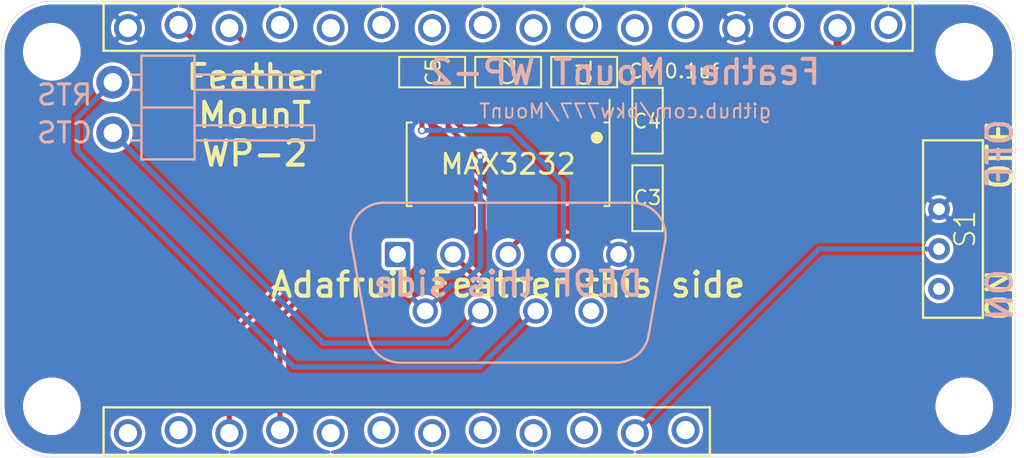
<source format=kicad_pcb>
(kicad_pcb (version 20171130) (host pcbnew 5.1.10-88a1d61d58~90~ubuntu21.04.1)

  (general
    (thickness 1.6)
    (drawings 24)
    (tracks 87)
    (zones 0)
    (modules 11)
    (nets 21)
  )

  (page A4)
  (title_block
    (date 2021-10-01)
    (rev 002)
  )

  (layers
    (0 F.Cu signal)
    (31 B.Cu signal)
    (32 B.Adhes user hide)
    (33 F.Adhes user hide)
    (34 B.Paste user hide)
    (35 F.Paste user hide)
    (36 B.SilkS user)
    (37 F.SilkS user)
    (38 B.Mask user)
    (39 F.Mask user)
    (40 Dwgs.User user hide)
    (41 Cmts.User user hide)
    (42 Eco1.User user hide)
    (43 Eco2.User user hide)
    (44 Edge.Cuts user)
    (45 Margin user hide)
    (46 B.CrtYd user hide)
    (47 F.CrtYd user hide)
    (48 B.Fab user hide)
    (49 F.Fab user hide)
  )

  (setup
    (last_trace_width 0.254)
    (user_trace_width 0.2032)
    (user_trace_width 0.254)
    (user_trace_width 0.4064)
    (trace_clearance 0.1778)
    (zone_clearance 0.1524)
    (zone_45_only no)
    (trace_min 0.1778)
    (via_size 0.4064)
    (via_drill 0.254)
    (via_min_size 0.4064)
    (via_min_drill 0.254)
    (user_via 0.4064 0.254)
    (uvia_size 0.4064)
    (uvia_drill 0.254)
    (uvias_allowed no)
    (uvia_min_size 0.4064)
    (uvia_min_drill 0.254)
    (edge_width 0.0254)
    (segment_width 0.1778)
    (pcb_text_width 0.2032)
    (pcb_text_size 1.2192 1.2192)
    (mod_edge_width 0.127)
    (mod_text_size 0.7112 0.7112)
    (mod_text_width 0.1016)
    (pad_size 1.7 1.7)
    (pad_drill 1)
    (pad_to_mask_clearance 0)
    (aux_axis_origin 0 0)
    (grid_origin 147.32 96.52)
    (visible_elements FFFFFF7F)
    (pcbplotparams
      (layerselection 0x010fc_ffffffff)
      (usegerberextensions false)
      (usegerberattributes false)
      (usegerberadvancedattributes false)
      (creategerberjobfile false)
      (excludeedgelayer true)
      (linewidth 0.100000)
      (plotframeref false)
      (viasonmask false)
      (mode 1)
      (useauxorigin false)
      (hpglpennumber 1)
      (hpglpenspeed 20)
      (hpglpendiameter 15.000000)
      (psnegative false)
      (psa4output false)
      (plotreference true)
      (plotvalue true)
      (plotinvisibletext false)
      (padsonsilk false)
      (subtractmaskfromsilk false)
      (outputformat 1)
      (mirror false)
      (drillshape 0)
      (scaleselection 1)
      (outputdirectory "Feather_MounT_WP-2_v002"))
  )

  (net 0 "")
  (net 1 GND)
  (net 2 "Net-(C1-Pad1)")
  (net 3 "Net-(C1-Pad2)")
  (net 4 "Net-(C2-Pad1)")
  (net 5 "Net-(C2-Pad2)")
  (net 6 "Net-(C4-Pad1)")
  (net 7 "Net-(C5-Pad1)")
  (net 8 /En)
  (net 9 +3V3)
  (net 10 /DTR_TTL)
  (net 11 /DSR_TTL)
  (net 12 /TX_TTL)
  (net 13 /RX_TTL)
  (net 14 /DTR_232)
  (net 15 /DCD_232)
  (net 16 /CTS_232)
  (net 17 /RTS_232)
  (net 18 /RX_232)
  (net 19 /TX_232)
  (net 20 /DSR_232)

  (net_class Default "This is the default net class."
    (clearance 0.1778)
    (trace_width 0.1778)
    (via_dia 0.4064)
    (via_drill 0.254)
    (uvia_dia 0.4064)
    (uvia_drill 0.254)
    (diff_pair_width 0.1778)
    (diff_pair_gap 0.1778)
    (add_net +3V3)
    (add_net /CTS_232)
    (add_net /DCD_232)
    (add_net /DSR_232)
    (add_net /DSR_TTL)
    (add_net /DTR_232)
    (add_net /DTR_TTL)
    (add_net /En)
    (add_net /RTS_232)
    (add_net /RX_232)
    (add_net /RX_TTL)
    (add_net /TX_232)
    (add_net /TX_TTL)
    (add_net GND)
    (add_net "Net-(C1-Pad1)")
    (add_net "Net-(C1-Pad2)")
    (add_net "Net-(C2-Pad1)")
    (add_net "Net-(C2-Pad2)")
    (add_net "Net-(C4-Pad1)")
    (add_net "Net-(C5-Pad1)")
  )

  (module 0_LOCAL:SOIC-16_W3.90mm (layer F.Cu) (tedit 6157DC02) (tstamp 5F3AC3B8)
    (at 147.32 93.2688 180)
    (path /5F42ADF7)
    (attr smd)
    (fp_text reference U1 (at 0 -0.762) (layer F.SilkS) hide
      (effects (font (size 1 1) (thickness 0.15)))
    )
    (fp_text value MAX3232 (at 0 0) (layer F.SilkS)
      (effects (font (size 1 1) (thickness 0.15)))
    )
    (fp_text user REF** (at 0 0) (layer F.Fab)
      (effects (font (size 1 1) (thickness 0.15)))
    )
    (fp_circle (center -4.445 1.3335) (end -4.2926 1.3335) (layer F.SilkS) (width 0.3048))
    (fp_line (start -5.2 3.73) (end 5.2 3.73) (layer F.CrtYd) (width 0.05))
    (fp_line (start -5.1 -3.65) (end 5.2 -3.73) (layer F.CrtYd) (width 0.05))
    (fp_line (start 5.2 3.73) (end 5.2 -3.73) (layer F.CrtYd) (width 0.05))
    (fp_line (start -5.2 3.73) (end -5.2 -3.73) (layer F.CrtYd) (width 0.05))
    (fp_line (start 5.08 2.0955) (end 5.08 -2.0955) (layer F.SilkS) (width 0.1))
    (fp_line (start -5.08 -2.0955) (end -5.08 3.2385) (layer F.SilkS) (width 0.1))
    (fp_line (start -5.08 2.0955) (end -4.826 2.0955) (layer F.SilkS) (width 0.1))
    (fp_line (start 4.95 1.95) (end -4.95 1.95) (layer F.Fab) (width 0.1))
    (fp_line (start -4.95 -1.95) (end 4.95 -1.95) (layer F.Fab) (width 0.1))
    (fp_line (start 4.95 -1.95) (end 4.95 1.95) (layer F.Fab) (width 0.1))
    (fp_line (start -4.95 -1.95) (end -4.95 1.95) (layer F.Fab) (width 0.1))
    (fp_line (start -5.08 -2.0955) (end -4.826 -2.0955) (layer F.SilkS) (width 0.1))
    (fp_line (start 4.826 2.0955) (end 5.08 2.0955) (layer F.SilkS) (width 0.1))
    (fp_line (start 4.826 -2.0955) (end 5.08 -2.0955) (layer F.SilkS) (width 0.1))
    (pad 16 smd roundrect (at -4.445 -2.7 180) (size 0.6 1.27) (layers F.Cu F.Paste F.Mask) (roundrect_rratio 0.25)
      (net 9 +3V3))
    (pad 15 smd roundrect (at -3.175 -2.7 180) (size 0.6 1.27) (layers F.Cu F.Paste F.Mask) (roundrect_rratio 0.25)
      (net 1 GND))
    (pad 14 smd roundrect (at -1.905 -2.7 180) (size 0.6 1.27) (layers F.Cu F.Paste F.Mask) (roundrect_rratio 0.25)
      (net 18 /RX_232))
    (pad 13 smd roundrect (at -0.635 -2.7 180) (size 0.6 1.27) (layers F.Cu F.Paste F.Mask) (roundrect_rratio 0.25)
      (net 19 /TX_232))
    (pad 12 smd roundrect (at 0.635 -2.7 180) (size 0.6 1.27) (layers F.Cu F.Paste F.Mask) (roundrect_rratio 0.25)
      (net 13 /RX_TTL))
    (pad 11 smd roundrect (at 1.905 -2.7 180) (size 0.6 1.27) (layers F.Cu F.Paste F.Mask) (roundrect_rratio 0.25)
      (net 12 /TX_TTL))
    (pad 10 smd roundrect (at 3.175 -2.7 180) (size 0.6 1.27) (layers F.Cu F.Paste F.Mask) (roundrect_rratio 0.25)
      (net 10 /DTR_TTL))
    (pad 9 smd roundrect (at 4.445 -2.7 180) (size 0.6 1.27) (layers F.Cu F.Paste F.Mask) (roundrect_rratio 0.25)
      (net 11 /DSR_TTL))
    (pad 8 smd roundrect (at 4.445 2.7 180) (size 0.6 1.27) (layers F.Cu F.Paste F.Mask) (roundrect_rratio 0.25)
      (net 14 /DTR_232))
    (pad 7 smd roundrect (at 3.175 2.7 180) (size 0.6 1.27) (layers F.Cu F.Paste F.Mask) (roundrect_rratio 0.25)
      (net 20 /DSR_232))
    (pad 6 smd roundrect (at 1.905 2.7 180) (size 0.6 1.27) (layers F.Cu F.Paste F.Mask) (roundrect_rratio 0.25)
      (net 7 "Net-(C5-Pad1)"))
    (pad 5 smd roundrect (at 0.635 2.7 180) (size 0.6 1.27) (layers F.Cu F.Paste F.Mask) (roundrect_rratio 0.25)
      (net 5 "Net-(C2-Pad2)"))
    (pad 4 smd roundrect (at -0.635 2.7 180) (size 0.6 1.27) (layers F.Cu F.Paste F.Mask) (roundrect_rratio 0.25)
      (net 4 "Net-(C2-Pad1)"))
    (pad 3 smd roundrect (at -1.905 2.7 180) (size 0.6 1.27) (layers F.Cu F.Paste F.Mask) (roundrect_rratio 0.25)
      (net 3 "Net-(C1-Pad2)"))
    (pad 2 smd roundrect (at -3.175 2.7 180) (size 0.6 1.27) (layers F.Cu F.Paste F.Mask) (roundrect_rratio 0.25)
      (net 6 "Net-(C4-Pad1)"))
    (pad 1 smd roundrect (at -4.445 2.7 180) (size 0.6 1.27) (layers F.Cu F.Paste F.Mask) (roundrect_rratio 0.25)
      (net 2 "Net-(C1-Pad1)"))
    (model ${KIPRJMOD}/0_LOCAL.3dshapes/SOIC-16_3.9x9.9mm_P1.27mm.wrl
      (at (xyz 0 0 0))
      (scale (xyz 1 1 1))
      (rotate (xyz 0 0 -90))
    )
  )

  (module 0_LOCAL:PinHeader_1x02_P2.54mm_Horizontal (layer B.Cu) (tedit 6157B0B5) (tstamp 5F3D0B4A)
    (at 127.508 91.694)
    (descr "Through hole angled pin header, 1x02, 2.54mm pitch, 6mm pin length, single row")
    (tags "Through hole angled pin header THT 1x02 2.54mm single row")
    (path /5F3DBD1F)
    (fp_text reference JP1 (at 4.385 2.27) (layer B.SilkS) hide
      (effects (font (size 1 1) (thickness 0.15)) (justify mirror))
    )
    (fp_text value Jumper_2_Bridged (at 4.385 -4.81) (layer B.Fab)
      (effects (font (size 1 1) (thickness 0.15)) (justify mirror))
    )
    (fp_text user %R (at 2.77 -1.27 -90) (layer B.Fab)
      (effects (font (size 1 1) (thickness 0.15)) (justify mirror))
    )
    (fp_line (start 10.55 1.8) (end -1.8 1.8) (layer B.CrtYd) (width 0.05))
    (fp_line (start 10.55 -4.35) (end 10.55 1.8) (layer B.CrtYd) (width 0.05))
    (fp_line (start -1.8 -4.35) (end 10.55 -4.35) (layer B.CrtYd) (width 0.05))
    (fp_line (start -1.8 1.8) (end -1.8 -4.35) (layer B.CrtYd) (width 0.05))
    (fp_line (start 0.9 -2.92) (end 1.44 -2.92) (layer B.SilkS) (width 0.12))
    (fp_line (start 0.9 -2.16) (end 1.44 -2.16) (layer B.SilkS) (width 0.12))
    (fp_line (start 10.1 -2.92) (end 4.1 -2.92) (layer B.SilkS) (width 0.12))
    (fp_line (start 10.1 -2.16) (end 10.1 -2.92) (layer B.SilkS) (width 0.12))
    (fp_line (start 4.1 -2.16) (end 10.1 -2.16) (layer B.SilkS) (width 0.12))
    (fp_line (start 1.44 -1.27) (end 4.1 -1.27) (layer B.SilkS) (width 0.12))
    (fp_line (start 0.9 -0.38) (end 1.44 -0.38) (layer B.SilkS) (width 0.12))
    (fp_line (start 0.9 0.38) (end 1.44 0.38) (layer B.SilkS) (width 0.12))
    (fp_line (start 10.1 -0.38) (end 4.1 -0.38) (layer B.SilkS) (width 0.12))
    (fp_line (start 10.1 0.38) (end 10.1 -0.38) (layer B.SilkS) (width 0.12))
    (fp_line (start 4.1 0.38) (end 10.1 0.38) (layer B.SilkS) (width 0.12))
    (fp_line (start 4.1 1.33) (end 1.44 1.33) (layer B.SilkS) (width 0.12))
    (fp_line (start 4.1 -3.87) (end 4.1 1.33) (layer B.SilkS) (width 0.12))
    (fp_line (start 1.44 -3.87) (end 4.1 -3.87) (layer B.SilkS) (width 0.12))
    (fp_line (start 1.44 1.33) (end 1.44 -3.87) (layer B.SilkS) (width 0.12))
    (fp_line (start 4.04 -2.86) (end 10.04 -2.86) (layer B.Fab) (width 0.1))
    (fp_line (start 10.04 -2.22) (end 10.04 -2.86) (layer B.Fab) (width 0.1))
    (fp_line (start 4.04 -2.22) (end 10.04 -2.22) (layer B.Fab) (width 0.1))
    (fp_line (start -0.32 -2.86) (end 1.5 -2.86) (layer B.Fab) (width 0.1))
    (fp_line (start -0.32 -2.22) (end -0.32 -2.86) (layer B.Fab) (width 0.1))
    (fp_line (start -0.32 -2.22) (end 1.5 -2.22) (layer B.Fab) (width 0.1))
    (fp_line (start 4.04 -0.32) (end 10.04 -0.32) (layer B.Fab) (width 0.1))
    (fp_line (start 10.04 0.32) (end 10.04 -0.32) (layer B.Fab) (width 0.1))
    (fp_line (start 4.04 0.32) (end 10.04 0.32) (layer B.Fab) (width 0.1))
    (fp_line (start -0.32 -0.32) (end 1.5 -0.32) (layer B.Fab) (width 0.1))
    (fp_line (start -0.32 0.32) (end -0.32 -0.32) (layer B.Fab) (width 0.1))
    (fp_line (start -0.32 0.32) (end 1.5 0.32) (layer B.Fab) (width 0.1))
    (fp_line (start 1.5 0.635) (end 2.135 1.27) (layer B.Fab) (width 0.1))
    (fp_line (start 1.5 -3.81) (end 1.5 0.635) (layer B.Fab) (width 0.1))
    (fp_line (start 4.04 -3.81) (end 1.5 -3.81) (layer B.Fab) (width 0.1))
    (fp_line (start 4.04 1.27) (end 4.04 -3.81) (layer B.Fab) (width 0.1))
    (fp_line (start 2.135 1.27) (end 4.04 1.27) (layer B.Fab) (width 0.1))
    (pad 2 thru_hole custom (at 0 -2.54) (size 1.651 1.651) (drill 0.9144) (layers *.Cu *.Mask)
      (net 16 /CTS_232) (zone_connect 0)
      (options (clearance outline) (anchor circle))
      (primitives
      ))
    (pad 1 thru_hole custom (at 0 0) (size 1.651 1.651) (drill 0.9144) (layers *.Cu *.Mask)
      (net 17 /RTS_232) (zone_connect 0)
      (options (clearance outline) (anchor circle))
      (primitives
      ))
    (model ${KIPRJMOD}/0_LOCAL.3dshapes/PinHeader_1x02_P2.54mm_Horizontal.wrl
      (at (xyz 0 0 0))
      (scale (xyz 1 1 1))
      (rotate (xyz 0 0 0))
    )
    (model ${KIPRJMOD}/0_LOCAL.3dshapes/Jumper.stp
      (offset (xyz 4.1 -3.77 0))
      (scale (xyz 1 1 1))
      (rotate (xyz 0 -90 90))
    )
  )

  (module 0_LOCAL:Adafruit_Feather_stagger_6mil (layer F.Cu) (tedit 60436A52) (tstamp 5F3A83F9)
    (at 147.32 96.52 180)
    (path /5F3C661A)
    (fp_text reference J1 (at -5.842 0) (layer F.SilkS) hide
      (effects (font (size 4 4) (thickness 0.12)))
    )
    (fp_text value Adafruit_Feather (at 0 -2) (layer F.Fab)
      (effects (font (size 4 4) (thickness 0.01)))
    )
    (fp_line (start 20.2692 8.9408) (end -20.2692 8.9408) (layer F.SilkS) (width 0.12))
    (fp_line (start 20.2692 11.3792) (end 20.2692 8.9408) (layer F.SilkS) (width 0.12))
    (fp_line (start -20.2692 11.3792) (end 20.2692 11.3792) (layer F.SilkS) (width 0.12))
    (fp_line (start -20.2692 8.9408) (end -20.2692 11.3792) (layer F.SilkS) (width 0.12))
    (fp_line (start 20.2692 -11.3792) (end -10.1092 -11.3792) (layer F.SilkS) (width 0.12))
    (fp_line (start 20.2692 -8.9408) (end 20.2692 -11.3792) (layer F.SilkS) (width 0.12))
    (fp_line (start -10.1092 -8.9408) (end 20.2692 -8.9408) (layer F.SilkS) (width 0.12))
    (fp_line (start -10.1092 -11.3792) (end -10.1092 -8.9408) (layer F.SilkS) (width 0.12))
    (fp_line (start 22.86 11.43) (end -22.86 11.43) (layer Dwgs.User) (width 0.12))
    (fp_line (start 25.4 -8.89) (end 25.4 8.89) (layer Dwgs.User) (width 0.12))
    (fp_line (start -22.86 -11.43) (end 22.86 -11.43) (layer Dwgs.User) (width 0.12))
    (fp_line (start -25.4 8.89) (end -25.4 -8.89) (layer Dwgs.User) (width 0.12))
    (fp_circle (center 22.86 -8.89) (end 24.13 -8.89) (layer Dwgs.User) (width 0.12))
    (fp_circle (center 22.86 8.89) (end 24.13 8.89) (layer Dwgs.User) (width 0.12))
    (fp_circle (center -22.86 -8.89) (end -21.59 -8.89) (layer Dwgs.User) (width 0.12))
    (fp_circle (center -22.86 8.89) (end -21.59 8.89) (layer Dwgs.User) (width 0.12))
    (fp_arc (start 22.86 8.89) (end 22.86 11.43) (angle -90) (layer Dwgs.User) (width 0.12))
    (fp_arc (start 22.86 -8.89) (end 25.4 -8.89) (angle -90) (layer Dwgs.User) (width 0.12))
    (fp_arc (start -22.86 -8.89) (end -22.86 -11.43) (angle -90) (layer Dwgs.User) (width 0.12))
    (fp_arc (start -22.86 8.89) (end -25.4 8.89) (angle -90) (layer Dwgs.User) (width 0.12))
    (pad "" np_thru_hole circle (at 22.86 -8.89 180) (size 2.54 2.54) (drill 2.54) (layers *.Cu *.Mask))
    (pad "" np_thru_hole circle (at 22.86 8.89 180) (size 2.54 2.54) (drill 2.54) (layers *.Cu *.Mask))
    (pad "" np_thru_hole circle (at -22.86 8.89 180) (size 2.54 2.54) (drill 2.54) (layers *.Cu *.Mask))
    (pad "" np_thru_hole circle (at -22.86 -8.89 180) (size 2.54 2.54) (drill 2.54) (layers *.Cu *.Mask))
    (pad 16 thru_hole circle (at 19.05 10.0838 180) (size 1.397 1.397) (drill 0.9144) (layers *.Cu *.Mask)
      (net 1 GND))
    (pad 15 thru_hole circle (at 16.51 10.2362 180) (size 1.397 1.397) (drill 0.9144) (layers *.Cu *.Mask)
      (net 12 /TX_TTL))
    (pad 14 thru_hole circle (at 13.97 10.0838 180) (size 1.397 1.397) (drill 0.9144) (layers *.Cu *.Mask)
      (net 13 /RX_TTL))
    (pad 13 thru_hole circle (at 11.43 10.2362 180) (size 1.397 1.397) (drill 0.9144) (layers *.Cu *.Mask))
    (pad 12 thru_hole circle (at 8.89 10.0838 180) (size 1.397 1.397) (drill 0.9144) (layers *.Cu *.Mask))
    (pad 11 thru_hole circle (at 6.35 10.2362 180) (size 1.397 1.397) (drill 0.9144) (layers *.Cu *.Mask))
    (pad 10 thru_hole circle (at 3.81 10.0838 180) (size 1.397 1.397) (drill 0.9144) (layers *.Cu *.Mask))
    (pad 9 thru_hole circle (at 1.27 10.2362 180) (size 1.397 1.397) (drill 0.9144) (layers *.Cu *.Mask))
    (pad 8 thru_hole circle (at -1.27 10.0838 180) (size 1.397 1.397) (drill 0.9144) (layers *.Cu *.Mask))
    (pad 7 thru_hole circle (at -3.81 10.2362 180) (size 1.397 1.397) (drill 0.9144) (layers *.Cu *.Mask))
    (pad 6 thru_hole circle (at -6.35 10.0838 180) (size 1.397 1.397) (drill 0.9144) (layers *.Cu *.Mask))
    (pad 5 thru_hole circle (at -8.89 10.2362 180) (size 1.397 1.397) (drill 0.9144) (layers *.Cu *.Mask))
    (pad 4 thru_hole circle (at -11.43 10.0838 180) (size 1.397 1.397) (drill 0.9144) (layers *.Cu *.Mask)
      (net 1 GND))
    (pad 3 thru_hole circle (at -13.97 10.2362 180) (size 1.397 1.397) (drill 0.9144) (layers *.Cu *.Mask))
    (pad 2 thru_hole circle (at -16.51 10.0838 180) (size 1.397 1.397) (drill 0.9144) (layers *.Cu *.Mask)
      (net 9 +3V3))
    (pad 1 thru_hole circle (at -19.05 10.2362 180) (size 1.397 1.397) (drill 0.9144) (layers *.Cu *.Mask))
    (pad 17 thru_hole circle (at 19.05 -10.2362 180) (size 1.397 1.397) (drill 0.9144) (layers *.Cu *.Mask))
    (pad 18 thru_hole circle (at 16.51 -10.0838 180) (size 1.397 1.397) (drill 0.9144) (layers *.Cu *.Mask))
    (pad 19 thru_hole circle (at 13.97 -10.2362 180) (size 1.397 1.397) (drill 0.9144) (layers *.Cu *.Mask)
      (net 10 /DTR_TTL))
    (pad 20 thru_hole circle (at 11.43 -10.0838 180) (size 1.397 1.397) (drill 0.9144) (layers *.Cu *.Mask)
      (net 11 /DSR_TTL))
    (pad 21 thru_hole circle (at 8.89 -10.2362 180) (size 1.397 1.397) (drill 0.9144) (layers *.Cu *.Mask))
    (pad 22 thru_hole circle (at 6.35 -10.0838 180) (size 1.397 1.397) (drill 0.9144) (layers *.Cu *.Mask))
    (pad 23 thru_hole circle (at 3.81 -10.2362 180) (size 1.397 1.397) (drill 0.9144) (layers *.Cu *.Mask))
    (pad 24 thru_hole circle (at 1.27 -10.0838 180) (size 1.397 1.397) (drill 0.9144) (layers *.Cu *.Mask))
    (pad 25 thru_hole circle (at -1.27 -10.2362 180) (size 1.397 1.397) (drill 0.9144) (layers *.Cu *.Mask))
    (pad 26 thru_hole circle (at -3.81 -10.0838 180) (size 1.397 1.397) (drill 0.9144) (layers *.Cu *.Mask))
    (pad 27 thru_hole circle (at -6.35 -10.2362 180) (size 1.397 1.397) (drill 0.9144) (layers *.Cu *.Mask)
      (net 8 /En))
    (pad 28 thru_hole circle (at -8.89 -10.0838 180) (size 1.397 1.397) (drill 0.9144) (layers *.Cu *.Mask))
  )

  (module 0_LOCAL:CSS-121xC (layer F.Cu) (tedit 5F727EB8) (tstamp 5F4922E4)
    (at 168.91 96.52 90)
    (path /5F447651)
    (fp_text reference S1 (at 0 1.3 90) (layer F.SilkS)
      (effects (font (size 1 1) (thickness 0.1)))
    )
    (fp_text value DS04-254-1L-01BK (at 0 -2 90) (layer F.Fab)
      (effects (font (size 4 4) (thickness 0.01)))
    )
    (fp_line (start -4.45 -0.8) (end -4.45 2.2) (layer F.SilkS) (width 0.12))
    (fp_line (start -4.45 2.2) (end 4.45 2.2) (layer F.SilkS) (width 0.12))
    (fp_line (start -4.45 -0.8) (end 4.45 -0.8) (layer F.SilkS) (width 0.12))
    (fp_line (start 4.45 -0.8) (end 4.45 2.2) (layer F.SilkS) (width 0.12))
    (fp_line (start -0.25 2.2) (end -0.25 4) (layer Dwgs.User) (width 0.12))
    (fp_line (start -0.45 4.2) (end -1.55 4.2) (layer Dwgs.User) (width 0.12))
    (fp_line (start -1.75 4) (end -1.75 2.2) (layer Dwgs.User) (width 0.12))
    (fp_line (start 1.75 3.3) (end 1.75 3.6) (layer Dwgs.User) (width 0.12))
    (fp_line (start 1.75 2.6) (end 1.75 2.9) (layer Dwgs.User) (width 0.12))
    (fp_line (start 1.15 4.2) (end 0.85 4.2) (layer Dwgs.User) (width 0.12))
    (fp_line (start 0.25 2.9) (end 0.25 2.6) (layer Dwgs.User) (width 0.12))
    (fp_line (start 0.25 3.6) (end 0.25 3.3) (layer Dwgs.User) (width 0.12))
    (fp_arc (start -1.55 4) (end -1.75 4) (angle -90) (layer Dwgs.User) (width 0.12))
    (fp_arc (start -0.45 4) (end -0.45 4.2) (angle -90) (layer Dwgs.User) (width 0.12))
    (fp_arc (start 1.55 4) (end 1.55 4.2) (angle -90) (layer Dwgs.User) (width 0.12))
    (fp_arc (start 0.45 4) (end 0.25 4) (angle -90) (layer Dwgs.User) (width 0.12))
    (pad 2 thru_hole circle (at -1 0 90) (size 1.0922 1.0922) (drill 0.6) (layers *.Cu *.Mask)
      (net 8 /En))
    (pad 1 thru_hole circle (at -3 0 90) (size 1.0922 1.0922) (drill 0.6) (layers *.Cu *.Mask))
    (pad 3 thru_hole circle (at 1 0 90) (size 1.0922 1.0922) (drill 0.6) (layers *.Cu *.Mask)
      (net 1 GND))
    (model ${KIPRJMOD}/0_LOCAL.3dshapes/CSS-1210MC.wrl
      (offset (xyz 0 -2.2 0.9399999999999999))
      (scale (xyz 0.3937 0.3937 0.3937))
      (rotate (xyz -90 0 0))
    )
  )

  (module 0_LOCAL:DSUB-9_Female_Vertical_P2.77x2.84mm (layer B.Cu) (tedit 5F6A8630) (tstamp 5F66EFDE)
    (at 141.78 97.79 180)
    (descr "9-pin D-Sub connector, straight/vertical, THT-mount, female, pitch 2.77x2.84mm, distance of mounting holes 25mm, see https://disti-assets.s3.amazonaws.com/tonar/files/datasheets/16730.pdf")
    (tags "9-pin D-Sub connector straight vertical THT female pitch 2.77x2.84mm mounting holes distance 25mm")
    (path /5F04B532)
    (fp_text reference J2 (at -5.5372 -4.4704) (layer B.SilkS) hide
      (effects (font (size 1 1) (thickness 0.15)) (justify mirror))
    )
    (fp_text value DE9_Female (at -5.54 -8.73) (layer B.Fab)
      (effects (font (size 1 1) (thickness 0.15)) (justify mirror))
    )
    (fp_line (start -19.965 4.83) (end 8.885 4.83) (layer B.Fab) (width 0.1))
    (fp_line (start 9.885 3.83) (end 9.885 -6.67) (layer B.Fab) (width 0.1))
    (fp_line (start 8.885 -7.67) (end -19.965 -7.67) (layer B.Fab) (width 0.1))
    (fp_line (start -20.965 -6.67) (end -20.965 3.83) (layer B.Fab) (width 0.1))
    (fp_line (start -11.783194 2.53) (end 0.703194 2.53) (layer B.Fab) (width 0.1))
    (fp_line (start -10.954457 -5.37) (end -0.125543 -5.37) (layer B.Fab) (width 0.1))
    (fp_line (start 2.278887 0.652163) (end 1.45015 -4.047837) (layer B.Fab) (width 0.1))
    (fp_line (start -13.358887 0.652163) (end -12.53015 -4.047837) (layer B.Fab) (width 0.1))
    (fp_line (start -11.771689 2.59) (end 0.691689 2.59) (layer B.SilkS) (width 0.12))
    (fp_line (start -10.942952 -5.43) (end -0.137048 -5.43) (layer B.SilkS) (width 0.12))
    (fp_line (start 2.32647 0.641744) (end 1.497733 -4.058256) (layer B.SilkS) (width 0.12))
    (fp_line (start -13.40647 0.641744) (end -12.577733 -4.058256) (layer B.SilkS) (width 0.12))
    (fp_line (start -21.5 5.35) (end -21.5 -8.2) (layer B.CrtYd) (width 0.05))
    (fp_line (start -21.5 -8.2) (end 10.4 -8.2) (layer B.CrtYd) (width 0.05))
    (fp_line (start 10.4 -8.2) (end 10.4 5.35) (layer B.CrtYd) (width 0.05))
    (fp_line (start 10.4 5.35) (end -21.5 5.35) (layer B.CrtYd) (width 0.05))
    (fp_text user %R (at -5.54 -1.42) (layer B.Fab)
      (effects (font (size 1 1) (thickness 0.15)) (justify mirror))
    )
    (fp_arc (start -0.137048 -3.77) (end -0.137048 -5.43) (angle 80) (layer B.SilkS) (width 0.12))
    (fp_arc (start -10.942952 -3.77) (end -10.942952 -5.43) (angle -80) (layer B.SilkS) (width 0.12))
    (fp_arc (start 0.691689 0.93) (end 0.691689 2.59) (angle -100) (layer B.SilkS) (width 0.12))
    (fp_arc (start -11.771689 0.93) (end -11.771689 2.59) (angle 100) (layer B.SilkS) (width 0.12))
    (fp_arc (start -0.125543 -3.77) (end -0.125543 -5.37) (angle 80) (layer B.Fab) (width 0.1))
    (fp_arc (start -10.954457 -3.77) (end -10.954457 -5.37) (angle -80) (layer B.Fab) (width 0.1))
    (fp_arc (start 0.703194 0.93) (end 0.703194 2.53) (angle -100) (layer B.Fab) (width 0.1))
    (fp_arc (start -11.783194 0.93) (end -11.783194 2.53) (angle 100) (layer B.Fab) (width 0.1))
    (fp_arc (start 8.885 -6.67) (end 9.885 -6.67) (angle -90) (layer B.Fab) (width 0.1))
    (fp_arc (start -19.965 -6.67) (end -20.965 -6.67) (angle 90) (layer B.Fab) (width 0.1))
    (fp_arc (start 8.885 3.83) (end 8.885 4.83) (angle -90) (layer B.Fab) (width 0.1))
    (fp_arc (start -19.965 3.83) (end -20.965 3.83) (angle -90) (layer B.Fab) (width 0.1))
    (pad 9 thru_hole circle (at -9.695 -2.84 180) (size 1.27 1.27) (drill 0.8382) (layers *.Cu *.Mask))
    (pad 8 thru_hole circle (at -6.925 -2.84 180) (size 1.27 1.27) (drill 0.8382) (layers *.Cu *.Mask)
      (net 16 /CTS_232))
    (pad 7 thru_hole circle (at -4.155 -2.84 180) (size 1.27 1.27) (drill 0.8382) (layers *.Cu *.Mask)
      (net 17 /RTS_232))
    (pad 6 thru_hole circle (at -1.385 -2.84 180) (size 1.27 1.27) (drill 0.8382) (layers *.Cu *.Mask)
      (net 20 /DSR_232))
    (pad 5 thru_hole circle (at -11.08 0 180) (size 1.27 1.27) (drill 0.8382) (layers *.Cu *.Mask)
      (net 1 GND))
    (pad 4 thru_hole circle (at -8.31 0 180) (size 1.27 1.27) (drill 0.8382) (layers *.Cu *.Mask)
      (net 14 /DTR_232))
    (pad 3 thru_hole circle (at -5.54 0 180) (size 1.27 1.27) (drill 0.8382) (layers *.Cu *.Mask)
      (net 19 /TX_232))
    (pad 2 thru_hole circle (at -2.77 0 180) (size 1.27 1.27) (drill 0.8382) (layers *.Cu *.Mask)
      (net 18 /RX_232))
    (pad 1 thru_hole roundrect (at 0 0 180) (size 1.27 1.27) (drill 0.8382) (layers *.Cu *.Mask) (roundrect_rratio 0.1)
      (net 15 /DCD_232))
    (model ${KIPRJMOD}/0_LOCAL.3dshapes/DE9Fvt.stp
      (offset (xyz -5.54 -1.42 6.3))
      (scale (xyz 1 1 1))
      (rotate (xyz 0 0 0))
    )
  )

  (module 0_LOCAL:NetTie-2_SMD_10 (layer B.Cu) (tedit 5F3D08F8) (tstamp 5F66E6CD)
    (at 142.2908 98.5012 90)
    (descr "Net tie, 2 pin, 0.5mm square SMD pads")
    (tags "net tie")
    (path /5F7049F9)
    (attr virtual)
    (fp_text reference NT1 (at 0 1.2 270) (layer B.SilkS) hide
      (effects (font (size 1 1) (thickness 0.15)) (justify mirror))
    )
    (fp_text value Net-Tie_2 (at 0 -1.2 270) (layer B.Fab)
      (effects (font (size 1 1) (thickness 0.15)) (justify mirror))
    )
    (fp_line (start -1 0.5) (end -1 -0.5) (layer B.CrtYd) (width 0.05))
    (fp_line (start -1 -0.5) (end 1 -0.5) (layer B.CrtYd) (width 0.05))
    (fp_line (start 1 -0.5) (end 1 0.5) (layer B.CrtYd) (width 0.05))
    (fp_line (start 1 0.5) (end -1 0.5) (layer B.CrtYd) (width 0.05))
    (fp_poly (pts (xy -0.254 0.127) (xy 0.254 0.127) (xy 0.254 -0.127) (xy -0.254 -0.127)) (layer B.Cu) (width 0))
    (pad 2 smd circle (at 0.254 0 90) (size 0.254 0.254) (layers B.Cu)
      (net 15 /DCD_232))
    (pad 1 smd circle (at -0.254 0 90) (size 0.254 0.254) (layers B.Cu)
      (net 20 /DSR_232))
  )

  (module 0_LOCAL:C_0805 (layer F.Cu) (tedit 5F4898F2) (tstamp 5F3AED19)
    (at 154.305 94.9706 90)
    (descr "Capacitor SMD 0805, reflow soldering, AVX (see smccp.pdf)")
    (tags "capacitor 0805")
    (path /5F488F0F)
    (attr smd)
    (fp_text reference C3 (at 0.0254 0) (layer F.SilkS)
      (effects (font (size 0.7112 0.7112) (thickness 0.1016)))
    )
    (fp_text value 0.1uf (at 0 1.75 90) (layer F.Fab)
      (effects (font (size 1 1) (thickness 0.15)))
    )
    (fp_line (start -1.651 -0.762) (end -1.651 0.762) (layer F.SilkS) (width 0.1016))
    (fp_line (start 1.651 -0.762) (end 1.651 0.762) (layer F.SilkS) (width 0.1016))
    (fp_line (start 1.75 0.87) (end -1.75 0.87) (layer F.CrtYd) (width 0.05))
    (fp_line (start 1.75 0.87) (end 1.75 -0.88) (layer F.CrtYd) (width 0.05))
    (fp_line (start -1.75 -0.88) (end -1.75 0.87) (layer F.CrtYd) (width 0.05))
    (fp_line (start -1.75 -0.88) (end 1.75 -0.88) (layer F.CrtYd) (width 0.05))
    (fp_line (start -1.651 0.762) (end 1.651 0.762) (layer F.SilkS) (width 0.1016))
    (fp_line (start 1.651 -0.762) (end -1.651 -0.762) (layer F.SilkS) (width 0.1016))
    (fp_line (start -1 -0.62) (end 1 -0.62) (layer F.Fab) (width 0.1))
    (fp_line (start 1 -0.62) (end 1 0.62) (layer F.Fab) (width 0.1))
    (fp_line (start 1 0.62) (end -1 0.62) (layer F.Fab) (width 0.1))
    (fp_line (start -1 0.62) (end -1 -0.62) (layer F.Fab) (width 0.1))
    (fp_text user %R (at 0 -1.5 90) (layer F.Fab)
      (effects (font (size 1 1) (thickness 0.15)))
    )
    (pad 1 smd roundrect (at -1 0 90) (size 1 1.25) (layers F.Cu F.Paste F.Mask) (roundrect_rratio 0.25)
      (net 9 +3V3))
    (pad 2 smd roundrect (at 1 0 90) (size 1 1.25) (layers F.Cu F.Paste F.Mask) (roundrect_rratio 0.25)
      (net 1 GND))
    (model ${KIPRJMOD}/0_LOCAL.3dshapes/C_0805_2012Metric.wrl
      (at (xyz 0 0 0))
      (scale (xyz 1 1 1))
      (rotate (xyz 0 0 0))
    )
  )

  (module 0_LOCAL:C_0805 (layer F.Cu) (tedit 5F4898F2) (tstamp 5F3BAACF)
    (at 154.305 91.0844 90)
    (descr "Capacitor SMD 0805, reflow soldering, AVX (see smccp.pdf)")
    (tags "capacitor 0805")
    (path /5F48099A)
    (attr smd)
    (fp_text reference C4 (at -0.0254 -0.0254) (layer F.SilkS)
      (effects (font (size 0.7112 0.7112) (thickness 0.1016)))
    )
    (fp_text value 0.1uf (at 0 1.75 90) (layer F.Fab)
      (effects (font (size 1 1) (thickness 0.15)))
    )
    (fp_line (start -1.651 -0.762) (end -1.651 0.762) (layer F.SilkS) (width 0.1016))
    (fp_line (start 1.651 -0.762) (end 1.651 0.762) (layer F.SilkS) (width 0.1016))
    (fp_line (start 1.75 0.87) (end -1.75 0.87) (layer F.CrtYd) (width 0.05))
    (fp_line (start 1.75 0.87) (end 1.75 -0.88) (layer F.CrtYd) (width 0.05))
    (fp_line (start -1.75 -0.88) (end -1.75 0.87) (layer F.CrtYd) (width 0.05))
    (fp_line (start -1.75 -0.88) (end 1.75 -0.88) (layer F.CrtYd) (width 0.05))
    (fp_line (start -1.651 0.762) (end 1.651 0.762) (layer F.SilkS) (width 0.1016))
    (fp_line (start 1.651 -0.762) (end -1.651 -0.762) (layer F.SilkS) (width 0.1016))
    (fp_line (start -1 -0.62) (end 1 -0.62) (layer F.Fab) (width 0.1))
    (fp_line (start 1 -0.62) (end 1 0.62) (layer F.Fab) (width 0.1))
    (fp_line (start 1 0.62) (end -1 0.62) (layer F.Fab) (width 0.1))
    (fp_line (start -1 0.62) (end -1 -0.62) (layer F.Fab) (width 0.1))
    (fp_text user %R (at 0 -1.5 90) (layer F.Fab)
      (effects (font (size 1 1) (thickness 0.15)))
    )
    (pad 1 smd roundrect (at -1 0 90) (size 1 1.25) (layers F.Cu F.Paste F.Mask) (roundrect_rratio 0.25)
      (net 6 "Net-(C4-Pad1)"))
    (pad 2 smd roundrect (at 1 0 90) (size 1 1.25) (layers F.Cu F.Paste F.Mask) (roundrect_rratio 0.25)
      (net 1 GND))
    (model ${KIPRJMOD}/0_LOCAL.3dshapes/C_0805_2012Metric.wrl
      (at (xyz 0 0 0))
      (scale (xyz 1 1 1))
      (rotate (xyz 0 0 0))
    )
  )

  (module 0_LOCAL:C_0805 (layer F.Cu) (tedit 5F4898F2) (tstamp 5F3A1BDB)
    (at 151.13 88.646 180)
    (descr "Capacitor SMD 0805, reflow soldering, AVX (see smccp.pdf)")
    (tags "capacitor 0805")
    (path /5F479CC5)
    (attr smd)
    (fp_text reference C1 (at 0 -0.0254 90) (layer F.SilkS)
      (effects (font (size 0.7112 0.7112) (thickness 0.1016)))
    )
    (fp_text value 0.1uf (at 0 1.75) (layer F.Fab)
      (effects (font (size 1 1) (thickness 0.15)))
    )
    (fp_line (start -1.651 -0.762) (end -1.651 0.762) (layer F.SilkS) (width 0.1016))
    (fp_line (start 1.651 -0.762) (end 1.651 0.762) (layer F.SilkS) (width 0.1016))
    (fp_line (start 1.75 0.87) (end -1.75 0.87) (layer F.CrtYd) (width 0.05))
    (fp_line (start 1.75 0.87) (end 1.75 -0.88) (layer F.CrtYd) (width 0.05))
    (fp_line (start -1.75 -0.88) (end -1.75 0.87) (layer F.CrtYd) (width 0.05))
    (fp_line (start -1.75 -0.88) (end 1.75 -0.88) (layer F.CrtYd) (width 0.05))
    (fp_line (start -1.651 0.762) (end 1.651 0.762) (layer F.SilkS) (width 0.1016))
    (fp_line (start 1.651 -0.762) (end -1.651 -0.762) (layer F.SilkS) (width 0.1016))
    (fp_line (start -1 -0.62) (end 1 -0.62) (layer F.Fab) (width 0.1))
    (fp_line (start 1 -0.62) (end 1 0.62) (layer F.Fab) (width 0.1))
    (fp_line (start 1 0.62) (end -1 0.62) (layer F.Fab) (width 0.1))
    (fp_line (start -1 0.62) (end -1 -0.62) (layer F.Fab) (width 0.1))
    (fp_text user %R (at 0 -1.5) (layer F.Fab)
      (effects (font (size 1 1) (thickness 0.15)))
    )
    (pad 1 smd roundrect (at -1 0 180) (size 1 1.25) (layers F.Cu F.Paste F.Mask) (roundrect_rratio 0.25)
      (net 2 "Net-(C1-Pad1)"))
    (pad 2 smd roundrect (at 1 0 180) (size 1 1.25) (layers F.Cu F.Paste F.Mask) (roundrect_rratio 0.25)
      (net 3 "Net-(C1-Pad2)"))
    (model ${KIPRJMOD}/0_LOCAL.3dshapes/C_0805_2012Metric.wrl
      (at (xyz 0 0 0))
      (scale (xyz 1 1 1))
      (rotate (xyz 0 0 0))
    )
  )

  (module 0_LOCAL:C_0805 (layer F.Cu) (tedit 5F4898F2) (tstamp 5F3A1BEC)
    (at 147.32 88.646 180)
    (descr "Capacitor SMD 0805, reflow soldering, AVX (see smccp.pdf)")
    (tags "capacitor 0805")
    (path /5F473FC0)
    (attr smd)
    (fp_text reference C2 (at 0.0254 0 90) (layer F.SilkS)
      (effects (font (size 0.7112 0.7112) (thickness 0.1016)))
    )
    (fp_text value 0.1uf (at 0 1.75) (layer F.Fab)
      (effects (font (size 1 1) (thickness 0.15)))
    )
    (fp_line (start -1.651 -0.762) (end -1.651 0.762) (layer F.SilkS) (width 0.1016))
    (fp_line (start 1.651 -0.762) (end 1.651 0.762) (layer F.SilkS) (width 0.1016))
    (fp_line (start 1.75 0.87) (end -1.75 0.87) (layer F.CrtYd) (width 0.05))
    (fp_line (start 1.75 0.87) (end 1.75 -0.88) (layer F.CrtYd) (width 0.05))
    (fp_line (start -1.75 -0.88) (end -1.75 0.87) (layer F.CrtYd) (width 0.05))
    (fp_line (start -1.75 -0.88) (end 1.75 -0.88) (layer F.CrtYd) (width 0.05))
    (fp_line (start -1.651 0.762) (end 1.651 0.762) (layer F.SilkS) (width 0.1016))
    (fp_line (start 1.651 -0.762) (end -1.651 -0.762) (layer F.SilkS) (width 0.1016))
    (fp_line (start -1 -0.62) (end 1 -0.62) (layer F.Fab) (width 0.1))
    (fp_line (start 1 -0.62) (end 1 0.62) (layer F.Fab) (width 0.1))
    (fp_line (start 1 0.62) (end -1 0.62) (layer F.Fab) (width 0.1))
    (fp_line (start -1 0.62) (end -1 -0.62) (layer F.Fab) (width 0.1))
    (fp_text user %R (at 0 -1.5) (layer F.Fab)
      (effects (font (size 1 1) (thickness 0.15)))
    )
    (pad 1 smd roundrect (at -1 0 180) (size 1 1.25) (layers F.Cu F.Paste F.Mask) (roundrect_rratio 0.25)
      (net 4 "Net-(C2-Pad1)"))
    (pad 2 smd roundrect (at 1 0 180) (size 1 1.25) (layers F.Cu F.Paste F.Mask) (roundrect_rratio 0.25)
      (net 5 "Net-(C2-Pad2)"))
    (model ${KIPRJMOD}/0_LOCAL.3dshapes/C_0805_2012Metric.wrl
      (at (xyz 0 0 0))
      (scale (xyz 1 1 1))
      (rotate (xyz 0 0 0))
    )
  )

  (module 0_LOCAL:C_0805 (layer F.Cu) (tedit 5F4898F2) (tstamp 5F3AE85A)
    (at 143.51 88.646 180)
    (descr "Capacitor SMD 0805, reflow soldering, AVX (see smccp.pdf)")
    (tags "capacitor 0805")
    (path /5F486F92)
    (attr smd)
    (fp_text reference C5 (at -0.0508 0 90) (layer F.SilkS)
      (effects (font (size 0.7112 0.7112) (thickness 0.1016)))
    )
    (fp_text value 0.1uf (at 0 1.75) (layer F.Fab)
      (effects (font (size 1 1) (thickness 0.15)))
    )
    (fp_line (start -1.651 -0.762) (end -1.651 0.762) (layer F.SilkS) (width 0.1016))
    (fp_line (start 1.651 -0.762) (end 1.651 0.762) (layer F.SilkS) (width 0.1016))
    (fp_line (start 1.75 0.87) (end -1.75 0.87) (layer F.CrtYd) (width 0.05))
    (fp_line (start 1.75 0.87) (end 1.75 -0.88) (layer F.CrtYd) (width 0.05))
    (fp_line (start -1.75 -0.88) (end -1.75 0.87) (layer F.CrtYd) (width 0.05))
    (fp_line (start -1.75 -0.88) (end 1.75 -0.88) (layer F.CrtYd) (width 0.05))
    (fp_line (start -1.651 0.762) (end 1.651 0.762) (layer F.SilkS) (width 0.1016))
    (fp_line (start 1.651 -0.762) (end -1.651 -0.762) (layer F.SilkS) (width 0.1016))
    (fp_line (start -1 -0.62) (end 1 -0.62) (layer F.Fab) (width 0.1))
    (fp_line (start 1 -0.62) (end 1 0.62) (layer F.Fab) (width 0.1))
    (fp_line (start 1 0.62) (end -1 0.62) (layer F.Fab) (width 0.1))
    (fp_line (start -1 0.62) (end -1 -0.62) (layer F.Fab) (width 0.1))
    (fp_text user %R (at 0 -1.5) (layer F.Fab)
      (effects (font (size 1 1) (thickness 0.15)))
    )
    (pad 1 smd roundrect (at -1 0 180) (size 1 1.25) (layers F.Cu F.Paste F.Mask) (roundrect_rratio 0.25)
      (net 7 "Net-(C5-Pad1)"))
    (pad 2 smd roundrect (at 1 0 180) (size 1 1.25) (layers F.Cu F.Paste F.Mask) (roundrect_rratio 0.25)
      (net 1 GND))
    (model ${KIPRJMOD}/0_LOCAL.3dshapes/C_0805_2012Metric.wrl
      (at (xyz 0 0 0))
      (scale (xyz 1 1 1))
      (rotate (xyz 0 0 0))
    )
  )

  (gr_text WP-2 (at 134.62 92.7354) (layer F.SilkS) (tstamp 5F56C822)
    (effects (font (size 1.2192 1.2192) (thickness 0.2032)))
  )
  (gr_text ON (at 171.958 99.822 90) (layer F.SilkS) (tstamp 5F49294D)
    (effects (font (size 1.2192 1.2192) (thickness 0.2032)))
  )
  (gr_text OFF (at 171.958 92.837 90) (layer F.SilkS)
    (effects (font (size 1.2192 1.2192) (thickness 0.2032)))
  )
  (gr_text OFF (at 171.958 92.71 90) (layer B.SilkS) (tstamp 5F4885E1)
    (effects (font (size 1.2192 1.2192) (thickness 0.2032)) (justify mirror))
  )
  (gr_text Feather (at 134.62 88.9) (layer F.SilkS) (tstamp 5F4882B3)
    (effects (font (size 1.2192 1.2192) (thickness 0.2032)))
  )
  (gr_text MounT (at 134.62 90.805) (layer F.SilkS) (tstamp 5F4882AF)
    (effects (font (size 1.2192 1.2192) (thickness 0.2032)))
  )
  (gr_text CTS (at 125.095 91.694) (layer B.SilkS) (tstamp 5F3D3D61)
    (effects (font (size 1.016 1.016) (thickness 0.1524)) (justify mirror))
  )
  (gr_text RTS (at 125.095 89.789) (layer B.SilkS)
    (effects (font (size 1.016 1.016) (thickness 0.1524)) (justify mirror))
  )
  (gr_text "DE9F this side" (at 147.32 99.2632) (layer B.SilkS)
    (effects (font (size 1.2192 1.2192) (thickness 0.2032)) (justify mirror))
  )
  (gr_text "Adafruit Feather this side" (at 147.32 99.314) (layer F.SilkS) (tstamp 5F7285FD)
    (effects (font (size 1.2192 1.2192) (thickness 0.2032)))
  )
  (gr_text ON (at 171.958 99.822 90) (layer B.SilkS) (tstamp 5F3BF094)
    (effects (font (size 1.2192 1.2192) (thickness 0.2032)) (justify mirror))
  )
  (gr_text "Feather MounT WP-2" (at 153.162 88.646) (layer B.SilkS) (tstamp 5F3C901D)
    (effects (font (size 1.2192 1.2192) (thickness 0.2032)) (justify mirror))
  )
  (gr_line (start 170.18 87.63) (end 124.46 105.41) (layer Dwgs.User) (width 0.127))
  (gr_line (start 124.46 87.63) (end 170.18 105.41) (layer Dwgs.User) (width 0.127))
  (gr_text github.com/bkw777/MounT (at 153.1874 90.6018) (layer B.SilkS)
    (effects (font (size 0.7112 0.7112) (thickness 0.1016)) (justify mirror))
  )
  (gr_text "C* 0.1uf" (at 155.6258 88.5952) (layer F.SilkS)
    (effects (font (size 0.7112 0.7112) (thickness 0.1016)))
  )
  (gr_line (start 121.92 87.63) (end 121.92 105.41) (layer Edge.Cuts) (width 0.0254) (tstamp 5F3AA7F8))
  (gr_line (start 170.18 85.09) (end 124.46 85.09) (layer Edge.Cuts) (width 0.0254) (tstamp 5F3AA7F7))
  (gr_line (start 172.72 105.41) (end 172.72 87.63) (layer Edge.Cuts) (width 0.0254) (tstamp 5F3AA7F6))
  (gr_line (start 124.46 107.95) (end 170.18 107.95) (layer Edge.Cuts) (width 0.0254) (tstamp 5F3AA7F5))
  (gr_arc (start 124.46 105.41) (end 121.92 105.41) (angle -90) (layer Edge.Cuts) (width 0.0254))
  (gr_arc (start 124.46 87.63) (end 124.46 85.09) (angle -90) (layer Edge.Cuts) (width 0.0254))
  (gr_arc (start 170.18 87.63) (end 172.72 87.63) (angle -90) (layer Edge.Cuts) (width 0.0254))
  (gr_arc (start 170.18 105.41) (end 170.18 107.95) (angle -90) (layer Edge.Cuts) (width 0.0254))

  (segment (start 151.83104 88.94496) (end 152.13 88.646) (width 0.4064) (layer F.Cu) (net 2))
  (segment (start 151.83104 90.50276) (end 151.83104 88.94496) (width 0.4064) (layer F.Cu) (net 2))
  (segment (start 151.765 90.5688) (end 151.83104 90.50276) (width 0.4064) (layer F.Cu) (net 2))
  (segment (start 149.8346 88.9414) (end 150.13 88.646) (width 0.4064) (layer F.Cu) (net 3))
  (segment (start 149.8346 89.2556) (end 149.8346 88.9414) (width 0.4064) (layer F.Cu) (net 3))
  (segment (start 149.32279 89.76741) (end 149.8346 89.2556) (width 0.4064) (layer F.Cu) (net 3))
  (segment (start 149.32279 90.47101) (end 149.32279 89.76741) (width 0.4064) (layer F.Cu) (net 3))
  (segment (start 149.225 90.5688) (end 149.32279 90.47101) (width 0.4064) (layer F.Cu) (net 3))
  (segment (start 148.02104 88.94496) (end 148.32 88.646) (width 0.4064) (layer F.Cu) (net 4))
  (segment (start 148.02104 90.50276) (end 148.02104 88.94496) (width 0.4064) (layer F.Cu) (net 4))
  (segment (start 147.955 90.5688) (end 148.02104 90.50276) (width 0.4064) (layer F.Cu) (net 4))
  (segment (start 146.61388 88.93988) (end 146.32 88.646) (width 0.4064) (layer F.Cu) (net 5))
  (segment (start 146.61388 90.49768) (end 146.61388 88.93988) (width 0.4064) (layer F.Cu) (net 5))
  (segment (start 146.685 90.5688) (end 146.61388 90.49768) (width 0.4064) (layer F.Cu) (net 5))
  (segment (start 150.59152 90.66532) (end 150.495 90.5688) (width 0.4064) (layer F.Cu) (net 6))
  (segment (start 150.59152 91.51112) (end 150.59152 90.66532) (width 0.4064) (layer F.Cu) (net 6))
  (segment (start 151.1648 92.0844) (end 150.59152 91.51112) (width 0.4064) (layer F.Cu) (net 6))
  (segment (start 154.305 92.0844) (end 151.1648 92.0844) (width 0.4064) (layer F.Cu) (net 6))
  (segment (start 144.8054 89.22004) (end 144.8054 88.9414) (width 0.4064) (layer F.Cu) (net 7))
  (segment (start 144.8054 88.9414) (end 144.51 88.646) (width 0.4064) (layer F.Cu) (net 7))
  (segment (start 145.31848 90.47228) (end 145.31848 89.73312) (width 0.4064) (layer F.Cu) (net 7))
  (segment (start 145.31848 89.73312) (end 144.8054 89.22004) (width 0.4064) (layer F.Cu) (net 7))
  (segment (start 145.415 90.5688) (end 145.31848 90.47228) (width 0.4064) (layer F.Cu) (net 7))
  (segment (start 162.9062 97.52) (end 168.91 97.52) (width 0.254) (layer B.Cu) (net 8))
  (segment (start 153.67 106.7562) (end 162.9062 97.52) (width 0.254) (layer B.Cu) (net 8))
  (segment (start 163.83 87.884) (end 163.83 86.5124) (width 0.4064) (layer F.Cu) (net 9))
  (segment (start 155.7434 95.9706) (end 163.83 87.884) (width 0.4064) (layer F.Cu) (net 9))
  (segment (start 154.305 95.9706) (end 155.7434 95.9706) (width 0.4064) (layer F.Cu) (net 9))
  (segment (start 154.3032 95.9688) (end 151.765 95.9688) (width 0.4064) (layer F.Cu) (net 9))
  (segment (start 154.305 95.9706) (end 154.3032 95.9688) (width 0.4064) (layer F.Cu) (net 9))
  (segment (start 143.97228 95.79608) (end 144.145 95.9688) (width 0.254) (layer F.Cu) (net 10))
  (segment (start 140.7668 94.5642) (end 143.4592 94.5642) (width 0.254) (layer F.Cu) (net 10))
  (segment (start 143.97228 95.07728) (end 143.97228 95.79608) (width 0.254) (layer F.Cu) (net 10))
  (segment (start 133.35 101.981) (end 140.7668 94.5642) (width 0.254) (layer F.Cu) (net 10))
  (segment (start 143.4592 94.5642) (end 143.97228 95.07728) (width 0.254) (layer F.Cu) (net 10))
  (segment (start 133.35 106.8324) (end 133.35 101.981) (width 0.254) (layer F.Cu) (net 10))
  (segment (start 141.351 95.504) (end 142.875 95.504) (width 0.254) (layer F.Cu) (net 11))
  (segment (start 135.89 100.965) (end 141.351 95.504) (width 0.254) (layer F.Cu) (net 11))
  (segment (start 142.875 95.504) (end 142.875 95.9688) (width 0.254) (layer F.Cu) (net 11))
  (segment (start 135.89 106.5276) (end 135.89 100.965) (width 0.254) (layer F.Cu) (net 11))
  (segment (start 138.1252 93.599) (end 130.81 86.2838) (width 0.254) (layer F.Cu) (net 12))
  (segment (start 143.7894 93.599) (end 138.1252 93.599) (width 0.254) (layer F.Cu) (net 12))
  (segment (start 145.24228 95.05188) (end 143.7894 93.599) (width 0.254) (layer F.Cu) (net 12))
  (segment (start 145.24228 95.79608) (end 145.24228 95.05188) (width 0.254) (layer F.Cu) (net 12))
  (segment (start 145.415 95.9688) (end 145.24228 95.79608) (width 0.254) (layer F.Cu) (net 12))
  (segment (start 139.573 92.6592) (end 133.35 86.4362) (width 0.254) (layer F.Cu) (net 13))
  (segment (start 146.51228 94.996) (end 144.17548 92.6592) (width 0.254) (layer F.Cu) (net 13))
  (segment (start 146.51228 95.79608) (end 146.51228 94.996) (width 0.254) (layer F.Cu) (net 13))
  (segment (start 144.17548 92.6592) (end 139.573 92.6592) (width 0.254) (layer F.Cu) (net 13))
  (segment (start 146.685 95.9688) (end 146.51228 95.79608) (width 0.254) (layer F.Cu) (net 13))
  (segment (start 143.002 90.6958) (end 142.875 90.5688) (width 0.254) (layer F.Cu) (net 14))
  (segment (start 143.002 91.567) (end 143.002 90.6958) (width 0.254) (layer F.Cu) (net 14))
  (segment (start 150.09 94.21) (end 150.09 97.79) (width 0.254) (layer B.Cu) (net 14))
  (segment (start 147.447 91.567) (end 150.09 94.21) (width 0.254) (layer B.Cu) (net 14))
  (segment (start 143.002 91.567) (end 147.447 91.567) (width 0.254) (layer B.Cu) (net 14))
  (via (at 143.002 91.567) (size 0.4064) (drill 0.254) (layers F.Cu B.Cu) (net 14))
  (segment (start 125.73 90.932) (end 127.508 89.154) (width 0.254) (layer B.Cu) (net 16))
  (segment (start 136.5758 103.4288) (end 125.73 92.583) (width 0.254) (layer B.Cu) (net 16))
  (segment (start 125.73 92.583) (end 125.73 90.932) (width 0.254) (layer B.Cu) (net 16))
  (segment (start 145.9062 103.4288) (end 136.5758 103.4288) (width 0.254) (layer B.Cu) (net 16))
  (segment (start 148.705 100.63) (end 145.9062 103.4288) (width 0.254) (layer B.Cu) (net 16))
  (segment (start 138.049 102.235) (end 127.508 91.694) (width 0.254) (layer B.Cu) (net 17))
  (segment (start 144.33 102.235) (end 138.049 102.235) (width 0.254) (layer B.Cu) (net 17))
  (segment (start 145.935 100.63) (end 144.33 102.235) (width 0.254) (layer B.Cu) (net 17))
  (segment (start 149.0472 96.1466) (end 149.225 95.9688) (width 0.254) (layer F.Cu) (net 18))
  (segment (start 149.0472 96.774) (end 149.0472 96.1466) (width 0.254) (layer F.Cu) (net 18))
  (segment (start 148.6916 97.1296) (end 149.0472 96.774) (width 0.254) (layer F.Cu) (net 18))
  (segment (start 147.8774 99.187) (end 148.6916 98.3728) (width 0.254) (layer F.Cu) (net 18))
  (segment (start 145.947 99.187) (end 147.8774 99.187) (width 0.254) (layer F.Cu) (net 18))
  (segment (start 148.6916 98.3728) (end 148.6916 97.1296) (width 0.254) (layer F.Cu) (net 18))
  (segment (start 144.55 97.79) (end 145.947 99.187) (width 0.254) (layer F.Cu) (net 18))
  (segment (start 147.78228 97.14484) (end 147.78228 96.14152) (width 0.254) (layer F.Cu) (net 19))
  (segment (start 147.78228 96.14152) (end 147.955 95.9688) (width 0.254) (layer F.Cu) (net 19))
  (segment (start 147.32 97.60712) (end 147.78228 97.14484) (width 0.254) (layer F.Cu) (net 19))
  (segment (start 147.32 97.79) (end 147.32 97.60712) (width 0.254) (layer F.Cu) (net 19))
  (segment (start 142.2908 99.7558) (end 143.165 100.63) (width 0.254) (layer B.Cu) (net 20))
  (segment (start 142.2908 98.7552) (end 142.2908 99.7558) (width 0.254) (layer B.Cu) (net 20))
  (segment (start 144.31772 90.74152) (end 144.145 90.5688) (width 0.254) (layer F.Cu) (net 20))
  (segment (start 145.90776 92.8624) (end 145.80108 92.8624) (width 0.254) (layer F.Cu) (net 20))
  (segment (start 144.31772 91.37904) (end 144.31772 90.74152) (width 0.254) (layer F.Cu) (net 20))
  (segment (start 145.80108 92.8624) (end 144.31772 91.37904) (width 0.254) (layer F.Cu) (net 20))
  (via (at 145.90776 92.8624) (size 0.4064) (drill 0.254) (layers F.Cu B.Cu) (net 20))
  (segment (start 144.44544 99.34956) (end 143.165 100.63) (width 0.254) (layer B.Cu) (net 20))
  (segment (start 144.99844 99.34956) (end 144.44544 99.34956) (width 0.254) (layer B.Cu) (net 20))
  (segment (start 145.92808 98.41992) (end 144.99844 99.34956) (width 0.254) (layer B.Cu) (net 20))
  (segment (start 145.92808 92.88272) (end 145.92808 98.41992) (width 0.254) (layer B.Cu) (net 20))
  (segment (start 145.90776 92.8624) (end 145.92808 92.88272) (width 0.254) (layer B.Cu) (net 20))

  (zone (net 1) (net_name GND) (layer F.Cu) (tstamp 0) (hatch edge 0.508)
    (connect_pads (clearance 0.1524))
    (min_thickness 0.1524)
    (fill yes (arc_segments 32) (thermal_gap 0.1524) (thermal_bridge_width 0.254) (smoothing fillet) (radius 0.0762))
    (polygon
      (pts
        (xy 121.92 85.09) (xy 172.72 85.09) (xy 172.72 107.95) (xy 121.92 107.95)
      )
    )
    (filled_polygon
      (pts
        (xy 130.532166 85.367904) (xy 130.358822 85.439705) (xy 130.202816 85.543945) (xy 130.070145 85.676616) (xy 129.965905 85.832622)
        (xy 129.894104 86.005966) (xy 129.8575 86.189987) (xy 129.8575 86.377613) (xy 129.894104 86.561634) (xy 129.965905 86.734978)
        (xy 130.070145 86.890984) (xy 130.202816 87.023655) (xy 130.358822 87.127895) (xy 130.532166 87.199696) (xy 130.716187 87.2363)
        (xy 130.903813 87.2363) (xy 131.087834 87.199696) (xy 131.158013 87.170627) (xy 137.842559 93.855174) (xy 137.854489 93.869711)
        (xy 137.869024 93.881639) (xy 137.912503 93.917322) (xy 137.978692 93.952701) (xy 138.050511 93.974487) (xy 138.106487 93.98)
        (xy 138.106489 93.98) (xy 138.125199 93.981843) (xy 138.143909 93.98) (xy 143.631586 93.98) (xy 144.861281 95.209697)
        (xy 144.86128 95.468484) (xy 144.859772 95.4838) (xy 144.859772 95.792679) (xy 144.859437 95.79608) (xy 144.859772 95.799481)
        (xy 144.859772 96.4538) (xy 144.867558 96.532856) (xy 144.890618 96.608874) (xy 144.928065 96.678933) (xy 144.978461 96.740339)
        (xy 145.039867 96.790735) (xy 145.109926 96.828182) (xy 145.185944 96.851242) (xy 145.265 96.859028) (xy 145.565 96.859028)
        (xy 145.644056 96.851242) (xy 145.720074 96.828182) (xy 145.790133 96.790735) (xy 145.851539 96.740339) (xy 145.901935 96.678933)
        (xy 145.939382 96.608874) (xy 145.962442 96.532856) (xy 145.970228 96.4538) (xy 145.970228 95.4838) (xy 145.962442 95.404744)
        (xy 145.939382 95.328726) (xy 145.901935 95.258667) (xy 145.851539 95.197261) (xy 145.790133 95.146865) (xy 145.720074 95.109418)
        (xy 145.644056 95.086358) (xy 145.62328 95.084312) (xy 145.62328 95.07059) (xy 145.625123 95.05188) (xy 145.62328 95.033167)
        (xy 145.617767 94.977191) (xy 145.595981 94.905372) (xy 145.583767 94.882522) (xy 145.560602 94.839183) (xy 145.52492 94.795704)
        (xy 145.524917 94.795701) (xy 145.512991 94.781169) (xy 145.498459 94.769243) (xy 144.072046 93.342832) (xy 144.060111 93.328289)
        (xy 144.002096 93.280678) (xy 143.935908 93.245299) (xy 143.864089 93.223513) (xy 143.808113 93.218) (xy 143.80811 93.218)
        (xy 143.7894 93.216157) (xy 143.77069 93.218) (xy 138.283015 93.218) (xy 131.696827 86.631813) (xy 131.725896 86.561634)
        (xy 131.7625 86.377613) (xy 131.7625 86.342387) (xy 132.3975 86.342387) (xy 132.3975 86.530013) (xy 132.434104 86.714034)
        (xy 132.505905 86.887378) (xy 132.610145 87.043384) (xy 132.742816 87.176055) (xy 132.898822 87.280295) (xy 133.072166 87.352096)
        (xy 133.256187 87.3887) (xy 133.443813 87.3887) (xy 133.627834 87.352096) (xy 133.698013 87.323027) (xy 139.290359 92.915374)
        (xy 139.302289 92.929911) (xy 139.316824 92.941839) (xy 139.360303 92.977522) (xy 139.394424 92.99576) (xy 139.426492 93.012901)
        (xy 139.498311 93.034687) (xy 139.554287 93.0402) (xy 139.55429 93.0402) (xy 139.573 93.042043) (xy 139.59171 93.0402)
        (xy 144.017666 93.0402) (xy 146.131281 95.153816) (xy 146.13128 95.468484) (xy 146.129772 95.4838) (xy 146.129772 95.792679)
        (xy 146.129437 95.79608) (xy 146.129772 95.799481) (xy 146.129772 96.4538) (xy 146.137558 96.532856) (xy 146.160618 96.608874)
        (xy 146.198065 96.678933) (xy 146.248461 96.740339) (xy 146.309867 96.790735) (xy 146.379926 96.828182) (xy 146.455944 96.851242)
        (xy 146.535 96.859028) (xy 146.835 96.859028) (xy 146.914056 96.851242) (xy 146.990074 96.828182) (xy 147.060133 96.790735)
        (xy 147.121539 96.740339) (xy 147.171935 96.678933) (xy 147.209382 96.608874) (xy 147.232442 96.532856) (xy 147.240228 96.4538)
        (xy 147.240228 95.4838) (xy 147.232442 95.404744) (xy 147.209382 95.328726) (xy 147.171935 95.258667) (xy 147.121539 95.197261)
        (xy 147.060133 95.146865) (xy 146.990074 95.109418) (xy 146.914056 95.086358) (xy 146.89328 95.084312) (xy 146.89328 95.014702)
        (xy 146.895122 94.995999) (xy 146.89328 94.977296) (xy 146.89328 94.977287) (xy 146.887767 94.921311) (xy 146.865981 94.849492)
        (xy 146.835943 94.793296) (xy 146.830602 94.783303) (xy 146.794919 94.739824) (xy 146.782991 94.725289) (xy 146.768454 94.713359)
        (xy 146.525695 94.4706) (xy 153.450294 94.4706) (xy 153.454708 94.515413) (xy 153.467779 94.558505) (xy 153.489006 94.598218)
        (xy 153.517573 94.633027) (xy 153.552382 94.661594) (xy 153.592095 94.682821) (xy 153.635187 94.695892) (xy 153.68 94.700306)
        (xy 154.19705 94.6992) (xy 154.2542 94.64205) (xy 154.2542 94.0214) (xy 154.3558 94.0214) (xy 154.3558 94.64205)
        (xy 154.41295 94.6992) (xy 154.93 94.700306) (xy 154.974813 94.695892) (xy 155.017905 94.682821) (xy 155.057618 94.661594)
        (xy 155.092427 94.633027) (xy 155.120994 94.598218) (xy 155.142221 94.558505) (xy 155.155292 94.515413) (xy 155.159706 94.4706)
        (xy 155.1586 94.07855) (xy 155.10145 94.0214) (xy 154.3558 94.0214) (xy 154.2542 94.0214) (xy 153.50855 94.0214)
        (xy 153.4514 94.07855) (xy 153.450294 94.4706) (xy 146.525695 94.4706) (xy 145.525695 93.4706) (xy 153.450294 93.4706)
        (xy 153.4514 93.86265) (xy 153.50855 93.9198) (xy 154.2542 93.9198) (xy 154.2542 93.29915) (xy 154.3558 93.29915)
        (xy 154.3558 93.9198) (xy 155.10145 93.9198) (xy 155.1586 93.86265) (xy 155.159706 93.4706) (xy 155.155292 93.425787)
        (xy 155.142221 93.382695) (xy 155.120994 93.342982) (xy 155.092427 93.308173) (xy 155.057618 93.279606) (xy 155.017905 93.258379)
        (xy 154.974813 93.245308) (xy 154.93 93.240894) (xy 154.41295 93.242) (xy 154.3558 93.29915) (xy 154.2542 93.29915)
        (xy 154.19705 93.242) (xy 153.68 93.240894) (xy 153.635187 93.245308) (xy 153.592095 93.258379) (xy 153.552382 93.279606)
        (xy 153.517573 93.308173) (xy 153.489006 93.342982) (xy 153.467779 93.382695) (xy 153.454708 93.425787) (xy 153.450294 93.4706)
        (xy 145.525695 93.4706) (xy 144.458126 92.403032) (xy 144.446191 92.388489) (xy 144.388176 92.340878) (xy 144.321988 92.305499)
        (xy 144.250169 92.283713) (xy 144.194193 92.2782) (xy 144.19419 92.2782) (xy 144.17548 92.276357) (xy 144.15677 92.2782)
        (xy 139.730815 92.2782) (xy 137.536415 90.0838) (xy 142.319772 90.0838) (xy 142.319772 91.0538) (xy 142.327558 91.132856)
        (xy 142.350618 91.208874) (xy 142.388065 91.278933) (xy 142.438461 91.340339) (xy 142.499867 91.390735) (xy 142.565591 91.425865)
        (xy 142.56237 91.43364) (xy 142.5448 91.52197) (xy 142.5448 91.61203) (xy 142.56237 91.70036) (xy 142.596835 91.783565)
        (xy 142.64687 91.858448) (xy 142.710552 91.92213) (xy 142.785435 91.972165) (xy 142.86864 92.00663) (xy 142.95697 92.0242)
        (xy 143.04703 92.0242) (xy 143.13536 92.00663) (xy 143.218565 91.972165) (xy 143.293448 91.92213) (xy 143.35713 91.858448)
        (xy 143.407165 91.783565) (xy 143.44163 91.70036) (xy 143.4592 91.61203) (xy 143.4592 91.52197) (xy 143.44163 91.43364)
        (xy 143.407165 91.350435) (xy 143.383 91.314269) (xy 143.383 91.239523) (xy 143.399382 91.208874) (xy 143.422442 91.132856)
        (xy 143.430228 91.0538) (xy 143.430228 90.0838) (xy 143.589772 90.0838) (xy 143.589772 91.0538) (xy 143.597558 91.132856)
        (xy 143.620618 91.208874) (xy 143.658065 91.278933) (xy 143.708461 91.340339) (xy 143.769867 91.390735) (xy 143.839926 91.428182)
        (xy 143.915944 91.451242) (xy 143.942265 91.453834) (xy 143.959643 91.51112) (xy 143.964019 91.525547) (xy 143.999398 91.591736)
        (xy 144.015386 91.611217) (xy 144.047009 91.649751) (xy 144.061552 91.661686) (xy 145.518439 93.118574) (xy 145.530369 93.133111)
        (xy 145.548979 93.148383) (xy 145.55263 93.153848) (xy 145.616312 93.21753) (xy 145.691195 93.267565) (xy 145.7744 93.30203)
        (xy 145.86273 93.3196) (xy 145.95279 93.3196) (xy 146.04112 93.30203) (xy 146.124325 93.267565) (xy 146.199208 93.21753)
        (xy 146.26289 93.153848) (xy 146.312925 93.078965) (xy 146.34739 92.99576) (xy 146.36496 92.90743) (xy 146.36496 92.81737)
        (xy 146.34739 92.72904) (xy 146.312925 92.645835) (xy 146.26289 92.570952) (xy 146.199208 92.50727) (xy 146.124325 92.457235)
        (xy 146.04112 92.42277) (xy 145.95279 92.4052) (xy 145.882695 92.4052) (xy 144.69872 91.221226) (xy 144.69872 91.069112)
        (xy 144.700228 91.0538) (xy 144.700228 90.744921) (xy 144.700563 90.74152) (xy 144.700228 90.738119) (xy 144.700228 90.0838)
        (xy 144.692442 90.004744) (xy 144.669382 89.928726) (xy 144.631935 89.858667) (xy 144.581539 89.797261) (xy 144.520133 89.746865)
        (xy 144.450074 89.709418) (xy 144.374056 89.686358) (xy 144.295 89.678572) (xy 143.995 89.678572) (xy 143.915944 89.686358)
        (xy 143.839926 89.709418) (xy 143.769867 89.746865) (xy 143.708461 89.797261) (xy 143.658065 89.858667) (xy 143.620618 89.928726)
        (xy 143.597558 90.004744) (xy 143.589772 90.0838) (xy 143.430228 90.0838) (xy 143.422442 90.004744) (xy 143.399382 89.928726)
        (xy 143.361935 89.858667) (xy 143.311539 89.797261) (xy 143.250133 89.746865) (xy 143.180074 89.709418) (xy 143.104056 89.686358)
        (xy 143.025 89.678572) (xy 142.725 89.678572) (xy 142.645944 89.686358) (xy 142.569926 89.709418) (xy 142.499867 89.746865)
        (xy 142.438461 89.797261) (xy 142.388065 89.858667) (xy 142.350618 89.928726) (xy 142.327558 90.004744) (xy 142.319772 90.0838)
        (xy 137.536415 90.0838) (xy 136.723615 89.271) (xy 141.780294 89.271) (xy 141.784708 89.315813) (xy 141.797779 89.358905)
        (xy 141.819006 89.398618) (xy 141.847573 89.433427) (xy 141.882382 89.461994) (xy 141.922095 89.483221) (xy 141.965187 89.496292)
        (xy 142.01 89.500706) (xy 142.40205 89.4996) (xy 142.4592 89.44245) (xy 142.4592 88.6968) (xy 142.5608 88.6968)
        (xy 142.5608 89.44245) (xy 142.61795 89.4996) (xy 143.01 89.500706) (xy 143.054813 89.496292) (xy 143.097905 89.483221)
        (xy 143.137618 89.461994) (xy 143.172427 89.433427) (xy 143.200994 89.398618) (xy 143.222221 89.358905) (xy 143.235292 89.315813)
        (xy 143.239706 89.271) (xy 143.2386 88.75395) (xy 143.18145 88.6968) (xy 142.5608 88.6968) (xy 142.4592 88.6968)
        (xy 141.83855 88.6968) (xy 141.7814 88.75395) (xy 141.780294 89.271) (xy 136.723615 89.271) (xy 135.473615 88.021)
        (xy 141.780294 88.021) (xy 141.7814 88.53805) (xy 141.83855 88.5952) (xy 142.4592 88.5952) (xy 142.4592 87.84955)
        (xy 142.5608 87.84955) (xy 142.5608 88.5952) (xy 143.18145 88.5952) (xy 143.2386 88.53805) (xy 143.239171 88.271)
        (xy 143.754772 88.271) (xy 143.754772 89.021) (xy 143.76448 89.119565) (xy 143.79323 89.214342) (xy 143.839918 89.30169)
        (xy 143.90275 89.37825) (xy 143.97931 89.441082) (xy 144.066658 89.48777) (xy 144.161435 89.51652) (xy 144.26 89.526228)
        (xy 144.465229 89.526228) (xy 144.480547 89.544893) (xy 144.497997 89.559214) (xy 144.861281 89.922499) (xy 144.861281 90.068483)
        (xy 144.859772 90.0838) (xy 144.859772 90.465142) (xy 144.859069 90.47228) (xy 144.859772 90.479418) (xy 144.859772 91.0538)
        (xy 144.867558 91.132856) (xy 144.890618 91.208874) (xy 144.928065 91.278933) (xy 144.978461 91.340339) (xy 145.039867 91.390735)
        (xy 145.109926 91.428182) (xy 145.185944 91.451242) (xy 145.265 91.459028) (xy 145.565 91.459028) (xy 145.644056 91.451242)
        (xy 145.720074 91.428182) (xy 145.790133 91.390735) (xy 145.851539 91.340339) (xy 145.901935 91.278933) (xy 145.939382 91.208874)
        (xy 145.962442 91.132856) (xy 145.970228 91.0538) (xy 145.970228 90.0838) (xy 145.962442 90.004744) (xy 145.939382 89.928726)
        (xy 145.901935 89.858667) (xy 145.851539 89.797261) (xy 145.790133 89.746865) (xy 145.777217 89.739961) (xy 145.777891 89.73312)
        (xy 145.77568 89.71067) (xy 145.77568 89.71066) (xy 145.769065 89.643493) (xy 145.742921 89.557311) (xy 145.742921 89.55731)
        (xy 145.700467 89.477884) (xy 145.657651 89.425712) (xy 145.657645 89.425706) (xy 145.643333 89.408267) (xy 145.625893 89.393954)
        (xy 145.264126 89.032188) (xy 145.265228 89.021) (xy 145.265228 88.271) (xy 145.564772 88.271) (xy 145.564772 89.021)
        (xy 145.57448 89.119565) (xy 145.60323 89.214342) (xy 145.649918 89.30169) (xy 145.71275 89.37825) (xy 145.78931 89.441082)
        (xy 145.876658 89.48777) (xy 145.971435 89.51652) (xy 146.07 89.526228) (xy 146.156681 89.526228) (xy 146.15668 89.941707)
        (xy 146.137558 90.004744) (xy 146.129772 90.0838) (xy 146.129772 91.0538) (xy 146.137558 91.132856) (xy 146.160618 91.208874)
        (xy 146.198065 91.278933) (xy 146.248461 91.340339) (xy 146.309867 91.390735) (xy 146.379926 91.428182) (xy 146.455944 91.451242)
        (xy 146.535 91.459028) (xy 146.835 91.459028) (xy 146.914056 91.451242) (xy 146.990074 91.428182) (xy 147.060133 91.390735)
        (xy 147.121539 91.340339) (xy 147.171935 91.278933) (xy 147.209382 91.208874) (xy 147.232442 91.132856) (xy 147.240228 91.0538)
        (xy 147.240228 90.0838) (xy 147.399772 90.0838) (xy 147.399772 91.0538) (xy 147.407558 91.132856) (xy 147.430618 91.208874)
        (xy 147.468065 91.278933) (xy 147.518461 91.340339) (xy 147.579867 91.390735) (xy 147.649926 91.428182) (xy 147.725944 91.451242)
        (xy 147.805 91.459028) (xy 148.105 91.459028) (xy 148.184056 91.451242) (xy 148.260074 91.428182) (xy 148.330133 91.390735)
        (xy 148.391539 91.340339) (xy 148.441935 91.278933) (xy 148.479382 91.208874) (xy 148.502442 91.132856) (xy 148.510228 91.0538)
        (xy 148.510228 90.0838) (xy 148.669772 90.0838) (xy 148.669772 91.0538) (xy 148.677558 91.132856) (xy 148.700618 91.208874)
        (xy 148.738065 91.278933) (xy 148.788461 91.340339) (xy 148.849867 91.390735) (xy 148.919926 91.428182) (xy 148.995944 91.451242)
        (xy 149.075 91.459028) (xy 149.375 91.459028) (xy 149.454056 91.451242) (xy 149.530074 91.428182) (xy 149.600133 91.390735)
        (xy 149.661539 91.340339) (xy 149.711935 91.278933) (xy 149.749382 91.208874) (xy 149.772442 91.132856) (xy 149.780228 91.0538)
        (xy 149.780228 90.491043) (xy 149.782201 90.47101) (xy 149.780228 90.450977) (xy 149.780228 90.0838) (xy 149.939772 90.0838)
        (xy 149.939772 91.0538) (xy 149.947558 91.132856) (xy 149.970618 91.208874) (xy 150.008065 91.278933) (xy 150.058461 91.340339)
        (xy 150.119867 91.390735) (xy 150.13432 91.39846) (xy 150.13432 91.48867) (xy 150.132109 91.51112) (xy 150.13432 91.53357)
        (xy 150.13432 91.533579) (xy 150.140935 91.600746) (xy 150.167079 91.686928) (xy 150.209533 91.766355) (xy 150.266667 91.835973)
        (xy 150.284117 91.850294) (xy 150.82563 92.391808) (xy 150.839947 92.409253) (xy 150.857392 92.42357) (xy 150.909563 92.466387)
        (xy 150.947966 92.486913) (xy 150.988991 92.508841) (xy 151.075173 92.534985) (xy 151.14234 92.5416) (xy 151.142349 92.5416)
        (xy 151.164799 92.543811) (xy 151.187249 92.5416) (xy 153.470637 92.5416) (xy 153.509918 92.61509) (xy 153.57275 92.69165)
        (xy 153.64931 92.754482) (xy 153.736658 92.80117) (xy 153.831435 92.82992) (xy 153.93 92.839628) (xy 154.68 92.839628)
        (xy 154.778565 92.82992) (xy 154.873342 92.80117) (xy 154.96069 92.754482) (xy 155.03725 92.69165) (xy 155.100082 92.61509)
        (xy 155.14677 92.527742) (xy 155.17552 92.432965) (xy 155.185228 92.3344) (xy 155.185228 91.8344) (xy 155.17552 91.735835)
        (xy 155.14677 91.641058) (xy 155.100082 91.55371) (xy 155.03725 91.47715) (xy 154.96069 91.414318) (xy 154.873342 91.36763)
        (xy 154.778565 91.33888) (xy 154.68 91.329172) (xy 153.93 91.329172) (xy 153.831435 91.33888) (xy 153.736658 91.36763)
        (xy 153.64931 91.414318) (xy 153.57275 91.47715) (xy 153.509918 91.55371) (xy 153.470637 91.6272) (xy 151.354178 91.6272)
        (xy 151.04872 91.321743) (xy 151.04872 91.069112) (xy 151.050228 91.0538) (xy 151.050228 90.672458) (xy 151.050931 90.66532)
        (xy 151.050228 90.658182) (xy 151.050228 90.0838) (xy 151.209772 90.0838) (xy 151.209772 91.0538) (xy 151.217558 91.132856)
        (xy 151.240618 91.208874) (xy 151.278065 91.278933) (xy 151.328461 91.340339) (xy 151.389867 91.390735) (xy 151.459926 91.428182)
        (xy 151.535944 91.451242) (xy 151.615 91.459028) (xy 151.915 91.459028) (xy 151.994056 91.451242) (xy 152.070074 91.428182)
        (xy 152.140133 91.390735) (xy 152.201539 91.340339) (xy 152.251935 91.278933) (xy 152.289382 91.208874) (xy 152.312442 91.132856)
        (xy 152.320228 91.0538) (xy 152.320228 90.5844) (xy 153.450294 90.5844) (xy 153.454708 90.629213) (xy 153.467779 90.672305)
        (xy 153.489006 90.712018) (xy 153.517573 90.746827) (xy 153.552382 90.775394) (xy 153.592095 90.796621) (xy 153.635187 90.809692)
        (xy 153.68 90.814106) (xy 154.19705 90.813) (xy 154.2542 90.75585) (xy 154.2542 90.1352) (xy 154.3558 90.1352)
        (xy 154.3558 90.75585) (xy 154.41295 90.813) (xy 154.93 90.814106) (xy 154.974813 90.809692) (xy 155.017905 90.796621)
        (xy 155.057618 90.775394) (xy 155.092427 90.746827) (xy 155.120994 90.712018) (xy 155.142221 90.672305) (xy 155.155292 90.629213)
        (xy 155.159706 90.5844) (xy 155.1586 90.19235) (xy 155.10145 90.1352) (xy 154.3558 90.1352) (xy 154.2542 90.1352)
        (xy 153.50855 90.1352) (xy 153.4514 90.19235) (xy 153.450294 90.5844) (xy 152.320228 90.5844) (xy 152.320228 90.0838)
        (xy 152.312442 90.004744) (xy 152.289382 89.928726) (xy 152.28824 89.926589) (xy 152.28824 89.5844) (xy 153.450294 89.5844)
        (xy 153.4514 89.97645) (xy 153.50855 90.0336) (xy 154.2542 90.0336) (xy 154.2542 89.41295) (xy 154.3558 89.41295)
        (xy 154.3558 90.0336) (xy 155.10145 90.0336) (xy 155.1586 89.97645) (xy 155.159706 89.5844) (xy 155.155292 89.539587)
        (xy 155.142221 89.496495) (xy 155.120994 89.456782) (xy 155.092427 89.421973) (xy 155.057618 89.393406) (xy 155.017905 89.372179)
        (xy 154.974813 89.359108) (xy 154.93 89.354694) (xy 154.41295 89.3558) (xy 154.3558 89.41295) (xy 154.2542 89.41295)
        (xy 154.19705 89.3558) (xy 153.68 89.354694) (xy 153.635187 89.359108) (xy 153.592095 89.372179) (xy 153.552382 89.393406)
        (xy 153.517573 89.421973) (xy 153.489006 89.456782) (xy 153.467779 89.496495) (xy 153.454708 89.539587) (xy 153.450294 89.5844)
        (xy 152.28824 89.5844) (xy 152.28824 89.526228) (xy 152.38 89.526228) (xy 152.478565 89.51652) (xy 152.573342 89.48777)
        (xy 152.66069 89.441082) (xy 152.73725 89.37825) (xy 152.800082 89.30169) (xy 152.84677 89.214342) (xy 152.87552 89.119565)
        (xy 152.885228 89.021) (xy 152.885228 88.271) (xy 152.87552 88.172435) (xy 152.84677 88.077658) (xy 152.800082 87.99031)
        (xy 152.73725 87.91375) (xy 152.66069 87.850918) (xy 152.573342 87.80423) (xy 152.478565 87.77548) (xy 152.38 87.765772)
        (xy 151.88 87.765772) (xy 151.781435 87.77548) (xy 151.686658 87.80423) (xy 151.59931 87.850918) (xy 151.52275 87.91375)
        (xy 151.459918 87.99031) (xy 151.41323 88.077658) (xy 151.38448 88.172435) (xy 151.374772 88.271) (xy 151.374772 88.913047)
        (xy 151.371629 88.94496) (xy 151.373841 88.96742) (xy 151.37384 89.760018) (xy 151.328461 89.797261) (xy 151.278065 89.858667)
        (xy 151.240618 89.928726) (xy 151.217558 90.004744) (xy 151.209772 90.0838) (xy 151.050228 90.0838) (xy 151.042442 90.004744)
        (xy 151.019382 89.928726) (xy 150.981935 89.858667) (xy 150.931539 89.797261) (xy 150.870133 89.746865) (xy 150.800074 89.709418)
        (xy 150.724056 89.686358) (xy 150.645 89.678572) (xy 150.345 89.678572) (xy 150.265944 89.686358) (xy 150.189926 89.709418)
        (xy 150.119867 89.746865) (xy 150.058461 89.797261) (xy 150.008065 89.858667) (xy 149.970618 89.928726) (xy 149.947558 90.004744)
        (xy 149.939772 90.0838) (xy 149.780228 90.0838) (xy 149.77999 90.081383) (xy 149.77999 89.956788) (xy 150.142014 89.594764)
        (xy 150.159453 89.580453) (xy 150.173765 89.563014) (xy 150.173771 89.563008) (xy 150.203955 89.526228) (xy 150.38 89.526228)
        (xy 150.478565 89.51652) (xy 150.573342 89.48777) (xy 150.66069 89.441082) (xy 150.73725 89.37825) (xy 150.800082 89.30169)
        (xy 150.84677 89.214342) (xy 150.87552 89.119565) (xy 150.885228 89.021) (xy 150.885228 88.271) (xy 150.87552 88.172435)
        (xy 150.84677 88.077658) (xy 150.800082 87.99031) (xy 150.73725 87.91375) (xy 150.66069 87.850918) (xy 150.573342 87.80423)
        (xy 150.478565 87.77548) (xy 150.38 87.765772) (xy 149.88 87.765772) (xy 149.781435 87.77548) (xy 149.686658 87.80423)
        (xy 149.59931 87.850918) (xy 149.52275 87.91375) (xy 149.459918 87.99031) (xy 149.41323 88.077658) (xy 149.38448 88.172435)
        (xy 149.374772 88.271) (xy 149.374772 89.021) (xy 149.3774 89.047682) (xy 149.3774 89.066222) (xy 149.015382 89.428241)
        (xy 148.997938 89.442557) (xy 148.983621 89.460002) (xy 148.98362 89.460003) (xy 148.940803 89.512175) (xy 148.916678 89.557311)
        (xy 148.89835 89.591601) (xy 148.872206 89.677783) (xy 148.866756 89.73312) (xy 148.866266 89.7381) (xy 148.849867 89.746865)
        (xy 148.788461 89.797261) (xy 148.738065 89.858667) (xy 148.700618 89.928726) (xy 148.677558 90.004744) (xy 148.669772 90.0838)
        (xy 148.510228 90.0838) (xy 148.502442 90.004744) (xy 148.479382 89.928726) (xy 148.47824 89.926589) (xy 148.47824 89.526228)
        (xy 148.57 89.526228) (xy 148.668565 89.51652) (xy 148.763342 89.48777) (xy 148.85069 89.441082) (xy 148.92725 89.37825)
        (xy 148.990082 89.30169) (xy 149.03677 89.214342) (xy 149.06552 89.119565) (xy 149.075228 89.021) (xy 149.075228 88.271)
        (xy 149.06552 88.172435) (xy 149.03677 88.077658) (xy 148.990082 87.99031) (xy 148.92725 87.91375) (xy 148.85069 87.850918)
        (xy 148.763342 87.80423) (xy 148.668565 87.77548) (xy 148.57 87.765772) (xy 148.07 87.765772) (xy 147.971435 87.77548)
        (xy 147.876658 87.80423) (xy 147.78931 87.850918) (xy 147.71275 87.91375) (xy 147.649918 87.99031) (xy 147.60323 88.077658)
        (xy 147.57448 88.172435) (xy 147.564772 88.271) (xy 147.564772 88.913047) (xy 147.561629 88.94496) (xy 147.563841 88.96742)
        (xy 147.56384 89.760018) (xy 147.518461 89.797261) (xy 147.468065 89.858667) (xy 147.430618 89.928726) (xy 147.407558 90.004744)
        (xy 147.399772 90.0838) (xy 147.240228 90.0838) (xy 147.232442 90.004744) (xy 147.209382 89.928726) (xy 147.171935 89.858667)
        (xy 147.121539 89.797261) (xy 147.07108 89.755849) (xy 147.07108 89.063115) (xy 147.075228 89.021) (xy 147.075228 88.271)
        (xy 147.06552 88.172435) (xy 147.03677 88.077658) (xy 146.990082 87.99031) (xy 146.92725 87.91375) (xy 146.85069 87.850918)
        (xy 146.763342 87.80423) (xy 146.668565 87.77548) (xy 146.57 87.765772) (xy 146.07 87.765772) (xy 145.971435 87.77548)
        (xy 145.876658 87.80423) (xy 145.78931 87.850918) (xy 145.71275 87.91375) (xy 145.649918 87.99031) (xy 145.60323 88.077658)
        (xy 145.57448 88.172435) (xy 145.564772 88.271) (xy 145.265228 88.271) (xy 145.25552 88.172435) (xy 145.22677 88.077658)
        (xy 145.180082 87.99031) (xy 145.11725 87.91375) (xy 145.04069 87.850918) (xy 144.953342 87.80423) (xy 144.858565 87.77548)
        (xy 144.76 87.765772) (xy 144.26 87.765772) (xy 144.161435 87.77548) (xy 144.066658 87.80423) (xy 143.97931 87.850918)
        (xy 143.90275 87.91375) (xy 143.839918 87.99031) (xy 143.79323 88.077658) (xy 143.76448 88.172435) (xy 143.754772 88.271)
        (xy 143.239171 88.271) (xy 143.239706 88.021) (xy 143.235292 87.976187) (xy 143.222221 87.933095) (xy 143.200994 87.893382)
        (xy 143.172427 87.858573) (xy 143.137618 87.830006) (xy 143.097905 87.808779) (xy 143.054813 87.795708) (xy 143.01 87.791294)
        (xy 142.61795 87.7924) (xy 142.5608 87.84955) (xy 142.4592 87.84955) (xy 142.40205 87.7924) (xy 142.01 87.791294)
        (xy 141.965187 87.795708) (xy 141.922095 87.808779) (xy 141.882382 87.830006) (xy 141.847573 87.858573) (xy 141.819006 87.893382)
        (xy 141.797779 87.933095) (xy 141.784708 87.976187) (xy 141.780294 88.021) (xy 135.473615 88.021) (xy 134.236827 86.784213)
        (xy 134.265896 86.714034) (xy 134.3025 86.530013) (xy 134.3025 86.342387) (xy 134.265896 86.158366) (xy 134.194095 85.985022)
        (xy 134.089855 85.829016) (xy 133.957184 85.696345) (xy 133.801178 85.592105) (xy 133.627834 85.520304) (xy 133.443813 85.4837)
        (xy 133.256187 85.4837) (xy 133.072166 85.520304) (xy 132.898822 85.592105) (xy 132.742816 85.696345) (xy 132.610145 85.829016)
        (xy 132.505905 85.985022) (xy 132.434104 86.158366) (xy 132.3975 86.342387) (xy 131.7625 86.342387) (xy 131.7625 86.189987)
        (xy 131.725896 86.005966) (xy 131.654095 85.832622) (xy 131.549855 85.676616) (xy 131.417184 85.543945) (xy 131.261178 85.439705)
        (xy 131.087834 85.367904) (xy 130.903813 85.3313) (xy 135.796187 85.3313) (xy 135.612166 85.367904) (xy 135.438822 85.439705)
        (xy 135.282816 85.543945) (xy 135.150145 85.676616) (xy 135.045905 85.832622) (xy 134.974104 86.005966) (xy 134.9375 86.189987)
        (xy 134.9375 86.377613) (xy 134.974104 86.561634) (xy 135.045905 86.734978) (xy 135.150145 86.890984) (xy 135.282816 87.023655)
        (xy 135.438822 87.127895) (xy 135.612166 87.199696) (xy 135.796187 87.2363) (xy 135.983813 87.2363) (xy 136.167834 87.199696)
        (xy 136.341178 87.127895) (xy 136.497184 87.023655) (xy 136.629855 86.890984) (xy 136.734095 86.734978) (xy 136.805896 86.561634)
        (xy 136.8425 86.377613) (xy 136.8425 86.342387) (xy 137.4775 86.342387) (xy 137.4775 86.530013) (xy 137.514104 86.714034)
        (xy 137.585905 86.887378) (xy 137.690145 87.043384) (xy 137.822816 87.176055) (xy 137.978822 87.280295) (xy 138.152166 87.352096)
        (xy 138.336187 87.3887) (xy 138.523813 87.3887) (xy 138.707834 87.352096) (xy 138.881178 87.280295) (xy 139.037184 87.176055)
        (xy 139.169855 87.043384) (xy 139.274095 86.887378) (xy 139.345896 86.714034) (xy 139.3825 86.530013) (xy 139.3825 86.342387)
        (xy 139.345896 86.158366) (xy 139.274095 85.985022) (xy 139.169855 85.829016) (xy 139.037184 85.696345) (xy 138.881178 85.592105)
        (xy 138.707834 85.520304) (xy 138.523813 85.4837) (xy 138.336187 85.4837) (xy 138.152166 85.520304) (xy 137.978822 85.592105)
        (xy 137.822816 85.696345) (xy 137.690145 85.829016) (xy 137.585905 85.985022) (xy 137.514104 86.158366) (xy 137.4775 86.342387)
        (xy 136.8425 86.342387) (xy 136.8425 86.189987) (xy 136.805896 86.005966) (xy 136.734095 85.832622) (xy 136.629855 85.676616)
        (xy 136.497184 85.543945) (xy 136.341178 85.439705) (xy 136.167834 85.367904) (xy 135.983813 85.3313) (xy 140.876187 85.3313)
        (xy 140.692166 85.367904) (xy 140.518822 85.439705) (xy 140.362816 85.543945) (xy 140.230145 85.676616) (xy 140.125905 85.832622)
        (xy 140.054104 86.005966) (xy 140.0175 86.189987) (xy 140.0175 86.377613) (xy 140.054104 86.561634) (xy 140.125905 86.734978)
        (xy 140.230145 86.890984) (xy 140.362816 87.023655) (xy 140.518822 87.127895) (xy 140.692166 87.199696) (xy 140.876187 87.2363)
        (xy 141.063813 87.2363) (xy 141.247834 87.199696) (xy 141.421178 87.127895) (xy 141.577184 87.023655) (xy 141.709855 86.890984)
        (xy 141.814095 86.734978) (xy 141.885896 86.561634) (xy 141.9225 86.377613) (xy 141.9225 86.342387) (xy 142.5575 86.342387)
        (xy 142.5575 86.530013) (xy 142.594104 86.714034) (xy 142.665905 86.887378) (xy 142.770145 87.043384) (xy 142.902816 87.176055)
        (xy 143.058822 87.280295) (xy 143.232166 87.352096) (xy 143.416187 87.3887) (xy 143.603813 87.3887) (xy 143.787834 87.352096)
        (xy 143.961178 87.280295) (xy 144.117184 87.176055) (xy 144.249855 87.043384) (xy 144.354095 86.887378) (xy 144.425896 86.714034)
        (xy 144.4625 86.530013) (xy 144.4625 86.342387) (xy 144.425896 86.158366) (xy 144.354095 85.985022) (xy 144.249855 85.829016)
        (xy 144.117184 85.696345) (xy 143.961178 85.592105) (xy 143.787834 85.520304) (xy 143.603813 85.4837) (xy 143.416187 85.4837)
        (xy 143.232166 85.520304) (xy 143.058822 85.592105) (xy 142.902816 85.696345) (xy 142.770145 85.829016) (xy 142.665905 85.985022)
        (xy 142.594104 86.158366) (xy 142.5575 86.342387) (xy 141.9225 86.342387) (xy 141.9225 86.189987) (xy 141.885896 86.005966)
        (xy 141.814095 85.832622) (xy 141.709855 85.676616) (xy 141.577184 85.543945) (xy 141.421178 85.439705) (xy 141.247834 85.367904)
        (xy 141.063813 85.3313) (xy 145.956187 85.3313) (xy 145.772166 85.367904) (xy 145.598822 85.439705) (xy 145.442816 85.543945)
        (xy 145.310145 85.676616) (xy 145.205905 85.832622) (xy 145.134104 86.005966) (xy 145.0975 86.189987) (xy 145.0975 86.377613)
        (xy 145.134104 86.561634) (xy 145.205905 86.734978) (xy 145.310145 86.890984) (xy 145.442816 87.023655) (xy 145.598822 87.127895)
        (xy 145.772166 87.199696) (xy 145.956187 87.2363) (xy 146.143813 87.2363) (xy 146.327834 87.199696) (xy 146.501178 87.127895)
        (xy 146.657184 87.023655) (xy 146.789855 86.890984) (xy 146.894095 86.734978) (xy 146.965896 86.561634) (xy 147.0025 86.377613)
        (xy 147.0025 86.342387) (xy 147.6375 86.342387) (xy 147.6375 86.530013) (xy 147.674104 86.714034) (xy 147.745905 86.887378)
        (xy 147.850145 87.043384) (xy 147.982816 87.176055) (xy 148.138822 87.280295) (xy 148.312166 87.352096) (xy 148.496187 87.3887)
        (xy 148.683813 87.3887) (xy 148.867834 87.352096) (xy 149.041178 87.280295) (xy 149.197184 87.176055) (xy 149.329855 87.043384)
        (xy 149.434095 86.887378) (xy 149.505896 86.714034) (xy 149.5425 86.530013) (xy 149.5425 86.342387) (xy 149.505896 86.158366)
        (xy 149.434095 85.985022) (xy 149.329855 85.829016) (xy 149.197184 85.696345) (xy 149.041178 85.592105) (xy 148.867834 85.520304)
        (xy 148.683813 85.4837) (xy 148.496187 85.4837) (xy 148.312166 85.520304) (xy 148.138822 85.592105) (xy 147.982816 85.696345)
        (xy 147.850145 85.829016) (xy 147.745905 85.985022) (xy 147.674104 86.158366) (xy 147.6375 86.342387) (xy 147.0025 86.342387)
        (xy 147.0025 86.189987) (xy 146.965896 86.005966) (xy 146.894095 85.832622) (xy 146.789855 85.676616) (xy 146.657184 85.543945)
        (xy 146.501178 85.439705) (xy 146.327834 85.367904) (xy 146.143813 85.3313) (xy 151.036187 85.3313) (xy 150.852166 85.367904)
        (xy 150.678822 85.439705) (xy 150.522816 85.543945) (xy 150.390145 85.676616) (xy 150.285905 85.832622) (xy 150.214104 86.005966)
        (xy 150.1775 86.189987) (xy 150.1775 86.377613) (xy 150.214104 86.561634) (xy 150.285905 86.734978) (xy 150.390145 86.890984)
        (xy 150.522816 87.023655) (xy 150.678822 87.127895) (xy 150.852166 87.199696) (xy 151.036187 87.2363) (xy 151.223813 87.2363)
        (xy 151.407834 87.199696) (xy 151.581178 87.127895) (xy 151.737184 87.023655) (xy 151.869855 86.890984) (xy 151.974095 86.734978)
        (xy 152.045896 86.561634) (xy 152.0825 86.377613) (xy 152.0825 86.342387) (xy 152.7175 86.342387) (xy 152.7175 86.530013)
        (xy 152.754104 86.714034) (xy 152.825905 86.887378) (xy 152.930145 87.043384) (xy 153.062816 87.176055) (xy 153.218822 87.280295)
        (xy 153.392166 87.352096) (xy 153.576187 87.3887) (xy 153.763813 87.3887) (xy 153.947834 87.352096) (xy 154.121178 87.280295)
        (xy 154.277184 87.176055) (xy 154.409855 87.043384) (xy 154.514095 86.887378) (xy 154.585896 86.714034) (xy 154.6225 86.530013)
        (xy 154.6225 86.342387) (xy 154.585896 86.158366) (xy 154.514095 85.985022) (xy 154.409855 85.829016) (xy 154.277184 85.696345)
        (xy 154.121178 85.592105) (xy 153.947834 85.520304) (xy 153.763813 85.4837) (xy 153.576187 85.4837) (xy 153.392166 85.520304)
        (xy 153.218822 85.592105) (xy 153.062816 85.696345) (xy 152.930145 85.829016) (xy 152.825905 85.985022) (xy 152.754104 86.158366)
        (xy 152.7175 86.342387) (xy 152.0825 86.342387) (xy 152.0825 86.189987) (xy 152.045896 86.005966) (xy 151.974095 85.832622)
        (xy 151.869855 85.676616) (xy 151.737184 85.543945) (xy 151.581178 85.439705) (xy 151.407834 85.367904) (xy 151.223813 85.3313)
        (xy 156.116187 85.3313) (xy 155.932166 85.367904) (xy 155.758822 85.439705) (xy 155.602816 85.543945) (xy 155.470145 85.676616)
        (xy 155.365905 85.832622) (xy 155.294104 86.005966) (xy 155.2575 86.189987) (xy 155.2575 86.377613) (xy 155.294104 86.561634)
        (xy 155.365905 86.734978) (xy 155.470145 86.890984) (xy 155.602816 87.023655) (xy 155.758822 87.127895) (xy 155.932166 87.199696)
        (xy 156.116187 87.2363) (xy 156.303813 87.2363) (xy 156.487834 87.199696) (xy 156.661178 87.127895) (xy 156.718795 87.089396)
        (xy 158.168646 87.089396) (xy 158.24434 87.218607) (xy 158.406696 87.302223) (xy 158.582245 87.352557) (xy 158.764241 87.367677)
        (xy 158.94569 87.347001) (xy 159.119618 87.291323) (xy 159.25566 87.218607) (xy 159.331354 87.089396) (xy 158.75 86.508042)
        (xy 158.168646 87.089396) (xy 156.718795 87.089396) (xy 156.817184 87.023655) (xy 156.949855 86.890984) (xy 157.054095 86.734978)
        (xy 157.125896 86.561634) (xy 157.148013 86.450441) (xy 157.818523 86.450441) (xy 157.839199 86.63189) (xy 157.894877 86.805818)
        (xy 157.967593 86.94186) (xy 158.096804 87.017554) (xy 158.678158 86.4362) (xy 158.821842 86.4362) (xy 159.403196 87.017554)
        (xy 159.532407 86.94186) (xy 159.616023 86.779504) (xy 159.666357 86.603955) (xy 159.681477 86.421959) (xy 159.660801 86.24051)
        (xy 159.605123 86.066582) (xy 159.532407 85.93054) (xy 159.403196 85.854846) (xy 158.821842 86.4362) (xy 158.678158 86.4362)
        (xy 158.096804 85.854846) (xy 157.967593 85.93054) (xy 157.883977 86.092896) (xy 157.833643 86.268445) (xy 157.818523 86.450441)
        (xy 157.148013 86.450441) (xy 157.1625 86.377613) (xy 157.1625 86.189987) (xy 157.125896 86.005966) (xy 157.054095 85.832622)
        (xy 157.020942 85.783004) (xy 158.168646 85.783004) (xy 158.75 86.364358) (xy 159.331354 85.783004) (xy 159.25566 85.653793)
        (xy 159.093304 85.570177) (xy 158.917755 85.519843) (xy 158.735759 85.504723) (xy 158.55431 85.525399) (xy 158.380382 85.581077)
        (xy 158.24434 85.653793) (xy 158.168646 85.783004) (xy 157.020942 85.783004) (xy 156.949855 85.676616) (xy 156.817184 85.543945)
        (xy 156.661178 85.439705) (xy 156.487834 85.367904) (xy 156.303813 85.3313) (xy 161.196187 85.3313) (xy 161.012166 85.367904)
        (xy 160.838822 85.439705) (xy 160.682816 85.543945) (xy 160.550145 85.676616) (xy 160.445905 85.832622) (xy 160.374104 86.005966)
        (xy 160.3375 86.189987) (xy 160.3375 86.377613) (xy 160.374104 86.561634) (xy 160.445905 86.734978) (xy 160.550145 86.890984)
        (xy 160.682816 87.023655) (xy 160.838822 87.127895) (xy 161.012166 87.199696) (xy 161.196187 87.2363) (xy 161.383813 87.2363)
        (xy 161.567834 87.199696) (xy 161.741178 87.127895) (xy 161.897184 87.023655) (xy 162.029855 86.890984) (xy 162.134095 86.734978)
        (xy 162.205896 86.561634) (xy 162.2425 86.377613) (xy 162.2425 86.189987) (xy 162.205896 86.005966) (xy 162.134095 85.832622)
        (xy 162.029855 85.676616) (xy 161.897184 85.543945) (xy 161.741178 85.439705) (xy 161.567834 85.367904) (xy 161.383813 85.3313)
        (xy 166.276187 85.3313) (xy 166.092166 85.367904) (xy 165.918822 85.439705) (xy 165.762816 85.543945) (xy 165.630145 85.676616)
        (xy 165.525905 85.832622) (xy 165.454104 86.005966) (xy 165.4175 86.189987) (xy 165.4175 86.377613) (xy 165.454104 86.561634)
        (xy 165.525905 86.734978) (xy 165.630145 86.890984) (xy 165.762816 87.023655) (xy 165.918822 87.127895) (xy 166.092166 87.199696)
        (xy 166.276187 87.2363) (xy 166.463813 87.2363) (xy 166.647834 87.199696) (xy 166.821178 87.127895) (xy 166.977184 87.023655)
        (xy 167.109855 86.890984) (xy 167.214095 86.734978) (xy 167.285896 86.561634) (xy 167.3225 86.377613) (xy 167.3225 86.189987)
        (xy 167.285896 86.005966) (xy 167.214095 85.832622) (xy 167.109855 85.676616) (xy 166.977184 85.543945) (xy 166.821178 85.439705)
        (xy 166.647834 85.367904) (xy 166.463813 85.3313) (xy 170.168202 85.3313) (xy 170.626261 85.376213) (xy 171.055527 85.505816)
        (xy 171.451441 85.716327) (xy 171.798926 85.999729) (xy 172.084749 86.345231) (xy 172.298019 86.739664) (xy 172.430616 87.168018)
        (xy 172.478682 87.625329) (xy 172.478701 87.630844) (xy 172.4787 105.398202) (xy 172.433787 105.85626) (xy 172.304184 106.285527)
        (xy 172.093674 106.681439) (xy 171.810269 107.028928) (xy 171.464769 107.314749) (xy 171.070336 107.528019) (xy 170.641983 107.660616)
        (xy 170.184671 107.708682) (xy 170.179442 107.7087) (xy 153.763813 107.7087) (xy 153.947834 107.672096) (xy 154.121178 107.600295)
        (xy 154.277184 107.496055) (xy 154.409855 107.363384) (xy 154.514095 107.207378) (xy 154.585896 107.034034) (xy 154.6225 106.850013)
        (xy 154.6225 106.662387) (xy 154.592186 106.509987) (xy 155.2575 106.509987) (xy 155.2575 106.697613) (xy 155.294104 106.881634)
        (xy 155.365905 107.054978) (xy 155.470145 107.210984) (xy 155.602816 107.343655) (xy 155.758822 107.447895) (xy 155.932166 107.519696)
        (xy 156.116187 107.5563) (xy 156.303813 107.5563) (xy 156.487834 107.519696) (xy 156.661178 107.447895) (xy 156.817184 107.343655)
        (xy 156.949855 107.210984) (xy 157.054095 107.054978) (xy 157.125896 106.881634) (xy 157.1625 106.697613) (xy 157.1625 106.509987)
        (xy 157.125896 106.325966) (xy 157.054095 106.152622) (xy 156.949855 105.996616) (xy 156.817184 105.863945) (xy 156.661178 105.759705)
        (xy 156.487834 105.687904) (xy 156.303813 105.6513) (xy 156.116187 105.6513) (xy 155.932166 105.687904) (xy 155.758822 105.759705)
        (xy 155.602816 105.863945) (xy 155.470145 105.996616) (xy 155.365905 106.152622) (xy 155.294104 106.325966) (xy 155.2575 106.509987)
        (xy 154.592186 106.509987) (xy 154.585896 106.478366) (xy 154.514095 106.305022) (xy 154.409855 106.149016) (xy 154.277184 106.016345)
        (xy 154.121178 105.912105) (xy 153.947834 105.840304) (xy 153.763813 105.8037) (xy 153.576187 105.8037) (xy 153.392166 105.840304)
        (xy 153.218822 105.912105) (xy 153.062816 106.016345) (xy 152.930145 106.149016) (xy 152.825905 106.305022) (xy 152.754104 106.478366)
        (xy 152.7175 106.662387) (xy 152.7175 106.850013) (xy 152.754104 107.034034) (xy 152.825905 107.207378) (xy 152.930145 107.363384)
        (xy 153.062816 107.496055) (xy 153.218822 107.600295) (xy 153.392166 107.672096) (xy 153.576187 107.7087) (xy 148.683813 107.7087)
        (xy 148.867834 107.672096) (xy 149.041178 107.600295) (xy 149.197184 107.496055) (xy 149.329855 107.363384) (xy 149.434095 107.207378)
        (xy 149.505896 107.034034) (xy 149.5425 106.850013) (xy 149.5425 106.662387) (xy 149.512186 106.509987) (xy 150.1775 106.509987)
        (xy 150.1775 106.697613) (xy 150.214104 106.881634) (xy 150.285905 107.054978) (xy 150.390145 107.210984) (xy 150.522816 107.343655)
        (xy 150.678822 107.447895) (xy 150.852166 107.519696) (xy 151.036187 107.5563) (xy 151.223813 107.5563) (xy 151.407834 107.519696)
        (xy 151.581178 107.447895) (xy 151.737184 107.343655) (xy 151.869855 107.210984) (xy 151.974095 107.054978) (xy 152.045896 106.881634)
        (xy 152.0825 106.697613) (xy 152.0825 106.509987) (xy 152.045896 106.325966) (xy 151.974095 106.152622) (xy 151.869855 105.996616)
        (xy 151.737184 105.863945) (xy 151.581178 105.759705) (xy 151.407834 105.687904) (xy 151.223813 105.6513) (xy 151.036187 105.6513)
        (xy 150.852166 105.687904) (xy 150.678822 105.759705) (xy 150.522816 105.863945) (xy 150.390145 105.996616) (xy 150.285905 106.152622)
        (xy 150.214104 106.325966) (xy 150.1775 106.509987) (xy 149.512186 106.509987) (xy 149.505896 106.478366) (xy 149.434095 106.305022)
        (xy 149.329855 106.149016) (xy 149.197184 106.016345) (xy 149.041178 105.912105) (xy 148.867834 105.840304) (xy 148.683813 105.8037)
        (xy 148.496187 105.8037) (xy 148.312166 105.840304) (xy 148.138822 105.912105) (xy 147.982816 106.016345) (xy 147.850145 106.149016)
        (xy 147.745905 106.305022) (xy 147.674104 106.478366) (xy 147.6375 106.662387) (xy 147.6375 106.850013) (xy 147.674104 107.034034)
        (xy 147.745905 107.207378) (xy 147.850145 107.363384) (xy 147.982816 107.496055) (xy 148.138822 107.600295) (xy 148.312166 107.672096)
        (xy 148.496187 107.7087) (xy 143.603813 107.7087) (xy 143.787834 107.672096) (xy 143.961178 107.600295) (xy 144.117184 107.496055)
        (xy 144.249855 107.363384) (xy 144.354095 107.207378) (xy 144.425896 107.034034) (xy 144.4625 106.850013) (xy 144.4625 106.662387)
        (xy 144.432186 106.509987) (xy 145.0975 106.509987) (xy 145.0975 106.697613) (xy 145.134104 106.881634) (xy 145.205905 107.054978)
        (xy 145.310145 107.210984) (xy 145.442816 107.343655) (xy 145.598822 107.447895) (xy 145.772166 107.519696) (xy 145.956187 107.5563)
        (xy 146.143813 107.5563) (xy 146.327834 107.519696) (xy 146.501178 107.447895) (xy 146.657184 107.343655) (xy 146.789855 107.210984)
        (xy 146.894095 107.054978) (xy 146.965896 106.881634) (xy 147.0025 106.697613) (xy 147.0025 106.509987) (xy 146.965896 106.325966)
        (xy 146.894095 106.152622) (xy 146.789855 105.996616) (xy 146.657184 105.863945) (xy 146.501178 105.759705) (xy 146.327834 105.687904)
        (xy 146.143813 105.6513) (xy 145.956187 105.6513) (xy 145.772166 105.687904) (xy 145.598822 105.759705) (xy 145.442816 105.863945)
        (xy 145.310145 105.996616) (xy 145.205905 106.152622) (xy 145.134104 106.325966) (xy 145.0975 106.509987) (xy 144.432186 106.509987)
        (xy 144.425896 106.478366) (xy 144.354095 106.305022) (xy 144.249855 106.149016) (xy 144.117184 106.016345) (xy 143.961178 105.912105)
        (xy 143.787834 105.840304) (xy 143.603813 105.8037) (xy 143.416187 105.8037) (xy 143.232166 105.840304) (xy 143.058822 105.912105)
        (xy 142.902816 106.016345) (xy 142.770145 106.149016) (xy 142.665905 106.305022) (xy 142.594104 106.478366) (xy 142.5575 106.662387)
        (xy 142.5575 106.850013) (xy 142.594104 107.034034) (xy 142.665905 107.207378) (xy 142.770145 107.363384) (xy 142.902816 107.496055)
        (xy 143.058822 107.600295) (xy 143.232166 107.672096) (xy 143.416187 107.7087) (xy 138.523813 107.7087) (xy 138.707834 107.672096)
        (xy 138.881178 107.600295) (xy 139.037184 107.496055) (xy 139.169855 107.363384) (xy 139.274095 107.207378) (xy 139.345896 107.034034)
        (xy 139.3825 106.850013) (xy 139.3825 106.662387) (xy 139.352186 106.509987) (xy 140.0175 106.509987) (xy 140.0175 106.697613)
        (xy 140.054104 106.881634) (xy 140.125905 107.054978) (xy 140.230145 107.210984) (xy 140.362816 107.343655) (xy 140.518822 107.447895)
        (xy 140.692166 107.519696) (xy 140.876187 107.5563) (xy 141.063813 107.5563) (xy 141.247834 107.519696) (xy 141.421178 107.447895)
        (xy 141.577184 107.343655) (xy 141.709855 107.210984) (xy 141.814095 107.054978) (xy 141.885896 106.881634) (xy 141.9225 106.697613)
        (xy 141.9225 106.509987) (xy 141.885896 106.325966) (xy 141.814095 106.152622) (xy 141.709855 105.996616) (xy 141.577184 105.863945)
        (xy 141.421178 105.759705) (xy 141.247834 105.687904) (xy 141.063813 105.6513) (xy 140.876187 105.6513) (xy 140.692166 105.687904)
        (xy 140.518822 105.759705) (xy 140.362816 105.863945) (xy 140.230145 105.996616) (xy 140.125905 106.152622) (xy 140.054104 106.325966)
        (xy 140.0175 106.509987) (xy 139.352186 106.509987) (xy 139.345896 106.478366) (xy 139.274095 106.305022) (xy 139.169855 106.149016)
        (xy 139.037184 106.016345) (xy 138.881178 105.912105) (xy 138.707834 105.840304) (xy 138.523813 105.8037) (xy 138.336187 105.8037)
        (xy 138.152166 105.840304) (xy 137.978822 105.912105) (xy 137.822816 106.016345) (xy 137.690145 106.149016) (xy 137.585905 106.305022)
        (xy 137.514104 106.478366) (xy 137.4775 106.662387) (xy 137.4775 106.850013) (xy 137.514104 107.034034) (xy 137.585905 107.207378)
        (xy 137.690145 107.363384) (xy 137.822816 107.496055) (xy 137.978822 107.600295) (xy 138.152166 107.672096) (xy 138.336187 107.7087)
        (xy 133.443813 107.7087) (xy 133.627834 107.672096) (xy 133.801178 107.600295) (xy 133.957184 107.496055) (xy 134.089855 107.363384)
        (xy 134.194095 107.207378) (xy 134.265896 107.034034) (xy 134.3025 106.850013) (xy 134.3025 106.662387) (xy 134.272186 106.509987)
        (xy 134.9375 106.509987) (xy 134.9375 106.697613) (xy 134.974104 106.881634) (xy 135.045905 107.054978) (xy 135.150145 107.210984)
        (xy 135.282816 107.343655) (xy 135.438822 107.447895) (xy 135.612166 107.519696) (xy 135.796187 107.5563) (xy 135.983813 107.5563)
        (xy 136.167834 107.519696) (xy 136.341178 107.447895) (xy 136.497184 107.343655) (xy 136.629855 107.210984) (xy 136.734095 107.054978)
        (xy 136.805896 106.881634) (xy 136.8425 106.697613) (xy 136.8425 106.509987) (xy 136.805896 106.325966) (xy 136.734095 106.152622)
        (xy 136.629855 105.996616) (xy 136.497184 105.863945) (xy 136.341178 105.759705) (xy 136.271 105.730636) (xy 136.271 105.259899)
        (xy 168.656 105.259899) (xy 168.656 105.560101) (xy 168.714566 105.854534) (xy 168.829449 106.131885) (xy 168.996232 106.381493)
        (xy 169.208507 106.593768) (xy 169.458115 106.760551) (xy 169.735466 106.875434) (xy 170.029899 106.934) (xy 170.330101 106.934)
        (xy 170.624534 106.875434) (xy 170.901885 106.760551) (xy 171.151493 106.593768) (xy 171.363768 106.381493) (xy 171.530551 106.131885)
        (xy 171.645434 105.854534) (xy 171.704 105.560101) (xy 171.704 105.259899) (xy 171.645434 104.965466) (xy 171.530551 104.688115)
        (xy 171.363768 104.438507) (xy 171.151493 104.226232) (xy 170.901885 104.059449) (xy 170.624534 103.944566) (xy 170.330101 103.886)
        (xy 170.029899 103.886) (xy 169.735466 103.944566) (xy 169.458115 104.059449) (xy 169.208507 104.226232) (xy 168.996232 104.438507)
        (xy 168.829449 104.688115) (xy 168.714566 104.965466) (xy 168.656 105.259899) (xy 136.271 105.259899) (xy 136.271 101.122814)
        (xy 136.851373 100.542441) (xy 142.276 100.542441) (xy 142.276 100.717559) (xy 142.310164 100.889312) (xy 142.377179 101.051099)
        (xy 142.474469 101.196704) (xy 142.598296 101.320531) (xy 142.743901 101.417821) (xy 142.905688 101.484836) (xy 143.077441 101.519)
        (xy 143.252559 101.519) (xy 143.424312 101.484836) (xy 143.586099 101.417821) (xy 143.731704 101.320531) (xy 143.855531 101.196704)
        (xy 143.952821 101.051099) (xy 144.019836 100.889312) (xy 144.054 100.717559) (xy 144.054 100.542441) (xy 145.046 100.542441)
        (xy 145.046 100.717559) (xy 145.080164 100.889312) (xy 145.147179 101.051099) (xy 145.244469 101.196704) (xy 145.368296 101.320531)
        (xy 145.513901 101.417821) (xy 145.675688 101.484836) (xy 145.847441 101.519) (xy 146.022559 101.519) (xy 146.194312 101.484836)
        (xy 146.356099 101.417821) (xy 146.501704 101.320531) (xy 146.625531 101.196704) (xy 146.722821 101.051099) (xy 146.789836 100.889312)
        (xy 146.824 100.717559) (xy 146.824 100.542441) (xy 147.816 100.542441) (xy 147.816 100.717559) (xy 147.850164 100.889312)
        (xy 147.917179 101.051099) (xy 148.014469 101.196704) (xy 148.138296 101.320531) (xy 148.283901 101.417821) (xy 148.445688 101.484836)
        (xy 148.617441 101.519) (xy 148.792559 101.519) (xy 148.964312 101.484836) (xy 149.126099 101.417821) (xy 149.271704 101.320531)
        (xy 149.395531 101.196704) (xy 149.492821 101.051099) (xy 149.559836 100.889312) (xy 149.594 100.717559) (xy 149.594 100.542441)
        (xy 150.586 100.542441) (xy 150.586 100.717559) (xy 150.620164 100.889312) (xy 150.687179 101.051099) (xy 150.784469 101.196704)
        (xy 150.908296 101.320531) (xy 151.053901 101.417821) (xy 151.215688 101.484836) (xy 151.387441 101.519) (xy 151.562559 101.519)
        (xy 151.734312 101.484836) (xy 151.896099 101.417821) (xy 152.041704 101.320531) (xy 152.165531 101.196704) (xy 152.262821 101.051099)
        (xy 152.329836 100.889312) (xy 152.364 100.717559) (xy 152.364 100.542441) (xy 152.329836 100.370688) (xy 152.262821 100.208901)
        (xy 152.165531 100.063296) (xy 152.041704 99.939469) (xy 151.896099 99.842179) (xy 151.734312 99.775164) (xy 151.562559 99.741)
        (xy 151.387441 99.741) (xy 151.215688 99.775164) (xy 151.053901 99.842179) (xy 150.908296 99.939469) (xy 150.784469 100.063296)
        (xy 150.687179 100.208901) (xy 150.620164 100.370688) (xy 150.586 100.542441) (xy 149.594 100.542441) (xy 149.559836 100.370688)
        (xy 149.492821 100.208901) (xy 149.395531 100.063296) (xy 149.271704 99.939469) (xy 149.126099 99.842179) (xy 148.964312 99.775164)
        (xy 148.792559 99.741) (xy 148.617441 99.741) (xy 148.445688 99.775164) (xy 148.283901 99.842179) (xy 148.138296 99.939469)
        (xy 148.014469 100.063296) (xy 147.917179 100.208901) (xy 147.850164 100.370688) (xy 147.816 100.542441) (xy 146.824 100.542441)
        (xy 146.789836 100.370688) (xy 146.722821 100.208901) (xy 146.625531 100.063296) (xy 146.501704 99.939469) (xy 146.356099 99.842179)
        (xy 146.194312 99.775164) (xy 146.022559 99.741) (xy 145.847441 99.741) (xy 145.675688 99.775164) (xy 145.513901 99.842179)
        (xy 145.368296 99.939469) (xy 145.244469 100.063296) (xy 145.147179 100.208901) (xy 145.080164 100.370688) (xy 145.046 100.542441)
        (xy 144.054 100.542441) (xy 144.019836 100.370688) (xy 143.952821 100.208901) (xy 143.855531 100.063296) (xy 143.731704 99.939469)
        (xy 143.586099 99.842179) (xy 143.424312 99.775164) (xy 143.252559 99.741) (xy 143.077441 99.741) (xy 142.905688 99.775164)
        (xy 142.743901 99.842179) (xy 142.598296 99.939469) (xy 142.474469 100.063296) (xy 142.377179 100.208901) (xy 142.310164 100.370688)
        (xy 142.276 100.542441) (xy 136.851373 100.542441) (xy 140.111814 97.282) (xy 140.889772 97.282) (xy 140.889772 98.298)
        (xy 140.897116 98.372569) (xy 140.918867 98.444272) (xy 140.954189 98.510354) (xy 141.001724 98.568276) (xy 141.059646 98.615811)
        (xy 141.125728 98.651133) (xy 141.197431 98.672884) (xy 141.272 98.680228) (xy 142.288 98.680228) (xy 142.362569 98.672884)
        (xy 142.434272 98.651133) (xy 142.500354 98.615811) (xy 142.558276 98.568276) (xy 142.605811 98.510354) (xy 142.641133 98.444272)
        (xy 142.662884 98.372569) (xy 142.670228 98.298) (xy 142.670228 97.702441) (xy 143.661 97.702441) (xy 143.661 97.877559)
        (xy 143.695164 98.049312) (xy 143.762179 98.211099) (xy 143.859469 98.356704) (xy 143.983296 98.480531) (xy 144.128901 98.577821)
        (xy 144.290688 98.644836) (xy 144.462441 98.679) (xy 144.637559 98.679) (xy 144.809312 98.644836) (xy 144.849412 98.628226)
        (xy 145.664359 99.443174) (xy 145.676289 99.457711) (xy 145.690824 99.469639) (xy 145.734303 99.505322) (xy 145.757359 99.517645)
        (xy 145.800492 99.540701) (xy 145.872311 99.562487) (xy 145.928287 99.568) (xy 145.928296 99.568) (xy 145.946999 99.569842)
        (xy 145.965702 99.568) (xy 147.85869 99.568) (xy 147.8774 99.569843) (xy 147.89611 99.568) (xy 147.896113 99.568)
        (xy 147.952089 99.562487) (xy 148.023908 99.540701) (xy 148.090096 99.505322) (xy 148.148111 99.457711) (xy 148.160046 99.443168)
        (xy 148.162017 99.441197) (xy 168.1099 99.441197) (xy 168.1099 99.598803) (xy 168.140648 99.75338) (xy 168.200961 99.898989)
        (xy 168.288522 100.030034) (xy 168.399966 100.141478) (xy 168.531011 100.229039) (xy 168.67662 100.289352) (xy 168.831197 100.3201)
        (xy 168.988803 100.3201) (xy 169.14338 100.289352) (xy 169.288989 100.229039) (xy 169.420034 100.141478) (xy 169.531478 100.030034)
        (xy 169.619039 99.898989) (xy 169.679352 99.75338) (xy 169.7101 99.598803) (xy 169.7101 99.441197) (xy 169.679352 99.28662)
        (xy 169.619039 99.141011) (xy 169.531478 99.009966) (xy 169.420034 98.898522) (xy 169.288989 98.810961) (xy 169.14338 98.750648)
        (xy 168.988803 98.7199) (xy 168.831197 98.7199) (xy 168.67662 98.750648) (xy 168.531011 98.810961) (xy 168.399966 98.898522)
        (xy 168.288522 99.009966) (xy 168.200961 99.141011) (xy 168.140648 99.28662) (xy 168.1099 99.441197) (xy 148.162017 99.441197)
        (xy 148.947775 98.65544) (xy 148.962311 98.643511) (xy 148.999674 98.597984) (xy 149.009922 98.585497) (xy 149.045301 98.519308)
        (xy 149.048017 98.510354) (xy 149.067087 98.447489) (xy 149.0726 98.391513) (xy 149.0726 98.39151) (xy 149.074443 98.3728)
        (xy 149.0726 98.35409) (xy 149.0726 97.702441) (xy 149.201 97.702441) (xy 149.201 97.877559) (xy 149.235164 98.049312)
        (xy 149.302179 98.211099) (xy 149.399469 98.356704) (xy 149.523296 98.480531) (xy 149.668901 98.577821) (xy 149.830688 98.644836)
        (xy 150.002441 98.679) (xy 150.177559 98.679) (xy 150.349312 98.644836) (xy 150.511099 98.577821) (xy 150.656704 98.480531)
        (xy 150.739239 98.397996) (xy 152.323846 98.397996) (xy 152.391905 98.520704) (xy 152.543452 98.597984) (xy 152.707165 98.644215)
        (xy 152.876751 98.657618) (xy 153.045693 98.637679) (xy 153.207499 98.585164) (xy 153.328095 98.520704) (xy 153.396154 98.397996)
        (xy 152.86 97.861842) (xy 152.323846 98.397996) (xy 150.739239 98.397996) (xy 150.780531 98.356704) (xy 150.877821 98.211099)
        (xy 150.944836 98.049312) (xy 150.979 97.877559) (xy 150.979 97.806751) (xy 151.992382 97.806751) (xy 152.012321 97.975693)
        (xy 152.064836 98.137499) (xy 152.129296 98.258095) (xy 152.252004 98.326154) (xy 152.788158 97.79) (xy 152.931842 97.79)
        (xy 153.467996 98.326154) (xy 153.590704 98.258095) (xy 153.667984 98.106548) (xy 153.714215 97.942835) (xy 153.727618 97.773249)
        (xy 153.707679 97.604307) (xy 153.655164 97.442501) (xy 153.654467 97.441197) (xy 168.1099 97.441197) (xy 168.1099 97.598803)
        (xy 168.140648 97.75338) (xy 168.200961 97.898989) (xy 168.288522 98.030034) (xy 168.399966 98.141478) (xy 168.531011 98.229039)
        (xy 168.67662 98.289352) (xy 168.831197 98.3201) (xy 168.988803 98.3201) (xy 169.14338 98.289352) (xy 169.288989 98.229039)
        (xy 169.420034 98.141478) (xy 169.531478 98.030034) (xy 169.619039 97.898989) (xy 169.679352 97.75338) (xy 169.7101 97.598803)
        (xy 169.7101 97.441197) (xy 169.679352 97.28662) (xy 169.619039 97.141011) (xy 169.531478 97.009966) (xy 169.420034 96.898522)
        (xy 169.288989 96.810961) (xy 169.14338 96.750648) (xy 168.988803 96.7199) (xy 168.831197 96.7199) (xy 168.67662 96.750648)
        (xy 168.531011 96.810961) (xy 168.399966 96.898522) (xy 168.288522 97.009966) (xy 168.200961 97.141011) (xy 168.140648 97.28662)
        (xy 168.1099 97.441197) (xy 153.654467 97.441197) (xy 153.590704 97.321905) (xy 153.467996 97.253846) (xy 152.931842 97.79)
        (xy 152.788158 97.79) (xy 152.252004 97.253846) (xy 152.129296 97.321905) (xy 152.052016 97.473452) (xy 152.005785 97.637165)
        (xy 151.992382 97.806751) (xy 150.979 97.806751) (xy 150.979 97.702441) (xy 150.944836 97.530688) (xy 150.877821 97.368901)
        (xy 150.780531 97.223296) (xy 150.739239 97.182004) (xy 152.323846 97.182004) (xy 152.86 97.718158) (xy 153.396154 97.182004)
        (xy 153.328095 97.059296) (xy 153.176548 96.982016) (xy 153.012835 96.935785) (xy 152.843249 96.922382) (xy 152.674307 96.942321)
        (xy 152.512501 96.994836) (xy 152.391905 97.059296) (xy 152.323846 97.182004) (xy 150.739239 97.182004) (xy 150.656704 97.099469)
        (xy 150.511099 97.002179) (xy 150.349312 96.935164) (xy 150.177559 96.901) (xy 150.002441 96.901) (xy 149.830688 96.935164)
        (xy 149.668901 97.002179) (xy 149.523296 97.099469) (xy 149.399469 97.223296) (xy 149.302179 97.368901) (xy 149.235164 97.530688)
        (xy 149.201 97.702441) (xy 149.0726 97.702441) (xy 149.0726 97.287414) (xy 149.303375 97.05664) (xy 149.317911 97.044711)
        (xy 149.358842 96.994836) (xy 149.365522 96.986697) (xy 149.389241 96.942321) (xy 149.400901 96.920508) (xy 149.420923 96.854505)
        (xy 149.454056 96.851242) (xy 149.530074 96.828182) (xy 149.600133 96.790735) (xy 149.661539 96.740339) (xy 149.711935 96.678933)
        (xy 149.749382 96.608874) (xy 149.750921 96.6038) (xy 149.965294 96.6038) (xy 149.969708 96.648613) (xy 149.982779 96.691705)
        (xy 150.004006 96.731418) (xy 150.032573 96.766227) (xy 150.067382 96.794794) (xy 150.107095 96.816021) (xy 150.150187 96.829092)
        (xy 150.195 96.833506) (xy 150.38705 96.8324) (xy 150.4442 96.77525) (xy 150.4442 96.0196) (xy 150.5458 96.0196)
        (xy 150.5458 96.77525) (xy 150.60295 96.8324) (xy 150.795 96.833506) (xy 150.839813 96.829092) (xy 150.882905 96.816021)
        (xy 150.922618 96.794794) (xy 150.957427 96.766227) (xy 150.985994 96.731418) (xy 151.007221 96.691705) (xy 151.020292 96.648613)
        (xy 151.024706 96.6038) (xy 151.0236 96.07675) (xy 150.96645 96.0196) (xy 150.5458 96.0196) (xy 150.4442 96.0196)
        (xy 150.02355 96.0196) (xy 149.9664 96.07675) (xy 149.965294 96.6038) (xy 149.750921 96.6038) (xy 149.772442 96.532856)
        (xy 149.780228 96.4538) (xy 149.780228 95.4838) (xy 149.772442 95.404744) (xy 149.750922 95.3338) (xy 149.965294 95.3338)
        (xy 149.9664 95.86085) (xy 150.02355 95.918) (xy 150.4442 95.918) (xy 150.4442 95.16235) (xy 150.5458 95.16235)
        (xy 150.5458 95.918) (xy 150.96645 95.918) (xy 151.0236 95.86085) (xy 151.024391 95.4838) (xy 151.209772 95.4838)
        (xy 151.209772 96.4538) (xy 151.217558 96.532856) (xy 151.240618 96.608874) (xy 151.278065 96.678933) (xy 151.328461 96.740339)
        (xy 151.389867 96.790735) (xy 151.459926 96.828182) (xy 151.535944 96.851242) (xy 151.615 96.859028) (xy 151.915 96.859028)
        (xy 151.994056 96.851242) (xy 152.070074 96.828182) (xy 152.140133 96.790735) (xy 152.201539 96.740339) (xy 152.251935 96.678933)
        (xy 152.289382 96.608874) (xy 152.312442 96.532856) (xy 152.320228 96.4538) (xy 152.320228 96.426) (xy 153.469675 96.426)
        (xy 153.509918 96.50129) (xy 153.57275 96.57785) (xy 153.64931 96.640682) (xy 153.736658 96.68737) (xy 153.831435 96.71612)
        (xy 153.93 96.725828) (xy 154.68 96.725828) (xy 154.778565 96.71612) (xy 154.873342 96.68737) (xy 154.96069 96.640682)
        (xy 155.03725 96.57785) (xy 155.100082 96.50129) (xy 155.139363 96.4278) (xy 155.72095 96.4278) (xy 155.7434 96.430011)
        (xy 155.76585 96.4278) (xy 155.76586 96.4278) (xy 155.833027 96.421185) (xy 155.919209 96.395041) (xy 155.998636 96.352587)
        (xy 156.068253 96.295453) (xy 156.082574 96.278003) (xy 156.295888 96.064689) (xy 168.437153 96.064689) (xy 168.494513 96.178295)
        (xy 168.630923 96.246704) (xy 168.778058 96.287185) (xy 168.930264 96.298184) (xy 169.08169 96.279279) (xy 169.226519 96.231195)
        (xy 169.325487 96.178295) (xy 169.382847 96.064689) (xy 168.91 95.591842) (xy 168.437153 96.064689) (xy 156.295888 96.064689)
        (xy 156.820313 95.540264) (xy 168.131816 95.540264) (xy 168.150721 95.69169) (xy 168.198805 95.836519) (xy 168.251705 95.935487)
        (xy 168.365311 95.992847) (xy 168.838158 95.52) (xy 168.981842 95.52) (xy 169.454689 95.992847) (xy 169.568295 95.935487)
        (xy 169.636704 95.799077) (xy 169.677185 95.651942) (xy 169.688184 95.499736) (xy 169.669279 95.34831) (xy 169.621195 95.203481)
        (xy 169.568295 95.104513) (xy 169.454689 95.047153) (xy 168.981842 95.52) (xy 168.838158 95.52) (xy 168.365311 95.047153)
        (xy 168.251705 95.104513) (xy 168.183296 95.240923) (xy 168.142815 95.388058) (xy 168.131816 95.540264) (xy 156.820313 95.540264)
        (xy 157.385266 94.975311) (xy 168.437153 94.975311) (xy 168.91 95.448158) (xy 169.382847 94.975311) (xy 169.325487 94.861705)
        (xy 169.189077 94.793296) (xy 169.041942 94.752815) (xy 168.889736 94.741816) (xy 168.73831 94.760721) (xy 168.593481 94.808805)
        (xy 168.494513 94.861705) (xy 168.437153 94.975311) (xy 157.385266 94.975311) (xy 164.137409 88.223169) (xy 164.154853 88.208853)
        (xy 164.16917 88.191408) (xy 164.211987 88.139237) (xy 164.234678 88.096783) (xy 164.254441 88.059809) (xy 164.280585 87.973627)
        (xy 164.2872 87.90646) (xy 164.2872 87.906451) (xy 164.289411 87.884001) (xy 164.2872 87.861551) (xy 164.2872 87.479899)
        (xy 168.656 87.479899) (xy 168.656 87.780101) (xy 168.714566 88.074534) (xy 168.829449 88.351885) (xy 168.996232 88.601493)
        (xy 169.208507 88.813768) (xy 169.458115 88.980551) (xy 169.735466 89.095434) (xy 170.029899 89.154) (xy 170.330101 89.154)
        (xy 170.624534 89.095434) (xy 170.901885 88.980551) (xy 171.151493 88.813768) (xy 171.363768 88.601493) (xy 171.530551 88.351885)
        (xy 171.645434 88.074534) (xy 171.704 87.780101) (xy 171.704 87.479899) (xy 171.645434 87.185466) (xy 171.530551 86.908115)
        (xy 171.363768 86.658507) (xy 171.151493 86.446232) (xy 170.901885 86.279449) (xy 170.624534 86.164566) (xy 170.330101 86.106)
        (xy 170.029899 86.106) (xy 169.735466 86.164566) (xy 169.458115 86.279449) (xy 169.208507 86.446232) (xy 168.996232 86.658507)
        (xy 168.829449 86.908115) (xy 168.714566 87.185466) (xy 168.656 87.479899) (xy 164.2872 87.479899) (xy 164.2872 87.276271)
        (xy 164.437184 87.176055) (xy 164.569855 87.043384) (xy 164.674095 86.887378) (xy 164.745896 86.714034) (xy 164.7825 86.530013)
        (xy 164.7825 86.342387) (xy 164.745896 86.158366) (xy 164.674095 85.985022) (xy 164.569855 85.829016) (xy 164.437184 85.696345)
        (xy 164.281178 85.592105) (xy 164.107834 85.520304) (xy 163.923813 85.4837) (xy 163.736187 85.4837) (xy 163.552166 85.520304)
        (xy 163.378822 85.592105) (xy 163.222816 85.696345) (xy 163.090145 85.829016) (xy 162.985905 85.985022) (xy 162.914104 86.158366)
        (xy 162.8775 86.342387) (xy 162.8775 86.530013) (xy 162.914104 86.714034) (xy 162.985905 86.887378) (xy 163.090145 87.043384)
        (xy 163.222816 87.176055) (xy 163.3728 87.276272) (xy 163.3728 87.694622) (xy 155.554023 95.5134) (xy 155.139363 95.5134)
        (xy 155.100082 95.43991) (xy 155.03725 95.36335) (xy 154.96069 95.300518) (xy 154.873342 95.25383) (xy 154.778565 95.22508)
        (xy 154.68 95.215372) (xy 153.93 95.215372) (xy 153.831435 95.22508) (xy 153.736658 95.25383) (xy 153.64931 95.300518)
        (xy 153.57275 95.36335) (xy 153.509918 95.43991) (xy 153.471599 95.5116) (xy 152.320228 95.5116) (xy 152.320228 95.4838)
        (xy 152.312442 95.404744) (xy 152.289382 95.328726) (xy 152.251935 95.258667) (xy 152.201539 95.197261) (xy 152.140133 95.146865)
        (xy 152.070074 95.109418) (xy 151.994056 95.086358) (xy 151.915 95.078572) (xy 151.615 95.078572) (xy 151.535944 95.086358)
        (xy 151.459926 95.109418) (xy 151.389867 95.146865) (xy 151.328461 95.197261) (xy 151.278065 95.258667) (xy 151.240618 95.328726)
        (xy 151.217558 95.404744) (xy 151.209772 95.4838) (xy 151.024391 95.4838) (xy 151.024706 95.3338) (xy 151.020292 95.288987)
        (xy 151.007221 95.245895) (xy 150.985994 95.206182) (xy 150.957427 95.171373) (xy 150.922618 95.142806) (xy 150.882905 95.121579)
        (xy 150.839813 95.108508) (xy 150.795 95.104094) (xy 150.60295 95.1052) (xy 150.5458 95.16235) (xy 150.4442 95.16235)
        (xy 150.38705 95.1052) (xy 150.195 95.104094) (xy 150.150187 95.108508) (xy 150.107095 95.121579) (xy 150.067382 95.142806)
        (xy 150.032573 95.171373) (xy 150.004006 95.206182) (xy 149.982779 95.245895) (xy 149.969708 95.288987) (xy 149.965294 95.3338)
        (xy 149.750922 95.3338) (xy 149.749382 95.328726) (xy 149.711935 95.258667) (xy 149.661539 95.197261) (xy 149.600133 95.146865)
        (xy 149.530074 95.109418) (xy 149.454056 95.086358) (xy 149.375 95.078572) (xy 149.075 95.078572) (xy 148.995944 95.086358)
        (xy 148.919926 95.109418) (xy 148.849867 95.146865) (xy 148.788461 95.197261) (xy 148.738065 95.258667) (xy 148.700618 95.328726)
        (xy 148.677558 95.404744) (xy 148.669772 95.4838) (xy 148.669772 96.091627) (xy 148.664357 96.1466) (xy 148.666201 96.16532)
        (xy 148.6662 96.616185) (xy 148.435427 96.846959) (xy 148.42089 96.858889) (xy 148.408961 96.873425) (xy 148.373278 96.916904)
        (xy 148.337899 96.983093) (xy 148.316114 97.054912) (xy 148.308757 97.1296) (xy 148.310601 97.14832) (xy 148.3106 98.214985)
        (xy 147.719586 98.806) (xy 146.104815 98.806) (xy 145.388226 98.089412) (xy 145.404836 98.049312) (xy 145.439 97.877559)
        (xy 145.439 97.702441) (xy 146.431 97.702441) (xy 146.431 97.877559) (xy 146.465164 98.049312) (xy 146.532179 98.211099)
        (xy 146.629469 98.356704) (xy 146.753296 98.480531) (xy 146.898901 98.577821) (xy 147.060688 98.644836) (xy 147.232441 98.679)
        (xy 147.407559 98.679) (xy 147.579312 98.644836) (xy 147.741099 98.577821) (xy 147.886704 98.480531) (xy 148.010531 98.356704)
        (xy 148.107821 98.211099) (xy 148.174836 98.049312) (xy 148.209 97.877559) (xy 148.209 97.702441) (xy 148.174836 97.530688)
        (xy 148.107821 97.368901) (xy 148.100396 97.357788) (xy 148.100602 97.357537) (xy 148.135981 97.291348) (xy 148.135981 97.291347)
        (xy 148.157767 97.219529) (xy 148.16328 97.163553) (xy 148.16328 97.16355) (xy 148.165123 97.14484) (xy 148.16328 97.12613)
        (xy 148.16328 96.853288) (xy 148.184056 96.851242) (xy 148.260074 96.828182) (xy 148.330133 96.790735) (xy 148.391539 96.740339)
        (xy 148.441935 96.678933) (xy 148.479382 96.608874) (xy 148.502442 96.532856) (xy 148.510228 96.4538) (xy 148.510228 95.4838)
        (xy 148.502442 95.404744) (xy 148.479382 95.328726) (xy 148.441935 95.258667) (xy 148.391539 95.197261) (xy 148.330133 95.146865)
        (xy 148.260074 95.109418) (xy 148.184056 95.086358) (xy 148.105 95.078572) (xy 147.805 95.078572) (xy 147.725944 95.086358)
        (xy 147.649926 95.109418) (xy 147.579867 95.146865) (xy 147.518461 95.197261) (xy 147.468065 95.258667) (xy 147.430618 95.328726)
        (xy 147.407558 95.404744) (xy 147.399772 95.4838) (xy 147.399772 96.138119) (xy 147.399437 96.14152) (xy 147.399772 96.144921)
        (xy 147.399772 96.4538) (xy 147.401281 96.469118) (xy 147.40128 96.901) (xy 147.232441 96.901) (xy 147.060688 96.935164)
        (xy 146.898901 97.002179) (xy 146.753296 97.099469) (xy 146.629469 97.223296) (xy 146.532179 97.368901) (xy 146.465164 97.530688)
        (xy 146.431 97.702441) (xy 145.439 97.702441) (xy 145.404836 97.530688) (xy 145.337821 97.368901) (xy 145.240531 97.223296)
        (xy 145.116704 97.099469) (xy 144.971099 97.002179) (xy 144.809312 96.935164) (xy 144.637559 96.901) (xy 144.462441 96.901)
        (xy 144.290688 96.935164) (xy 144.128901 97.002179) (xy 143.983296 97.099469) (xy 143.859469 97.223296) (xy 143.762179 97.368901)
        (xy 143.695164 97.530688) (xy 143.661 97.702441) (xy 142.670228 97.702441) (xy 142.670228 97.282) (xy 142.662884 97.207431)
        (xy 142.641133 97.135728) (xy 142.605811 97.069646) (xy 142.558276 97.011724) (xy 142.500354 96.964189) (xy 142.434272 96.928867)
        (xy 142.362569 96.907116) (xy 142.288 96.899772) (xy 141.272 96.899772) (xy 141.197431 96.907116) (xy 141.125728 96.928867)
        (xy 141.059646 96.964189) (xy 141.001724 97.011724) (xy 140.954189 97.069646) (xy 140.918867 97.135728) (xy 140.897116 97.207431)
        (xy 140.889772 97.282) (xy 140.111814 97.282) (xy 141.508815 95.885) (xy 142.319772 95.885) (xy 142.319772 96.4538)
        (xy 142.327558 96.532856) (xy 142.350618 96.608874) (xy 142.388065 96.678933) (xy 142.438461 96.740339) (xy 142.499867 96.790735)
        (xy 142.569926 96.828182) (xy 142.645944 96.851242) (xy 142.725 96.859028) (xy 143.025 96.859028) (xy 143.104056 96.851242)
        (xy 143.180074 96.828182) (xy 143.250133 96.790735) (xy 143.311539 96.740339) (xy 143.361935 96.678933) (xy 143.399382 96.608874)
        (xy 143.422442 96.532856) (xy 143.430228 96.4538) (xy 143.430228 95.4838) (xy 143.422442 95.404744) (xy 143.399382 95.328726)
        (xy 143.361935 95.258667) (xy 143.311539 95.197261) (xy 143.250133 95.146865) (xy 143.180074 95.109418) (xy 143.104056 95.086358)
        (xy 143.025 95.078572) (xy 142.725 95.078572) (xy 142.645944 95.086358) (xy 142.569926 95.109418) (xy 142.544516 95.123)
        (xy 141.369702 95.123) (xy 141.350999 95.121158) (xy 141.332296 95.123) (xy 141.332287 95.123) (xy 141.276311 95.128513)
        (xy 141.204492 95.150299) (xy 141.165066 95.171373) (xy 141.138303 95.185678) (xy 141.113319 95.206182) (xy 141.080289 95.233289)
        (xy 141.068359 95.247826) (xy 135.633827 100.682359) (xy 135.61929 100.694289) (xy 135.607361 100.708825) (xy 135.571678 100.752304)
        (xy 135.536299 100.818493) (xy 135.514514 100.890312) (xy 135.507157 100.965) (xy 135.509001 100.98372) (xy 135.509 105.730636)
        (xy 135.438822 105.759705) (xy 135.282816 105.863945) (xy 135.150145 105.996616) (xy 135.045905 106.152622) (xy 134.974104 106.325966)
        (xy 134.9375 106.509987) (xy 134.272186 106.509987) (xy 134.265896 106.478366) (xy 134.194095 106.305022) (xy 134.089855 106.149016)
        (xy 133.957184 106.016345) (xy 133.801178 105.912105) (xy 133.731 105.883036) (xy 133.731 102.138814) (xy 140.924615 94.9452)
        (xy 143.301386 94.9452) (xy 143.59128 95.235095) (xy 143.591281 95.468483) (xy 143.589772 95.4838) (xy 143.589772 95.792679)
        (xy 143.589437 95.79608) (xy 143.589772 95.799481) (xy 143.589772 96.4538) (xy 143.597558 96.532856) (xy 143.620618 96.608874)
        (xy 143.658065 96.678933) (xy 143.708461 96.740339) (xy 143.769867 96.790735) (xy 143.839926 96.828182) (xy 143.915944 96.851242)
        (xy 143.995 96.859028) (xy 144.295 96.859028) (xy 144.374056 96.851242) (xy 144.450074 96.828182) (xy 144.520133 96.790735)
        (xy 144.581539 96.740339) (xy 144.631935 96.678933) (xy 144.669382 96.608874) (xy 144.692442 96.532856) (xy 144.700228 96.4538)
        (xy 144.700228 95.4838) (xy 144.692442 95.404744) (xy 144.669382 95.328726) (xy 144.631935 95.258667) (xy 144.581539 95.197261)
        (xy 144.520133 95.146865) (xy 144.450074 95.109418) (xy 144.374056 95.086358) (xy 144.354419 95.084424) (xy 144.355123 95.07728)
        (xy 144.352621 95.05188) (xy 144.347767 95.002591) (xy 144.325981 94.930772) (xy 144.312404 94.905372) (xy 144.290602 94.864583)
        (xy 144.254919 94.821104) (xy 144.242991 94.806569) (xy 144.228455 94.79464) (xy 143.741846 94.308032) (xy 143.729911 94.293489)
        (xy 143.671896 94.245878) (xy 143.605708 94.210499) (xy 143.533889 94.188713) (xy 143.477913 94.1832) (xy 143.47791 94.1832)
        (xy 143.4592 94.181357) (xy 143.44049 94.1832) (xy 140.785509 94.1832) (xy 140.766799 94.181357) (xy 140.748089 94.1832)
        (xy 140.748087 94.1832) (xy 140.692111 94.188713) (xy 140.620292 94.210499) (xy 140.554103 94.245878) (xy 140.524772 94.26995)
        (xy 140.496089 94.293489) (xy 140.484159 94.308026) (xy 133.093827 101.698359) (xy 133.07929 101.710289) (xy 133.067361 101.724825)
        (xy 133.031678 101.768304) (xy 132.996299 101.834493) (xy 132.974514 101.906312) (xy 132.967157 101.981) (xy 132.969001 101.99972)
        (xy 132.969 105.883036) (xy 132.898822 105.912105) (xy 132.742816 106.016345) (xy 132.610145 106.149016) (xy 132.505905 106.305022)
        (xy 132.434104 106.478366) (xy 132.3975 106.662387) (xy 132.3975 106.850013) (xy 132.434104 107.034034) (xy 132.505905 107.207378)
        (xy 132.610145 107.363384) (xy 132.742816 107.496055) (xy 132.898822 107.600295) (xy 133.072166 107.672096) (xy 133.256187 107.7087)
        (xy 128.363813 107.7087) (xy 128.547834 107.672096) (xy 128.721178 107.600295) (xy 128.877184 107.496055) (xy 129.009855 107.363384)
        (xy 129.114095 107.207378) (xy 129.185896 107.034034) (xy 129.2225 106.850013) (xy 129.2225 106.662387) (xy 129.192186 106.509987)
        (xy 129.8575 106.509987) (xy 129.8575 106.697613) (xy 129.894104 106.881634) (xy 129.965905 107.054978) (xy 130.070145 107.210984)
        (xy 130.202816 107.343655) (xy 130.358822 107.447895) (xy 130.532166 107.519696) (xy 130.716187 107.5563) (xy 130.903813 107.5563)
        (xy 131.087834 107.519696) (xy 131.261178 107.447895) (xy 131.417184 107.343655) (xy 131.549855 107.210984) (xy 131.654095 107.054978)
        (xy 131.725896 106.881634) (xy 131.7625 106.697613) (xy 131.7625 106.509987) (xy 131.725896 106.325966) (xy 131.654095 106.152622)
        (xy 131.549855 105.996616) (xy 131.417184 105.863945) (xy 131.261178 105.759705) (xy 131.087834 105.687904) (xy 130.903813 105.6513)
        (xy 130.716187 105.6513) (xy 130.532166 105.687904) (xy 130.358822 105.759705) (xy 130.202816 105.863945) (xy 130.070145 105.996616)
        (xy 129.965905 106.152622) (xy 129.894104 106.325966) (xy 129.8575 106.509987) (xy 129.192186 106.509987) (xy 129.185896 106.478366)
        (xy 129.114095 106.305022) (xy 129.009855 106.149016) (xy 128.877184 106.016345) (xy 128.721178 105.912105) (xy 128.547834 105.840304)
        (xy 128.363813 105.8037) (xy 128.176187 105.8037) (xy 127.992166 105.840304) (xy 127.818822 105.912105) (xy 127.662816 106.016345)
        (xy 127.530145 106.149016) (xy 127.425905 106.305022) (xy 127.354104 106.478366) (xy 127.3175 106.662387) (xy 127.3175 106.850013)
        (xy 127.354104 107.034034) (xy 127.425905 107.207378) (xy 127.530145 107.363384) (xy 127.662816 107.496055) (xy 127.818822 107.600295)
        (xy 127.992166 107.672096) (xy 128.176187 107.7087) (xy 124.471798 107.7087) (xy 124.01374 107.663787) (xy 123.584473 107.534184)
        (xy 123.188561 107.323674) (xy 122.841072 107.040269) (xy 122.555251 106.694769) (xy 122.341981 106.300336) (xy 122.209384 105.871983)
        (xy 122.161318 105.414671) (xy 122.1613 105.409442) (xy 122.1613 105.259899) (xy 122.936 105.259899) (xy 122.936 105.560101)
        (xy 122.994566 105.854534) (xy 123.109449 106.131885) (xy 123.276232 106.381493) (xy 123.488507 106.593768) (xy 123.738115 106.760551)
        (xy 124.015466 106.875434) (xy 124.309899 106.934) (xy 124.610101 106.934) (xy 124.904534 106.875434) (xy 125.181885 106.760551)
        (xy 125.431493 106.593768) (xy 125.643768 106.381493) (xy 125.810551 106.131885) (xy 125.925434 105.854534) (xy 125.984 105.560101)
        (xy 125.984 105.259899) (xy 125.925434 104.965466) (xy 125.810551 104.688115) (xy 125.643768 104.438507) (xy 125.431493 104.226232)
        (xy 125.181885 104.059449) (xy 124.904534 103.944566) (xy 124.610101 103.886) (xy 124.309899 103.886) (xy 124.015466 103.944566)
        (xy 123.738115 104.059449) (xy 123.488507 104.226232) (xy 123.276232 104.438507) (xy 123.109449 104.688115) (xy 122.994566 104.965466)
        (xy 122.936 105.259899) (xy 122.1613 105.259899) (xy 122.1613 91.613087) (xy 126.431246 91.613087) (xy 126.431246 91.774913)
        (xy 126.43615 91.824706) (xy 126.467721 91.983423) (xy 126.482245 92.031302) (xy 126.544173 92.18081) (xy 126.567759 92.224936)
        (xy 126.657665 92.35949) (xy 126.689406 92.398166) (xy 126.803834 92.512594) (xy 126.84251 92.544335) (xy 126.977064 92.634241)
        (xy 127.02119 92.657827) (xy 127.170698 92.719755) (xy 127.218577 92.734279) (xy 127.377294 92.76585) (xy 127.427087 92.770754)
        (xy 127.588913 92.770754) (xy 127.638706 92.76585) (xy 127.797423 92.734279) (xy 127.845302 92.719755) (xy 127.99481 92.657827)
        (xy 128.038936 92.634241) (xy 128.17349 92.544335) (xy 128.212166 92.512594) (xy 128.326594 92.398166) (xy 128.358335 92.35949)
        (xy 128.448241 92.224936) (xy 128.471827 92.18081) (xy 128.533755 92.031302) (xy 128.548279 91.983423) (xy 128.57985 91.824706)
        (xy 128.584754 91.774913) (xy 128.584754 91.613087) (xy 128.57985 91.563294) (xy 128.548279 91.404577) (xy 128.533755 91.356698)
        (xy 128.471827 91.20719) (xy 128.448241 91.163064) (xy 128.358335 91.02851) (xy 128.326594 90.989834) (xy 128.212166 90.875406)
        (xy 128.17349 90.843665) (xy 128.038936 90.753759) (xy 127.99481 90.730173) (xy 127.845302 90.668245) (xy 127.797423 90.653721)
        (xy 127.638706 90.62215) (xy 127.588913 90.617246) (xy 127.427087 90.617246) (xy 127.377294 90.62215) (xy 127.218577 90.653721)
        (xy 127.170698 90.668245) (xy 127.02119 90.730173) (xy 126.977064 90.753759) (xy 126.84251 90.843665) (xy 126.803834 90.875406)
        (xy 126.689406 90.989834) (xy 126.657665 91.02851) (xy 126.567759 91.163064) (xy 126.544173 91.20719) (xy 126.482245 91.356698)
        (xy 126.467721 91.404577) (xy 126.43615 91.563294) (xy 126.431246 91.613087) (xy 122.1613 91.613087) (xy 122.1613 87.641798)
        (xy 122.177174 87.479899) (xy 122.936 87.479899) (xy 122.936 87.780101) (xy 122.994566 88.074534) (xy 123.109449 88.351885)
        (xy 123.276232 88.601493) (xy 123.488507 88.813768) (xy 123.738115 88.980551) (xy 124.015466 89.095434) (xy 124.309899 89.154)
        (xy 124.610101 89.154) (xy 124.904534 89.095434) (xy 124.958484 89.073087) (xy 126.431246 89.073087) (xy 126.431246 89.234913)
        (xy 126.43615 89.284706) (xy 126.467721 89.443423) (xy 126.482245 89.491302) (xy 126.544173 89.64081) (xy 126.567759 89.684936)
        (xy 126.657665 89.81949) (xy 126.689406 89.858166) (xy 126.803834 89.972594) (xy 126.84251 90.004335) (xy 126.977064 90.094241)
        (xy 127.02119 90.117827) (xy 127.170698 90.179755) (xy 127.218577 90.194279) (xy 127.377294 90.22585) (xy 127.427087 90.230754)
        (xy 127.588913 90.230754) (xy 127.638706 90.22585) (xy 127.797423 90.194279) (xy 127.845302 90.179755) (xy 127.99481 90.117827)
        (xy 128.038936 90.094241) (xy 128.17349 90.004335) (xy 128.212166 89.972594) (xy 128.326594 89.858166) (xy 128.358335 89.81949)
        (xy 128.448241 89.684936) (xy 128.471827 89.64081) (xy 128.533755 89.491302) (xy 128.548279 89.443423) (xy 128.57985 89.284706)
        (xy 128.584754 89.234913) (xy 128.584754 89.073087) (xy 128.57985 89.023294) (xy 128.548279 88.864577) (xy 128.533755 88.816698)
        (xy 128.471827 88.66719) (xy 128.448241 88.623064) (xy 128.358335 88.48851) (xy 128.326594 88.449834) (xy 128.212166 88.335406)
        (xy 128.17349 88.303665) (xy 128.038936 88.213759) (xy 127.99481 88.190173) (xy 127.845302 88.128245) (xy 127.797423 88.113721)
        (xy 127.638706 88.08215) (xy 127.588913 88.077246) (xy 127.427087 88.077246) (xy 127.377294 88.08215) (xy 127.218577 88.113721)
        (xy 127.170698 88.128245) (xy 127.02119 88.190173) (xy 126.977064 88.213759) (xy 126.84251 88.303665) (xy 126.803834 88.335406)
        (xy 126.689406 88.449834) (xy 126.657665 88.48851) (xy 126.567759 88.623064) (xy 126.544173 88.66719) (xy 126.482245 88.816698)
        (xy 126.467721 88.864577) (xy 126.43615 89.023294) (xy 126.431246 89.073087) (xy 124.958484 89.073087) (xy 125.181885 88.980551)
        (xy 125.431493 88.813768) (xy 125.643768 88.601493) (xy 125.810551 88.351885) (xy 125.925434 88.074534) (xy 125.984 87.780101)
        (xy 125.984 87.479899) (xy 125.925434 87.185466) (xy 125.885641 87.089396) (xy 127.688646 87.089396) (xy 127.76434 87.218607)
        (xy 127.926696 87.302223) (xy 128.102245 87.352557) (xy 128.284241 87.367677) (xy 128.46569 87.347001) (xy 128.639618 87.291323)
        (xy 128.77566 87.218607) (xy 128.851354 87.089396) (xy 128.27 86.508042) (xy 127.688646 87.089396) (xy 125.885641 87.089396)
        (xy 125.810551 86.908115) (xy 125.643768 86.658507) (xy 125.435702 86.450441) (xy 127.338523 86.450441) (xy 127.359199 86.63189)
        (xy 127.414877 86.805818) (xy 127.487593 86.94186) (xy 127.616804 87.017554) (xy 128.198158 86.4362) (xy 128.341842 86.4362)
        (xy 128.923196 87.017554) (xy 129.052407 86.94186) (xy 129.136023 86.779504) (xy 129.186357 86.603955) (xy 129.201477 86.421959)
        (xy 129.180801 86.24051) (xy 129.125123 86.066582) (xy 129.052407 85.93054) (xy 128.923196 85.854846) (xy 128.341842 86.4362)
        (xy 128.198158 86.4362) (xy 127.616804 85.854846) (xy 127.487593 85.93054) (xy 127.403977 86.092896) (xy 127.353643 86.268445)
        (xy 127.338523 86.450441) (xy 125.435702 86.450441) (xy 125.431493 86.446232) (xy 125.181885 86.279449) (xy 124.904534 86.164566)
        (xy 124.610101 86.106) (xy 124.309899 86.106) (xy 124.015466 86.164566) (xy 123.738115 86.279449) (xy 123.488507 86.446232)
        (xy 123.276232 86.658507) (xy 123.109449 86.908115) (xy 122.994566 87.185466) (xy 122.936 87.479899) (xy 122.177174 87.479899)
        (xy 122.206213 87.183739) (xy 122.335816 86.754473) (xy 122.546327 86.358559) (xy 122.829729 86.011074) (xy 123.105419 85.783004)
        (xy 127.688646 85.783004) (xy 128.27 86.364358) (xy 128.851354 85.783004) (xy 128.77566 85.653793) (xy 128.613304 85.570177)
        (xy 128.437755 85.519843) (xy 128.255759 85.504723) (xy 128.07431 85.525399) (xy 127.900382 85.581077) (xy 127.76434 85.653793)
        (xy 127.688646 85.783004) (xy 123.105419 85.783004) (xy 123.175231 85.725251) (xy 123.569664 85.511981) (xy 123.998018 85.379384)
        (xy 124.455329 85.331318) (xy 124.460558 85.3313) (xy 130.716187 85.3313)
      )
    )
  )
  (zone (net 1) (net_name GND) (layer B.Cu) (tstamp 0) (hatch edge 0.508)
    (connect_pads (clearance 0.1524))
    (min_thickness 0.1524)
    (fill yes (arc_segments 32) (thermal_gap 0.1524) (thermal_bridge_width 0.254) (smoothing fillet) (radius 0.0762))
    (polygon
      (pts
        (xy 121.92 85.09) (xy 172.72 85.09) (xy 172.72 107.95) (xy 121.92 107.95)
      )
    )
    (filled_polygon
      (pts
        (xy 130.532166 85.367904) (xy 130.358822 85.439705) (xy 130.202816 85.543945) (xy 130.070145 85.676616) (xy 129.965905 85.832622)
        (xy 129.894104 86.005966) (xy 129.8575 86.189987) (xy 129.8575 86.377613) (xy 129.894104 86.561634) (xy 129.965905 86.734978)
        (xy 130.070145 86.890984) (xy 130.202816 87.023655) (xy 130.358822 87.127895) (xy 130.532166 87.199696) (xy 130.716187 87.2363)
        (xy 130.903813 87.2363) (xy 131.087834 87.199696) (xy 131.261178 87.127895) (xy 131.417184 87.023655) (xy 131.549855 86.890984)
        (xy 131.654095 86.734978) (xy 131.725896 86.561634) (xy 131.7625 86.377613) (xy 131.7625 86.342387) (xy 132.3975 86.342387)
        (xy 132.3975 86.530013) (xy 132.434104 86.714034) (xy 132.505905 86.887378) (xy 132.610145 87.043384) (xy 132.742816 87.176055)
        (xy 132.898822 87.280295) (xy 133.072166 87.352096) (xy 133.256187 87.3887) (xy 133.443813 87.3887) (xy 133.627834 87.352096)
        (xy 133.801178 87.280295) (xy 133.957184 87.176055) (xy 134.089855 87.043384) (xy 134.194095 86.887378) (xy 134.265896 86.714034)
        (xy 134.3025 86.530013) (xy 134.3025 86.342387) (xy 134.265896 86.158366) (xy 134.194095 85.985022) (xy 134.089855 85.829016)
        (xy 133.957184 85.696345) (xy 133.801178 85.592105) (xy 133.627834 85.520304) (xy 133.443813 85.4837) (xy 133.256187 85.4837)
        (xy 133.072166 85.520304) (xy 132.898822 85.592105) (xy 132.742816 85.696345) (xy 132.610145 85.829016) (xy 132.505905 85.985022)
        (xy 132.434104 86.158366) (xy 132.3975 86.342387) (xy 131.7625 86.342387) (xy 131.7625 86.189987) (xy 131.725896 86.005966)
        (xy 131.654095 85.832622) (xy 131.549855 85.676616) (xy 131.417184 85.543945) (xy 131.261178 85.439705) (xy 131.087834 85.367904)
        (xy 130.903813 85.3313) (xy 135.796187 85.3313) (xy 135.612166 85.367904) (xy 135.438822 85.439705) (xy 135.282816 85.543945)
        (xy 135.150145 85.676616) (xy 135.045905 85.832622) (xy 134.974104 86.005966) (xy 134.9375 86.189987) (xy 134.9375 86.377613)
        (xy 134.974104 86.561634) (xy 135.045905 86.734978) (xy 135.150145 86.890984) (xy 135.282816 87.023655) (xy 135.438822 87.127895)
        (xy 135.612166 87.199696) (xy 135.796187 87.2363) (xy 135.983813 87.2363) (xy 136.167834 87.199696) (xy 136.341178 87.127895)
        (xy 136.497184 87.023655) (xy 136.629855 86.890984) (xy 136.734095 86.734978) (xy 136.805896 86.561634) (xy 136.8425 86.377613)
        (xy 136.8425 86.342387) (xy 137.4775 86.342387) (xy 137.4775 86.530013) (xy 137.514104 86.714034) (xy 137.585905 86.887378)
        (xy 137.690145 87.043384) (xy 137.822816 87.176055) (xy 137.978822 87.280295) (xy 138.152166 87.352096) (xy 138.336187 87.3887)
        (xy 138.523813 87.3887) (xy 138.707834 87.352096) (xy 138.881178 87.280295) (xy 139.037184 87.176055) (xy 139.169855 87.043384)
        (xy 139.274095 86.887378) (xy 139.345896 86.714034) (xy 139.3825 86.530013) (xy 139.3825 86.342387) (xy 139.345896 86.158366)
        (xy 139.274095 85.985022) (xy 139.169855 85.829016) (xy 139.037184 85.696345) (xy 138.881178 85.592105) (xy 138.707834 85.520304)
        (xy 138.523813 85.4837) (xy 138.336187 85.4837) (xy 138.152166 85.520304) (xy 137.978822 85.592105) (xy 137.822816 85.696345)
        (xy 137.690145 85.829016) (xy 137.585905 85.985022) (xy 137.514104 86.158366) (xy 137.4775 86.342387) (xy 136.8425 86.342387)
        (xy 136.8425 86.189987) (xy 136.805896 86.005966) (xy 136.734095 85.832622) (xy 136.629855 85.676616) (xy 136.497184 85.543945)
        (xy 136.341178 85.439705) (xy 136.167834 85.367904) (xy 135.983813 85.3313) (xy 140.876187 85.3313) (xy 140.692166 85.367904)
        (xy 140.518822 85.439705) (xy 140.362816 85.543945) (xy 140.230145 85.676616) (xy 140.125905 85.832622) (xy 140.054104 86.005966)
        (xy 140.0175 86.189987) (xy 140.0175 86.377613) (xy 140.054104 86.561634) (xy 140.125905 86.734978) (xy 140.230145 86.890984)
        (xy 140.362816 87.023655) (xy 140.518822 87.127895) (xy 140.692166 87.199696) (xy 140.876187 87.2363) (xy 141.063813 87.2363)
        (xy 141.247834 87.199696) (xy 141.421178 87.127895) (xy 141.577184 87.023655) (xy 141.709855 86.890984) (xy 141.814095 86.734978)
        (xy 141.885896 86.561634) (xy 141.9225 86.377613) (xy 141.9225 86.342387) (xy 142.5575 86.342387) (xy 142.5575 86.530013)
        (xy 142.594104 86.714034) (xy 142.665905 86.887378) (xy 142.770145 87.043384) (xy 142.902816 87.176055) (xy 143.058822 87.280295)
        (xy 143.232166 87.352096) (xy 143.416187 87.3887) (xy 143.603813 87.3887) (xy 143.787834 87.352096) (xy 143.961178 87.280295)
        (xy 144.117184 87.176055) (xy 144.249855 87.043384) (xy 144.354095 86.887378) (xy 144.425896 86.714034) (xy 144.4625 86.530013)
        (xy 144.4625 86.342387) (xy 144.425896 86.158366) (xy 144.354095 85.985022) (xy 144.249855 85.829016) (xy 144.117184 85.696345)
        (xy 143.961178 85.592105) (xy 143.787834 85.520304) (xy 143.603813 85.4837) (xy 143.416187 85.4837) (xy 143.232166 85.520304)
        (xy 143.058822 85.592105) (xy 142.902816 85.696345) (xy 142.770145 85.829016) (xy 142.665905 85.985022) (xy 142.594104 86.158366)
        (xy 142.5575 86.342387) (xy 141.9225 86.342387) (xy 141.9225 86.189987) (xy 141.885896 86.005966) (xy 141.814095 85.832622)
        (xy 141.709855 85.676616) (xy 141.577184 85.543945) (xy 141.421178 85.439705) (xy 141.247834 85.367904) (xy 141.063813 85.3313)
        (xy 145.956187 85.3313) (xy 145.772166 85.367904) (xy 145.598822 85.439705) (xy 145.442816 85.543945) (xy 145.310145 85.676616)
        (xy 145.205905 85.832622) (xy 145.134104 86.005966) (xy 145.0975 86.189987) (xy 145.0975 86.377613) (xy 145.134104 86.561634)
        (xy 145.205905 86.734978) (xy 145.310145 86.890984) (xy 145.442816 87.023655) (xy 145.598822 87.127895) (xy 145.772166 87.199696)
        (xy 145.956187 87.2363) (xy 146.143813 87.2363) (xy 146.327834 87.199696) (xy 146.501178 87.127895) (xy 146.657184 87.023655)
        (xy 146.789855 86.890984) (xy 146.894095 86.734978) (xy 146.965896 86.561634) (xy 147.0025 86.377613) (xy 147.0025 86.342387)
        (xy 147.6375 86.342387) (xy 147.6375 86.530013) (xy 147.674104 86.714034) (xy 147.745905 86.887378) (xy 147.850145 87.043384)
        (xy 147.982816 87.176055) (xy 148.138822 87.280295) (xy 148.312166 87.352096) (xy 148.496187 87.3887) (xy 148.683813 87.3887)
        (xy 148.867834 87.352096) (xy 149.041178 87.280295) (xy 149.197184 87.176055) (xy 149.329855 87.043384) (xy 149.434095 86.887378)
        (xy 149.505896 86.714034) (xy 149.5425 86.530013) (xy 149.5425 86.342387) (xy 149.505896 86.158366) (xy 149.434095 85.985022)
        (xy 149.329855 85.829016) (xy 149.197184 85.696345) (xy 149.041178 85.592105) (xy 148.867834 85.520304) (xy 148.683813 85.4837)
        (xy 148.496187 85.4837) (xy 148.312166 85.520304) (xy 148.138822 85.592105) (xy 147.982816 85.696345) (xy 147.850145 85.829016)
        (xy 147.745905 85.985022) (xy 147.674104 86.158366) (xy 147.6375 86.342387) (xy 147.0025 86.342387) (xy 147.0025 86.189987)
        (xy 146.965896 86.005966) (xy 146.894095 85.832622) (xy 146.789855 85.676616) (xy 146.657184 85.543945) (xy 146.501178 85.439705)
        (xy 146.327834 85.367904) (xy 146.143813 85.3313) (xy 151.036187 85.3313) (xy 150.852166 85.367904) (xy 150.678822 85.439705)
        (xy 150.522816 85.543945) (xy 150.390145 85.676616) (xy 150.285905 85.832622) (xy 150.214104 86.005966) (xy 150.1775 86.189987)
        (xy 150.1775 86.377613) (xy 150.214104 86.561634) (xy 150.285905 86.734978) (xy 150.390145 86.890984) (xy 150.522816 87.023655)
        (xy 150.678822 87.127895) (xy 150.852166 87.199696) (xy 151.036187 87.2363) (xy 151.223813 87.2363) (xy 151.407834 87.199696)
        (xy 151.581178 87.127895) (xy 151.737184 87.023655) (xy 151.869855 86.890984) (xy 151.974095 86.734978) (xy 152.045896 86.561634)
        (xy 152.0825 86.377613) (xy 152.0825 86.342387) (xy 152.7175 86.342387) (xy 152.7175 86.530013) (xy 152.754104 86.714034)
        (xy 152.825905 86.887378) (xy 152.930145 87.043384) (xy 153.062816 87.176055) (xy 153.218822 87.280295) (xy 153.392166 87.352096)
        (xy 153.576187 87.3887) (xy 153.763813 87.3887) (xy 153.947834 87.352096) (xy 154.121178 87.280295) (xy 154.277184 87.176055)
        (xy 154.409855 87.043384) (xy 154.514095 86.887378) (xy 154.585896 86.714034) (xy 154.6225 86.530013) (xy 154.6225 86.342387)
        (xy 154.585896 86.158366) (xy 154.514095 85.985022) (xy 154.409855 85.829016) (xy 154.277184 85.696345) (xy 154.121178 85.592105)
        (xy 153.947834 85.520304) (xy 153.763813 85.4837) (xy 153.576187 85.4837) (xy 153.392166 85.520304) (xy 153.218822 85.592105)
        (xy 153.062816 85.696345) (xy 152.930145 85.829016) (xy 152.825905 85.985022) (xy 152.754104 86.158366) (xy 152.7175 86.342387)
        (xy 152.0825 86.342387) (xy 152.0825 86.189987) (xy 152.045896 86.005966) (xy 151.974095 85.832622) (xy 151.869855 85.676616)
        (xy 151.737184 85.543945) (xy 151.581178 85.439705) (xy 151.407834 85.367904) (xy 151.223813 85.3313) (xy 156.116187 85.3313)
        (xy 155.932166 85.367904) (xy 155.758822 85.439705) (xy 155.602816 85.543945) (xy 155.470145 85.676616) (xy 155.365905 85.832622)
        (xy 155.294104 86.005966) (xy 155.2575 86.189987) (xy 155.2575 86.377613) (xy 155.294104 86.561634) (xy 155.365905 86.734978)
        (xy 155.470145 86.890984) (xy 155.602816 87.023655) (xy 155.758822 87.127895) (xy 155.932166 87.199696) (xy 156.116187 87.2363)
        (xy 156.303813 87.2363) (xy 156.487834 87.199696) (xy 156.661178 87.127895) (xy 156.718795 87.089396) (xy 158.168646 87.089396)
        (xy 158.24434 87.218607) (xy 158.406696 87.302223) (xy 158.582245 87.352557) (xy 158.764241 87.367677) (xy 158.94569 87.347001)
        (xy 159.119618 87.291323) (xy 159.25566 87.218607) (xy 159.331354 87.089396) (xy 158.75 86.508042) (xy 158.168646 87.089396)
        (xy 156.718795 87.089396) (xy 156.817184 87.023655) (xy 156.949855 86.890984) (xy 157.054095 86.734978) (xy 157.125896 86.561634)
        (xy 157.148013 86.450441) (xy 157.818523 86.450441) (xy 157.839199 86.63189) (xy 157.894877 86.805818) (xy 157.967593 86.94186)
        (xy 158.096804 87.017554) (xy 158.678158 86.4362) (xy 158.821842 86.4362) (xy 159.403196 87.017554) (xy 159.532407 86.94186)
        (xy 159.616023 86.779504) (xy 159.666357 86.603955) (xy 159.681477 86.421959) (xy 159.660801 86.24051) (xy 159.605123 86.066582)
        (xy 159.532407 85.93054) (xy 159.403196 85.854846) (xy 158.821842 86.4362) (xy 158.678158 86.4362) (xy 158.096804 85.854846)
        (xy 157.967593 85.93054) (xy 157.883977 86.092896) (xy 157.833643 86.268445) (xy 157.818523 86.450441) (xy 157.148013 86.450441)
        (xy 157.1625 86.377613) (xy 157.1625 86.189987) (xy 157.125896 86.005966) (xy 157.054095 85.832622) (xy 157.020942 85.783004)
        (xy 158.168646 85.783004) (xy 158.75 86.364358) (xy 159.331354 85.783004) (xy 159.25566 85.653793) (xy 159.093304 85.570177)
        (xy 158.917755 85.519843) (xy 158.735759 85.504723) (xy 158.55431 85.525399) (xy 158.380382 85.581077) (xy 158.24434 85.653793)
        (xy 158.168646 85.783004) (xy 157.020942 85.783004) (xy 156.949855 85.676616) (xy 156.817184 85.543945) (xy 156.661178 85.439705)
        (xy 156.487834 85.367904) (xy 156.303813 85.3313) (xy 161.196187 85.3313) (xy 161.012166 85.367904) (xy 160.838822 85.439705)
        (xy 160.682816 85.543945) (xy 160.550145 85.676616) (xy 160.445905 85.832622) (xy 160.374104 86.005966) (xy 160.3375 86.189987)
        (xy 160.3375 86.377613) (xy 160.374104 86.561634) (xy 160.445905 86.734978) (xy 160.550145 86.890984) (xy 160.682816 87.023655)
        (xy 160.838822 87.127895) (xy 161.012166 87.199696) (xy 161.196187 87.2363) (xy 161.383813 87.2363) (xy 161.567834 87.199696)
        (xy 161.741178 87.127895) (xy 161.897184 87.023655) (xy 162.029855 86.890984) (xy 162.134095 86.734978) (xy 162.205896 86.561634)
        (xy 162.2425 86.377613) (xy 162.2425 86.342387) (xy 162.8775 86.342387) (xy 162.8775 86.530013) (xy 162.914104 86.714034)
        (xy 162.985905 86.887378) (xy 163.090145 87.043384) (xy 163.222816 87.176055) (xy 163.378822 87.280295) (xy 163.552166 87.352096)
        (xy 163.736187 87.3887) (xy 163.923813 87.3887) (xy 164.107834 87.352096) (xy 164.281178 87.280295) (xy 164.437184 87.176055)
        (xy 164.569855 87.043384) (xy 164.674095 86.887378) (xy 164.745896 86.714034) (xy 164.7825 86.530013) (xy 164.7825 86.342387)
        (xy 164.745896 86.158366) (xy 164.674095 85.985022) (xy 164.569855 85.829016) (xy 164.437184 85.696345) (xy 164.281178 85.592105)
        (xy 164.107834 85.520304) (xy 163.923813 85.4837) (xy 163.736187 85.4837) (xy 163.552166 85.520304) (xy 163.378822 85.592105)
        (xy 163.222816 85.696345) (xy 163.090145 85.829016) (xy 162.985905 85.985022) (xy 162.914104 86.158366) (xy 162.8775 86.342387)
        (xy 162.2425 86.342387) (xy 162.2425 86.189987) (xy 162.205896 86.005966) (xy 162.134095 85.832622) (xy 162.029855 85.676616)
        (xy 161.897184 85.543945) (xy 161.741178 85.439705) (xy 161.567834 85.367904) (xy 161.383813 85.3313) (xy 166.276187 85.3313)
        (xy 166.092166 85.367904) (xy 165.918822 85.439705) (xy 165.762816 85.543945) (xy 165.630145 85.676616) (xy 165.525905 85.832622)
        (xy 165.454104 86.005966) (xy 165.4175 86.189987) (xy 165.4175 86.377613) (xy 165.454104 86.561634) (xy 165.525905 86.734978)
        (xy 165.630145 86.890984) (xy 165.762816 87.023655) (xy 165.918822 87.127895) (xy 166.092166 87.199696) (xy 166.276187 87.2363)
        (xy 166.463813 87.2363) (xy 166.647834 87.199696) (xy 166.821178 87.127895) (xy 166.977184 87.023655) (xy 167.109855 86.890984)
        (xy 167.214095 86.734978) (xy 167.285896 86.561634) (xy 167.3225 86.377613) (xy 167.3225 86.189987) (xy 167.285896 86.005966)
        (xy 167.214095 85.832622) (xy 167.109855 85.676616) (xy 166.977184 85.543945) (xy 166.821178 85.439705) (xy 166.647834 85.367904)
        (xy 166.463813 85.3313) (xy 170.168202 85.3313) (xy 170.626261 85.376213) (xy 171.055527 85.505816) (xy 171.451441 85.716327)
        (xy 171.798926 85.999729) (xy 172.084749 86.345231) (xy 172.298019 86.739664) (xy 172.430616 87.168018) (xy 172.478682 87.625329)
        (xy 172.478701 87.630844) (xy 172.4787 105.398202) (xy 172.433787 105.85626) (xy 172.304184 106.285527) (xy 172.093674 106.681439)
        (xy 171.810269 107.028928) (xy 171.464769 107.314749) (xy 171.070336 107.528019) (xy 170.641983 107.660616) (xy 170.184671 107.708682)
        (xy 170.179442 107.7087) (xy 153.763813 107.7087) (xy 153.947834 107.672096) (xy 154.121178 107.600295) (xy 154.277184 107.496055)
        (xy 154.409855 107.363384) (xy 154.514095 107.207378) (xy 154.585896 107.034034) (xy 154.6225 106.850013) (xy 154.6225 106.662387)
        (xy 154.592186 106.509987) (xy 155.2575 106.509987) (xy 155.2575 106.697613) (xy 155.294104 106.881634) (xy 155.365905 107.054978)
        (xy 155.470145 107.210984) (xy 155.602816 107.343655) (xy 155.758822 107.447895) (xy 155.932166 107.519696) (xy 156.116187 107.5563)
        (xy 156.303813 107.5563) (xy 156.487834 107.519696) (xy 156.661178 107.447895) (xy 156.817184 107.343655) (xy 156.949855 107.210984)
        (xy 157.054095 107.054978) (xy 157.125896 106.881634) (xy 157.1625 106.697613) (xy 157.1625 106.509987) (xy 157.125896 106.325966)
        (xy 157.054095 106.152622) (xy 156.949855 105.996616) (xy 156.817184 105.863945) (xy 156.661178 105.759705) (xy 156.487834 105.687904)
        (xy 156.303813 105.6513) (xy 156.116187 105.6513) (xy 155.932166 105.687904) (xy 155.758822 105.759705) (xy 155.602816 105.863945)
        (xy 155.470145 105.996616) (xy 155.365905 106.152622) (xy 155.294104 106.325966) (xy 155.2575 106.509987) (xy 154.592186 106.509987)
        (xy 154.585896 106.478366) (xy 154.556827 106.408187) (xy 155.705115 105.259899) (xy 168.656 105.259899) (xy 168.656 105.560101)
        (xy 168.714566 105.854534) (xy 168.829449 106.131885) (xy 168.996232 106.381493) (xy 169.208507 106.593768) (xy 169.458115 106.760551)
        (xy 169.735466 106.875434) (xy 170.029899 106.934) (xy 170.330101 106.934) (xy 170.624534 106.875434) (xy 170.901885 106.760551)
        (xy 171.151493 106.593768) (xy 171.363768 106.381493) (xy 171.530551 106.131885) (xy 171.645434 105.854534) (xy 171.704 105.560101)
        (xy 171.704 105.259899) (xy 171.645434 104.965466) (xy 171.530551 104.688115) (xy 171.363768 104.438507) (xy 171.151493 104.226232)
        (xy 170.901885 104.059449) (xy 170.624534 103.944566) (xy 170.330101 103.886) (xy 170.029899 103.886) (xy 169.735466 103.944566)
        (xy 169.458115 104.059449) (xy 169.208507 104.226232) (xy 168.996232 104.438507) (xy 168.829449 104.688115) (xy 168.714566 104.965466)
        (xy 168.656 105.259899) (xy 155.705115 105.259899) (xy 161.523817 99.441197) (xy 168.1099 99.441197) (xy 168.1099 99.598803)
        (xy 168.140648 99.75338) (xy 168.200961 99.898989) (xy 168.288522 100.030034) (xy 168.399966 100.141478) (xy 168.531011 100.229039)
        (xy 168.67662 100.289352) (xy 168.831197 100.3201) (xy 168.988803 100.3201) (xy 169.14338 100.289352) (xy 169.288989 100.229039)
        (xy 169.420034 100.141478) (xy 169.531478 100.030034) (xy 169.619039 99.898989) (xy 169.679352 99.75338) (xy 169.7101 99.598803)
        (xy 169.7101 99.441197) (xy 169.679352 99.28662) (xy 169.619039 99.141011) (xy 169.531478 99.009966) (xy 169.420034 98.898522)
        (xy 169.288989 98.810961) (xy 169.14338 98.750648) (xy 168.988803 98.7199) (xy 168.831197 98.7199) (xy 168.67662 98.750648)
        (xy 168.531011 98.810961) (xy 168.399966 98.898522) (xy 168.288522 99.009966) (xy 168.200961 99.141011) (xy 168.140648 99.28662)
        (xy 168.1099 99.441197) (xy 161.523817 99.441197) (xy 163.064015 97.901) (xy 168.202305 97.901) (xy 168.288522 98.030034)
        (xy 168.399966 98.141478) (xy 168.531011 98.229039) (xy 168.67662 98.289352) (xy 168.831197 98.3201) (xy 168.988803 98.3201)
        (xy 169.14338 98.289352) (xy 169.288989 98.229039) (xy 169.420034 98.141478) (xy 169.531478 98.030034) (xy 169.619039 97.898989)
        (xy 169.679352 97.75338) (xy 169.7101 97.598803) (xy 169.7101 97.441197) (xy 169.679352 97.28662) (xy 169.619039 97.141011)
        (xy 169.531478 97.009966) (xy 169.420034 96.898522) (xy 169.288989 96.810961) (xy 169.14338 96.750648) (xy 168.988803 96.7199)
        (xy 168.831197 96.7199) (xy 168.67662 96.750648) (xy 168.531011 96.810961) (xy 168.399966 96.898522) (xy 168.288522 97.009966)
        (xy 168.202305 97.139) (xy 162.924902 97.139) (xy 162.906199 97.137158) (xy 162.887496 97.139) (xy 162.887487 97.139)
        (xy 162.831511 97.144513) (xy 162.759692 97.166299) (xy 162.730311 97.182004) (xy 162.693503 97.201678) (xy 162.667162 97.223296)
        (xy 162.635489 97.249289) (xy 162.623559 97.263826) (xy 154.018013 105.869373) (xy 153.947834 105.840304) (xy 153.763813 105.8037)
        (xy 153.576187 105.8037) (xy 153.392166 105.840304) (xy 153.218822 105.912105) (xy 153.062816 106.016345) (xy 152.930145 106.149016)
        (xy 152.825905 106.305022) (xy 152.754104 106.478366) (xy 152.7175 106.662387) (xy 152.7175 106.850013) (xy 152.754104 107.034034)
        (xy 152.825905 107.207378) (xy 152.930145 107.363384) (xy 153.062816 107.496055) (xy 153.218822 107.600295) (xy 153.392166 107.672096)
        (xy 153.576187 107.7087) (xy 148.683813 107.7087) (xy 148.867834 107.672096) (xy 149.041178 107.600295) (xy 149.197184 107.496055)
        (xy 149.329855 107.363384) (xy 149.434095 107.207378) (xy 149.505896 107.034034) (xy 149.5425 106.850013) (xy 149.5425 106.662387)
        (xy 149.512186 106.509987) (xy 150.1775 106.509987) (xy 150.1775 106.697613) (xy 150.214104 106.881634) (xy 150.285905 107.054978)
        (xy 150.390145 107.210984) (xy 150.522816 107.343655) (xy 150.678822 107.447895) (xy 150.852166 107.519696) (xy 151.036187 107.5563)
        (xy 151.223813 107.5563) (xy 151.407834 107.519696) (xy 151.581178 107.447895) (xy 151.737184 107.343655) (xy 151.869855 107.210984)
        (xy 151.974095 107.054978) (xy 152.045896 106.881634) (xy 152.0825 106.697613) (xy 152.0825 106.509987) (xy 152.045896 106.325966)
        (xy 151.974095 106.152622) (xy 151.869855 105.996616) (xy 151.737184 105.863945) (xy 151.581178 105.759705) (xy 151.407834 105.687904)
        (xy 151.223813 105.6513) (xy 151.036187 105.6513) (xy 150.852166 105.687904) (xy 150.678822 105.759705) (xy 150.522816 105.863945)
        (xy 150.390145 105.996616) (xy 150.285905 106.152622) (xy 150.214104 106.325966) (xy 150.1775 106.509987) (xy 149.512186 106.509987)
        (xy 149.505896 106.478366) (xy 149.434095 106.305022) (xy 149.329855 106.149016) (xy 149.197184 106.016345) (xy 149.041178 105.912105)
        (xy 148.867834 105.840304) (xy 148.683813 105.8037) (xy 148.496187 105.8037) (xy 148.312166 105.840304) (xy 148.138822 105.912105)
        (xy 147.982816 106.016345) (xy 147.850145 106.149016) (xy 147.745905 106.305022) (xy 147.674104 106.478366) (xy 147.6375 106.662387)
        (xy 147.6375 106.850013) (xy 147.674104 107.034034) (xy 147.745905 107.207378) (xy 147.850145 107.363384) (xy 147.982816 107.496055)
        (xy 148.138822 107.600295) (xy 148.312166 107.672096) (xy 148.496187 107.7087) (xy 143.603813 107.7087) (xy 143.787834 107.672096)
        (xy 143.961178 107.600295) (xy 144.117184 107.496055) (xy 144.249855 107.363384) (xy 144.354095 107.207378) (xy 144.425896 107.034034)
        (xy 144.4625 106.850013) (xy 144.4625 106.662387) (xy 144.432186 106.509987) (xy 145.0975 106.509987) (xy 145.0975 106.697613)
        (xy 145.134104 106.881634) (xy 145.205905 107.054978) (xy 145.310145 107.210984) (xy 145.442816 107.343655) (xy 145.598822 107.447895)
        (xy 145.772166 107.519696) (xy 145.956187 107.5563) (xy 146.143813 107.5563) (xy 146.327834 107.519696) (xy 146.501178 107.447895)
        (xy 146.657184 107.343655) (xy 146.789855 107.210984) (xy 146.894095 107.054978) (xy 146.965896 106.881634) (xy 147.0025 106.697613)
        (xy 147.0025 106.509987) (xy 146.965896 106.325966) (xy 146.894095 106.152622) (xy 146.789855 105.996616) (xy 146.657184 105.863945)
        (xy 146.501178 105.759705) (xy 146.327834 105.687904) (xy 146.143813 105.6513) (xy 145.956187 105.6513) (xy 145.772166 105.687904)
        (xy 145.598822 105.759705) (xy 145.442816 105.863945) (xy 145.310145 105.996616) (xy 145.205905 106.152622) (xy 145.134104 106.325966)
        (xy 145.0975 106.509987) (xy 144.432186 106.509987) (xy 144.425896 106.478366) (xy 144.354095 106.305022) (xy 144.249855 106.149016)
        (xy 144.117184 106.016345) (xy 143.961178 105.912105) (xy 143.787834 105.840304) (xy 143.603813 105.8037) (xy 143.416187 105.8037)
        (xy 143.232166 105.840304) (xy 143.058822 105.912105) (xy 142.902816 106.016345) (xy 142.770145 106.149016) (xy 142.665905 106.305022)
        (xy 142.594104 106.478366) (xy 142.5575 106.662387) (xy 142.5575 106.850013) (xy 142.594104 107.034034) (xy 142.665905 107.207378)
        (xy 142.770145 107.363384) (xy 142.902816 107.496055) (xy 143.058822 107.600295) (xy 143.232166 107.672096) (xy 143.416187 107.7087)
        (xy 138.523813 107.7087) (xy 138.707834 107.672096) (xy 138.881178 107.600295) (xy 139.037184 107.496055) (xy 139.169855 107.363384)
        (xy 139.274095 107.207378) (xy 139.345896 107.034034) (xy 139.3825 106.850013) (xy 139.3825 106.662387) (xy 139.352186 106.509987)
        (xy 140.0175 106.509987) (xy 140.0175 106.697613) (xy 140.054104 106.881634) (xy 140.125905 107.054978) (xy 140.230145 107.210984)
        (xy 140.362816 107.343655) (xy 140.518822 107.447895) (xy 140.692166 107.519696) (xy 140.876187 107.5563) (xy 141.063813 107.5563)
        (xy 141.247834 107.519696) (xy 141.421178 107.447895) (xy 141.577184 107.343655) (xy 141.709855 107.210984) (xy 141.814095 107.054978)
        (xy 141.885896 106.881634) (xy 141.9225 106.697613) (xy 141.9225 106.509987) (xy 141.885896 106.325966) (xy 141.814095 106.152622)
        (xy 141.709855 105.996616) (xy 141.577184 105.863945) (xy 141.421178 105.759705) (xy 141.247834 105.687904) (xy 141.063813 105.6513)
        (xy 140.876187 105.6513) (xy 140.692166 105.687904) (xy 140.518822 105.759705) (xy 140.362816 105.863945) (xy 140.230145 105.996616)
        (xy 140.125905 106.152622) (xy 140.054104 106.325966) (xy 140.0175 106.509987) (xy 139.352186 106.509987) (xy 139.345896 106.478366)
        (xy 139.274095 106.305022) (xy 139.169855 106.149016) (xy 139.037184 106.016345) (xy 138.881178 105.912105) (xy 138.707834 105.840304)
        (xy 138.523813 105.8037) (xy 138.336187 105.8037) (xy 138.152166 105.840304) (xy 137.978822 105.912105) (xy 137.822816 106.016345)
        (xy 137.690145 106.149016) (xy 137.585905 106.305022) (xy 137.514104 106.478366) (xy 137.4775 106.662387) (xy 137.4775 106.850013)
        (xy 137.514104 107.034034) (xy 137.585905 107.207378) (xy 137.690145 107.363384) (xy 137.822816 107.496055) (xy 137.978822 107.600295)
        (xy 138.152166 107.672096) (xy 138.336187 107.7087) (xy 133.443813 107.7087) (xy 133.627834 107.672096) (xy 133.801178 107.600295)
        (xy 133.957184 107.496055) (xy 134.089855 107.363384) (xy 134.194095 107.207378) (xy 134.265896 107.034034) (xy 134.3025 106.850013)
        (xy 134.3025 106.662387) (xy 134.272186 106.509987) (xy 134.9375 106.509987) (xy 134.9375 106.697613) (xy 134.974104 106.881634)
        (xy 135.045905 107.054978) (xy 135.150145 107.210984) (xy 135.282816 107.343655) (xy 135.438822 107.447895) (xy 135.612166 107.519696)
        (xy 135.796187 107.5563) (xy 135.983813 107.5563) (xy 136.167834 107.519696) (xy 136.341178 107.447895) (xy 136.497184 107.343655)
        (xy 136.629855 107.210984) (xy 136.734095 107.054978) (xy 136.805896 106.881634) (xy 136.8425 106.697613) (xy 136.8425 106.509987)
        (xy 136.805896 106.325966) (xy 136.734095 106.152622) (xy 136.629855 105.996616) (xy 136.497184 105.863945) (xy 136.341178 105.759705)
        (xy 136.167834 105.687904) (xy 135.983813 105.6513) (xy 135.796187 105.6513) (xy 135.612166 105.687904) (xy 135.438822 105.759705)
        (xy 135.282816 105.863945) (xy 135.150145 105.996616) (xy 135.045905 106.152622) (xy 134.974104 106.325966) (xy 134.9375 106.509987)
        (xy 134.272186 106.509987) (xy 134.265896 106.478366) (xy 134.194095 106.305022) (xy 134.089855 106.149016) (xy 133.957184 106.016345)
        (xy 133.801178 105.912105) (xy 133.627834 105.840304) (xy 133.443813 105.8037) (xy 133.256187 105.8037) (xy 133.072166 105.840304)
        (xy 132.898822 105.912105) (xy 132.742816 106.016345) (xy 132.610145 106.149016) (xy 132.505905 106.305022) (xy 132.434104 106.478366)
        (xy 132.3975 106.662387) (xy 132.3975 106.850013) (xy 132.434104 107.034034) (xy 132.505905 107.207378) (xy 132.610145 107.363384)
        (xy 132.742816 107.496055) (xy 132.898822 107.600295) (xy 133.072166 107.672096) (xy 133.256187 107.7087) (xy 128.363813 107.7087)
        (xy 128.547834 107.672096) (xy 128.721178 107.600295) (xy 128.877184 107.496055) (xy 129.009855 107.363384) (xy 129.114095 107.207378)
        (xy 129.185896 107.034034) (xy 129.2225 106.850013) (xy 129.2225 106.662387) (xy 129.192186 106.509987) (xy 129.8575 106.509987)
        (xy 129.8575 106.697613) (xy 129.894104 106.881634) (xy 129.965905 107.054978) (xy 130.070145 107.210984) (xy 130.202816 107.343655)
        (xy 130.358822 107.447895) (xy 130.532166 107.519696) (xy 130.716187 107.5563) (xy 130.903813 107.5563) (xy 131.087834 107.519696)
        (xy 131.261178 107.447895) (xy 131.417184 107.343655) (xy 131.549855 107.210984) (xy 131.654095 107.054978) (xy 131.725896 106.881634)
        (xy 131.7625 106.697613) (xy 131.7625 106.509987) (xy 131.725896 106.325966) (xy 131.654095 106.152622) (xy 131.549855 105.996616)
        (xy 131.417184 105.863945) (xy 131.261178 105.759705) (xy 131.087834 105.687904) (xy 130.903813 105.6513) (xy 130.716187 105.6513)
        (xy 130.532166 105.687904) (xy 130.358822 105.759705) (xy 130.202816 105.863945) (xy 130.070145 105.996616) (xy 129.965905 106.152622)
        (xy 129.894104 106.325966) (xy 129.8575 106.509987) (xy 129.192186 106.509987) (xy 129.185896 106.478366) (xy 129.114095 106.305022)
        (xy 129.009855 106.149016) (xy 128.877184 106.016345) (xy 128.721178 105.912105) (xy 128.547834 105.840304) (xy 128.363813 105.8037)
        (xy 128.176187 105.8037) (xy 127.992166 105.840304) (xy 127.818822 105.912105) (xy 127.662816 106.016345) (xy 127.530145 106.149016)
        (xy 127.425905 106.305022) (xy 127.354104 106.478366) (xy 127.3175 106.662387) (xy 127.3175 106.850013) (xy 127.354104 107.034034)
        (xy 127.425905 107.207378) (xy 127.530145 107.363384) (xy 127.662816 107.496055) (xy 127.818822 107.600295) (xy 127.992166 107.672096)
        (xy 128.176187 107.7087) (xy 124.471798 107.7087) (xy 124.01374 107.663787) (xy 123.584473 107.534184) (xy 123.188561 107.323674)
        (xy 122.841072 107.040269) (xy 122.555251 106.694769) (xy 122.341981 106.300336) (xy 122.209384 105.871983) (xy 122.161318 105.414671)
        (xy 122.1613 105.409442) (xy 122.1613 105.259899) (xy 122.936 105.259899) (xy 122.936 105.560101) (xy 122.994566 105.854534)
        (xy 123.109449 106.131885) (xy 123.276232 106.381493) (xy 123.488507 106.593768) (xy 123.738115 106.760551) (xy 124.015466 106.875434)
        (xy 124.309899 106.934) (xy 124.610101 106.934) (xy 124.904534 106.875434) (xy 125.181885 106.760551) (xy 125.431493 106.593768)
        (xy 125.643768 106.381493) (xy 125.810551 106.131885) (xy 125.925434 105.854534) (xy 125.984 105.560101) (xy 125.984 105.259899)
        (xy 125.925434 104.965466) (xy 125.810551 104.688115) (xy 125.643768 104.438507) (xy 125.431493 104.226232) (xy 125.181885 104.059449)
        (xy 124.904534 103.944566) (xy 124.610101 103.886) (xy 124.309899 103.886) (xy 124.015466 103.944566) (xy 123.738115 104.059449)
        (xy 123.488507 104.226232) (xy 123.276232 104.438507) (xy 123.109449 104.688115) (xy 122.994566 104.965466) (xy 122.936 105.259899)
        (xy 122.1613 105.259899) (xy 122.1613 90.932) (xy 125.347157 90.932) (xy 125.349001 90.95072) (xy 125.349 92.56429)
        (xy 125.347157 92.583) (xy 125.349 92.60171) (xy 125.349 92.601712) (xy 125.354513 92.657688) (xy 125.372169 92.715893)
        (xy 125.376299 92.729507) (xy 125.411678 92.795696) (xy 125.421802 92.808032) (xy 125.459289 92.853711) (xy 125.473832 92.865646)
        (xy 136.293159 103.684974) (xy 136.305089 103.699511) (xy 136.319624 103.711439) (xy 136.363103 103.747122) (xy 136.386159 103.759445)
        (xy 136.429292 103.782501) (xy 136.501111 103.804287) (xy 136.557087 103.8098) (xy 136.557096 103.8098) (xy 136.575799 103.811642)
        (xy 136.594502 103.8098) (xy 145.88749 103.8098) (xy 145.9062 103.811643) (xy 145.92491 103.8098) (xy 145.924913 103.8098)
        (xy 145.980889 103.804287) (xy 146.052708 103.782501) (xy 146.118896 103.747122) (xy 146.176911 103.699511) (xy 146.188846 103.684968)
        (xy 148.405589 101.468226) (xy 148.445688 101.484836) (xy 148.617441 101.519) (xy 148.792559 101.519) (xy 148.964312 101.484836)
        (xy 149.126099 101.417821) (xy 149.271704 101.320531) (xy 149.395531 101.196704) (xy 149.492821 101.051099) (xy 149.559836 100.889312)
        (xy 149.594 100.717559) (xy 149.594 100.542441) (xy 150.586 100.542441) (xy 150.586 100.717559) (xy 150.620164 100.889312)
        (xy 150.687179 101.051099) (xy 150.784469 101.196704) (xy 150.908296 101.320531) (xy 151.053901 101.417821) (xy 151.215688 101.484836)
        (xy 151.387441 101.519) (xy 151.562559 101.519) (xy 151.734312 101.484836) (xy 151.896099 101.417821) (xy 152.041704 101.320531)
        (xy 152.165531 101.196704) (xy 152.262821 101.051099) (xy 152.329836 100.889312) (xy 152.364 100.717559) (xy 152.364 100.542441)
        (xy 152.329836 100.370688) (xy 152.262821 100.208901) (xy 152.165531 100.063296) (xy 152.041704 99.939469) (xy 151.896099 99.842179)
        (xy 151.734312 99.775164) (xy 151.562559 99.741) (xy 151.387441 99.741) (xy 151.215688 99.775164) (xy 151.053901 99.842179)
        (xy 150.908296 99.939469) (xy 150.784469 100.063296) (xy 150.687179 100.208901) (xy 150.620164 100.370688) (xy 150.586 100.542441)
        (xy 149.594 100.542441) (xy 149.559836 100.370688) (xy 149.492821 100.208901) (xy 149.395531 100.063296) (xy 149.271704 99.939469)
        (xy 149.126099 99.842179) (xy 148.964312 99.775164) (xy 148.792559 99.741) (xy 148.617441 99.741) (xy 148.445688 99.775164)
        (xy 148.283901 99.842179) (xy 148.138296 99.939469) (xy 148.014469 100.063296) (xy 147.917179 100.208901) (xy 147.850164 100.370688)
        (xy 147.816 100.542441) (xy 147.816 100.717559) (xy 147.850164 100.889312) (xy 147.866774 100.929411) (xy 145.748386 103.0478)
        (xy 136.733615 103.0478) (xy 126.111 92.425186) (xy 126.111 91.613087) (xy 126.431246 91.613087) (xy 126.431246 91.774913)
        (xy 126.43615 91.824706) (xy 126.467721 91.983423) (xy 126.482245 92.031302) (xy 126.544173 92.18081) (xy 126.567759 92.224936)
        (xy 126.657665 92.35949) (xy 126.689406 92.398166) (xy 126.803834 92.512594) (xy 126.84251 92.544335) (xy 126.977064 92.634241)
        (xy 127.02119 92.657827) (xy 127.170698 92.719755) (xy 127.218577 92.734279) (xy 127.377294 92.76585) (xy 127.427087 92.770754)
        (xy 127.588913 92.770754) (xy 127.638706 92.76585) (xy 127.797423 92.734279) (xy 127.845302 92.719755) (xy 127.951113 92.675927)
        (xy 137.766359 102.491174) (xy 137.778289 102.505711) (xy 137.792824 102.517639) (xy 137.836303 102.553322) (xy 137.902492 102.588701)
        (xy 137.974311 102.610487) (xy 138.030287 102.616) (xy 138.030289 102.616) (xy 138.048999 102.617843) (xy 138.067709 102.616)
        (xy 144.31129 102.616) (xy 144.33 102.617843) (xy 144.34871 102.616) (xy 144.348713 102.616) (xy 144.404689 102.610487)
        (xy 144.476508 102.588701) (xy 144.542696 102.553322) (xy 144.600711 102.505711) (xy 144.612646 102.491168) (xy 145.635589 101.468226)
        (xy 145.675688 101.484836) (xy 145.847441 101.519) (xy 146.022559 101.519) (xy 146.194312 101.484836) (xy 146.356099 101.417821)
        (xy 146.501704 101.320531) (xy 146.625531 101.196704) (xy 146.722821 101.051099) (xy 146.789836 100.889312) (xy 146.824 100.717559)
        (xy 146.824 100.542441) (xy 146.789836 100.370688) (xy 146.722821 100.208901) (xy 146.625531 100.063296) (xy 146.501704 99.939469)
        (xy 146.356099 99.842179) (xy 146.194312 99.775164) (xy 146.022559 99.741) (xy 145.847441 99.741) (xy 145.675688 99.775164)
        (xy 145.513901 99.842179) (xy 145.368296 99.939469) (xy 145.244469 100.063296) (xy 145.147179 100.208901) (xy 145.080164 100.370688)
        (xy 145.046 100.542441) (xy 145.046 100.717559) (xy 145.080164 100.889312) (xy 145.096774 100.929411) (xy 144.172186 101.854)
        (xy 138.206815 101.854) (xy 133.634815 97.282) (xy 140.889772 97.282) (xy 140.889772 98.298) (xy 140.897116 98.372569)
        (xy 140.918867 98.444272) (xy 140.954189 98.510354) (xy 141.001724 98.568276) (xy 141.059646 98.615811) (xy 141.125728 98.651133)
        (xy 141.197431 98.672884) (xy 141.272 98.680228) (xy 141.9098 98.680228) (xy 141.9098 98.736488) (xy 141.909801 99.73708)
        (xy 141.907957 99.7558) (xy 141.915314 99.830488) (xy 141.937099 99.902307) (xy 141.972478 99.968496) (xy 142.00181 100.004237)
        (xy 142.02009 100.026511) (xy 142.034627 100.038441) (xy 142.326774 100.330588) (xy 142.310164 100.370688) (xy 142.276 100.542441)
        (xy 142.276 100.717559) (xy 142.310164 100.889312) (xy 142.377179 101.051099) (xy 142.474469 101.196704) (xy 142.598296 101.320531)
        (xy 142.743901 101.417821) (xy 142.905688 101.484836) (xy 143.077441 101.519) (xy 143.252559 101.519) (xy 143.424312 101.484836)
        (xy 143.586099 101.417821) (xy 143.731704 101.320531) (xy 143.855531 101.196704) (xy 143.952821 101.051099) (xy 144.019836 100.889312)
        (xy 144.054 100.717559) (xy 144.054 100.542441) (xy 144.019836 100.370688) (xy 144.003226 100.330589) (xy 144.603256 99.73056)
        (xy 144.97973 99.73056) (xy 144.99844 99.732403) (xy 145.01715 99.73056) (xy 145.017153 99.73056) (xy 145.073129 99.725047)
        (xy 145.144948 99.703261) (xy 145.211136 99.667882) (xy 145.269151 99.620271) (xy 145.281086 99.605728) (xy 146.184254 98.702561)
        (xy 146.198791 98.690631) (xy 146.231206 98.651133) (xy 146.246402 98.632617) (xy 146.25919 98.608692) (xy 146.281781 98.566428)
        (xy 146.303567 98.494609) (xy 146.30908 98.438633) (xy 146.30908 98.438624) (xy 146.310922 98.419921) (xy 146.30908 98.401218)
        (xy 146.30908 97.702441) (xy 146.431 97.702441) (xy 146.431 97.877559) (xy 146.465164 98.049312) (xy 146.532179 98.211099)
        (xy 146.629469 98.356704) (xy 146.753296 98.480531) (xy 146.898901 98.577821) (xy 147.060688 98.644836) (xy 147.232441 98.679)
        (xy 147.407559 98.679) (xy 147.579312 98.644836) (xy 147.741099 98.577821) (xy 147.886704 98.480531) (xy 148.010531 98.356704)
        (xy 148.107821 98.211099) (xy 148.174836 98.049312) (xy 148.209 97.877559) (xy 148.209 97.702441) (xy 148.174836 97.530688)
        (xy 148.107821 97.368901) (xy 148.010531 97.223296) (xy 147.886704 97.099469) (xy 147.741099 97.002179) (xy 147.579312 96.935164)
        (xy 147.407559 96.901) (xy 147.232441 96.901) (xy 147.060688 96.935164) (xy 146.898901 97.002179) (xy 146.753296 97.099469)
        (xy 146.629469 97.223296) (xy 146.532179 97.368901) (xy 146.465164 97.530688) (xy 146.431 97.702441) (xy 146.30908 97.702441)
        (xy 146.30908 93.084719) (xy 146.312925 93.078965) (xy 146.34739 92.99576) (xy 146.36496 92.90743) (xy 146.36496 92.81737)
        (xy 146.34739 92.72904) (xy 146.312925 92.645835) (xy 146.26289 92.570952) (xy 146.199208 92.50727) (xy 146.124325 92.457235)
        (xy 146.04112 92.42277) (xy 145.95279 92.4052) (xy 145.86273 92.4052) (xy 145.7744 92.42277) (xy 145.691195 92.457235)
        (xy 145.616312 92.50727) (xy 145.55263 92.570952) (xy 145.502595 92.645835) (xy 145.46813 92.72904) (xy 145.45056 92.81737)
        (xy 145.45056 92.90743) (xy 145.46813 92.99576) (xy 145.502595 93.078965) (xy 145.54708 93.145542) (xy 145.547081 98.262104)
        (xy 144.840626 98.96856) (xy 144.46415 98.96856) (xy 144.44544 98.966717) (xy 144.42673 98.96856) (xy 144.426727 98.96856)
        (xy 144.370751 98.974073) (xy 144.315923 98.990705) (xy 144.298932 98.995859) (xy 144.232743 99.031238) (xy 144.189264 99.06692)
        (xy 144.189261 99.066923) (xy 144.174729 99.078849) (xy 144.162803 99.093381) (xy 143.464411 99.791774) (xy 143.424312 99.775164)
        (xy 143.252559 99.741) (xy 143.077441 99.741) (xy 142.905688 99.775164) (xy 142.865588 99.791774) (xy 142.6718 99.597986)
        (xy 142.6718 98.209675) (xy 142.670228 98.201772) (xy 142.670228 97.702441) (xy 143.661 97.702441) (xy 143.661 97.877559)
        (xy 143.695164 98.049312) (xy 143.762179 98.211099) (xy 143.859469 98.356704) (xy 143.983296 98.480531) (xy 144.128901 98.577821)
        (xy 144.290688 98.644836) (xy 144.462441 98.679) (xy 144.637559 98.679) (xy 144.809312 98.644836) (xy 144.971099 98.577821)
        (xy 145.116704 98.480531) (xy 145.240531 98.356704) (xy 145.337821 98.211099) (xy 145.404836 98.049312) (xy 145.439 97.877559)
        (xy 145.439 97.702441) (xy 145.404836 97.530688) (xy 145.337821 97.368901) (xy 145.240531 97.223296) (xy 145.116704 97.099469)
        (xy 144.971099 97.002179) (xy 144.809312 96.935164) (xy 144.637559 96.901) (xy 144.462441 96.901) (xy 144.290688 96.935164)
        (xy 144.128901 97.002179) (xy 143.983296 97.099469) (xy 143.859469 97.223296) (xy 143.762179 97.368901) (xy 143.695164 97.530688)
        (xy 143.661 97.702441) (xy 142.670228 97.702441) (xy 142.670228 97.282) (xy 142.662884 97.207431) (xy 142.641133 97.135728)
        (xy 142.605811 97.069646) (xy 142.558276 97.011724) (xy 142.500354 96.964189) (xy 142.434272 96.928867) (xy 142.362569 96.907116)
        (xy 142.288 96.899772) (xy 141.272 96.899772) (xy 141.197431 96.907116) (xy 141.125728 96.928867) (xy 141.059646 96.964189)
        (xy 141.001724 97.011724) (xy 140.954189 97.069646) (xy 140.918867 97.135728) (xy 140.897116 97.207431) (xy 140.889772 97.282)
        (xy 133.634815 97.282) (xy 128.489927 92.137113) (xy 128.533755 92.031302) (xy 128.548279 91.983423) (xy 128.57985 91.824706)
        (xy 128.584754 91.774913) (xy 128.584754 91.613087) (xy 128.57985 91.563294) (xy 128.571631 91.52197) (xy 142.5448 91.52197)
        (xy 142.5448 91.61203) (xy 142.56237 91.70036) (xy 142.596835 91.783565) (xy 142.64687 91.858448) (xy 142.710552 91.92213)
        (xy 142.785435 91.972165) (xy 142.86864 92.00663) (xy 142.95697 92.0242) (xy 143.04703 92.0242) (xy 143.13536 92.00663)
        (xy 143.218565 91.972165) (xy 143.254731 91.948) (xy 147.289186 91.948) (xy 149.709 94.367815) (xy 149.709001 96.985569)
        (xy 149.668901 97.002179) (xy 149.523296 97.099469) (xy 149.399469 97.223296) (xy 149.302179 97.368901) (xy 149.235164 97.530688)
        (xy 149.201 97.702441) (xy 149.201 97.877559) (xy 149.235164 98.049312) (xy 149.302179 98.211099) (xy 149.399469 98.356704)
        (xy 149.523296 98.480531) (xy 149.668901 98.577821) (xy 149.830688 98.644836) (xy 150.002441 98.679) (xy 150.177559 98.679)
        (xy 150.349312 98.644836) (xy 150.511099 98.577821) (xy 150.656704 98.480531) (xy 150.739239 98.397996) (xy 152.323846 98.397996)
        (xy 152.391905 98.520704) (xy 152.543452 98.597984) (xy 152.707165 98.644215) (xy 152.876751 98.657618) (xy 153.045693 98.637679)
        (xy 153.207499 98.585164) (xy 153.328095 98.520704) (xy 153.396154 98.397996) (xy 152.86 97.861842) (xy 152.323846 98.397996)
        (xy 150.739239 98.397996) (xy 150.780531 98.356704) (xy 150.877821 98.211099) (xy 150.944836 98.049312) (xy 150.979 97.877559)
        (xy 150.979 97.806751) (xy 151.992382 97.806751) (xy 152.012321 97.975693) (xy 152.064836 98.137499) (xy 152.129296 98.258095)
        (xy 152.252004 98.326154) (xy 152.788158 97.79) (xy 152.931842 97.79) (xy 153.467996 98.326154) (xy 153.590704 98.258095)
        (xy 153.667984 98.106548) (xy 153.714215 97.942835) (xy 153.727618 97.773249) (xy 153.707679 97.604307) (xy 153.655164 97.442501)
        (xy 153.590704 97.321905) (xy 153.467996 97.253846) (xy 152.931842 97.79) (xy 152.788158 97.79) (xy 152.252004 97.253846)
        (xy 152.129296 97.321905) (xy 152.052016 97.473452) (xy 152.005785 97.637165) (xy 151.992382 97.806751) (xy 150.979 97.806751)
        (xy 150.979 97.702441) (xy 150.944836 97.530688) (xy 150.877821 97.368901) (xy 150.780531 97.223296) (xy 150.739239 97.182004)
        (xy 152.323846 97.182004) (xy 152.86 97.718158) (xy 153.396154 97.182004) (xy 153.328095 97.059296) (xy 153.176548 96.982016)
        (xy 153.012835 96.935785) (xy 152.843249 96.922382) (xy 152.674307 96.942321) (xy 152.512501 96.994836) (xy 152.391905 97.059296)
        (xy 152.323846 97.182004) (xy 150.739239 97.182004) (xy 150.656704 97.099469) (xy 150.511099 97.002179) (xy 150.471 96.985569)
        (xy 150.471 96.064689) (xy 168.437153 96.064689) (xy 168.494513 96.178295) (xy 168.630923 96.246704) (xy 168.778058 96.287185)
        (xy 168.930264 96.298184) (xy 169.08169 96.279279) (xy 169.226519 96.231195) (xy 169.325487 96.178295) (xy 169.382847 96.064689)
        (xy 168.91 95.591842) (xy 168.437153 96.064689) (xy 150.471 96.064689) (xy 150.471 95.540264) (xy 168.131816 95.540264)
        (xy 168.150721 95.69169) (xy 168.198805 95.836519) (xy 168.251705 95.935487) (xy 168.365311 95.992847) (xy 168.838158 95.52)
        (xy 168.981842 95.52) (xy 169.454689 95.992847) (xy 169.568295 95.935487) (xy 169.636704 95.799077) (xy 169.677185 95.651942)
        (xy 169.688184 95.499736) (xy 169.669279 95.34831) (xy 169.621195 95.203481) (xy 169.568295 95.104513) (xy 169.454689 95.047153)
        (xy 168.981842 95.52) (xy 168.838158 95.52) (xy 168.365311 95.047153) (xy 168.251705 95.104513) (xy 168.183296 95.240923)
        (xy 168.142815 95.388058) (xy 168.131816 95.540264) (xy 150.471 95.540264) (xy 150.471 94.975311) (xy 168.437153 94.975311)
        (xy 168.91 95.448158) (xy 169.382847 94.975311) (xy 169.325487 94.861705) (xy 169.189077 94.793296) (xy 169.041942 94.752815)
        (xy 168.889736 94.741816) (xy 168.73831 94.760721) (xy 168.593481 94.808805) (xy 168.494513 94.861705) (xy 168.437153 94.975311)
        (xy 150.471 94.975311) (xy 150.471 94.228702) (xy 150.472842 94.209999) (xy 150.471 94.191296) (xy 150.471 94.191287)
        (xy 150.465487 94.135311) (xy 150.443701 94.063492) (xy 150.408323 93.997305) (xy 150.408322 93.997303) (xy 150.372639 93.953824)
        (xy 150.360711 93.939289) (xy 150.346175 93.92736) (xy 147.729646 91.310832) (xy 147.717711 91.296289) (xy 147.659696 91.248678)
        (xy 147.593508 91.213299) (xy 147.521689 91.191513) (xy 147.465713 91.186) (xy 147.46571 91.186) (xy 147.447 91.184157)
        (xy 147.42829 91.186) (xy 143.254731 91.186) (xy 143.218565 91.161835) (xy 143.13536 91.12737) (xy 143.04703 91.1098)
        (xy 142.95697 91.1098) (xy 142.86864 91.12737) (xy 142.785435 91.161835) (xy 142.710552 91.21187) (xy 142.64687 91.275552)
        (xy 142.596835 91.350435) (xy 142.56237 91.43364) (xy 142.5448 91.52197) (xy 128.571631 91.52197) (xy 128.548279 91.404577)
        (xy 128.533755 91.356698) (xy 128.471827 91.20719) (xy 128.448241 91.163064) (xy 128.358335 91.02851) (xy 128.326594 90.989834)
        (xy 128.212166 90.875406) (xy 128.17349 90.843665) (xy 128.038936 90.753759) (xy 127.99481 90.730173) (xy 127.845302 90.668245)
        (xy 127.797423 90.653721) (xy 127.638706 90.62215) (xy 127.588913 90.617246) (xy 127.427087 90.617246) (xy 127.377294 90.62215)
        (xy 127.218577 90.653721) (xy 127.170698 90.668245) (xy 127.02119 90.730173) (xy 126.977064 90.753759) (xy 126.84251 90.843665)
        (xy 126.803834 90.875406) (xy 126.689406 90.989834) (xy 126.657665 91.02851) (xy 126.567759 91.163064) (xy 126.544173 91.20719)
        (xy 126.482245 91.356698) (xy 126.467721 91.404577) (xy 126.43615 91.563294) (xy 126.431246 91.613087) (xy 126.111 91.613087)
        (xy 126.111 91.089814) (xy 127.064888 90.135927) (xy 127.170698 90.179755) (xy 127.218577 90.194279) (xy 127.377294 90.22585)
        (xy 127.427087 90.230754) (xy 127.588913 90.230754) (xy 127.638706 90.22585) (xy 127.797423 90.194279) (xy 127.845302 90.179755)
        (xy 127.99481 90.117827) (xy 128.038936 90.094241) (xy 128.17349 90.004335) (xy 128.212166 89.972594) (xy 128.326594 89.858166)
        (xy 128.358335 89.81949) (xy 128.448241 89.684936) (xy 128.471827 89.64081) (xy 128.533755 89.491302) (xy 128.548279 89.443423)
        (xy 128.57985 89.284706) (xy 128.584754 89.234913) (xy 128.584754 89.073087) (xy 128.57985 89.023294) (xy 128.548279 88.864577)
        (xy 128.533755 88.816698) (xy 128.471827 88.66719) (xy 128.448241 88.623064) (xy 128.358335 88.48851) (xy 128.326594 88.449834)
        (xy 128.212166 88.335406) (xy 128.17349 88.303665) (xy 128.038936 88.213759) (xy 127.99481 88.190173) (xy 127.845302 88.128245)
        (xy 127.797423 88.113721) (xy 127.638706 88.08215) (xy 127.588913 88.077246) (xy 127.427087 88.077246) (xy 127.377294 88.08215)
        (xy 127.218577 88.113721) (xy 127.170698 88.128245) (xy 127.02119 88.190173) (xy 126.977064 88.213759) (xy 126.84251 88.303665)
        (xy 126.803834 88.335406) (xy 126.689406 88.449834) (xy 126.657665 88.48851) (xy 126.567759 88.623064) (xy 126.544173 88.66719)
        (xy 126.482245 88.816698) (xy 126.467721 88.864577) (xy 126.43615 89.023294) (xy 126.431246 89.073087) (xy 126.431246 89.234913)
        (xy 126.43615 89.284706) (xy 126.467721 89.443423) (xy 126.482245 89.491302) (xy 126.526073 89.597112) (xy 125.473827 90.649359)
        (xy 125.45929 90.661289) (xy 125.447361 90.675825) (xy 125.411678 90.719304) (xy 125.376299 90.785493) (xy 125.361122 90.835526)
        (xy 125.358654 90.843665) (xy 125.354514 90.857312) (xy 125.347157 90.932) (xy 122.1613 90.932) (xy 122.1613 87.641798)
        (xy 122.177174 87.479899) (xy 122.936 87.479899) (xy 122.936 87.780101) (xy 122.994566 88.074534) (xy 123.109449 88.351885)
        (xy 123.276232 88.601493) (xy 123.488507 88.813768) (xy 123.738115 88.980551) (xy 124.015466 89.095434) (xy 124.309899 89.154)
        (xy 124.610101 89.154) (xy 124.904534 89.095434) (xy 125.181885 88.980551) (xy 125.431493 88.813768) (xy 125.643768 88.601493)
        (xy 125.810551 88.351885) (xy 125.925434 88.074534) (xy 125.984 87.780101) (xy 125.984 87.479899) (xy 168.656 87.479899)
        (xy 168.656 87.780101) (xy 168.714566 88.074534) (xy 168.829449 88.351885) (xy 168.996232 88.601493) (xy 169.208507 88.813768)
        (xy 169.458115 88.980551) (xy 169.735466 89.095434) (xy 170.029899 89.154) (xy 170.330101 89.154) (xy 170.624534 89.095434)
        (xy 170.901885 88.980551) (xy 171.151493 88.813768) (xy 171.363768 88.601493) (xy 171.530551 88.351885) (xy 171.645434 88.074534)
        (xy 171.704 87.780101) (xy 171.704 87.479899) (xy 171.645434 87.185466) (xy 171.530551 86.908115) (xy 171.363768 86.658507)
        (xy 171.151493 86.446232) (xy 170.901885 86.279449) (xy 170.624534 86.164566) (xy 170.330101 86.106) (xy 170.029899 86.106)
        (xy 169.735466 86.164566) (xy 169.458115 86.279449) (xy 169.208507 86.446232) (xy 168.996232 86.658507) (xy 168.829449 86.908115)
        (xy 168.714566 87.185466) (xy 168.656 87.479899) (xy 125.984 87.479899) (xy 125.925434 87.185466) (xy 125.885641 87.089396)
        (xy 127.688646 87.089396) (xy 127.76434 87.218607) (xy 127.926696 87.302223) (xy 128.102245 87.352557) (xy 128.284241 87.367677)
        (xy 128.46569 87.347001) (xy 128.639618 87.291323) (xy 128.77566 87.218607) (xy 128.851354 87.089396) (xy 128.27 86.508042)
        (xy 127.688646 87.089396) (xy 125.885641 87.089396) (xy 125.810551 86.908115) (xy 125.643768 86.658507) (xy 125.435702 86.450441)
        (xy 127.338523 86.450441) (xy 127.359199 86.63189) (xy 127.414877 86.805818) (xy 127.487593 86.94186) (xy 127.616804 87.017554)
        (xy 128.198158 86.4362) (xy 128.341842 86.4362) (xy 128.923196 87.017554) (xy 129.052407 86.94186) (xy 129.136023 86.779504)
        (xy 129.186357 86.603955) (xy 129.201477 86.421959) (xy 129.180801 86.24051) (xy 129.125123 86.066582) (xy 129.052407 85.93054)
        (xy 128.923196 85.854846) (xy 128.341842 86.4362) (xy 128.198158 86.4362) (xy 127.616804 85.854846) (xy 127.487593 85.93054)
        (xy 127.403977 86.092896) (xy 127.353643 86.268445) (xy 127.338523 86.450441) (xy 125.435702 86.450441) (xy 125.431493 86.446232)
        (xy 125.181885 86.279449) (xy 124.904534 86.164566) (xy 124.610101 86.106) (xy 124.309899 86.106) (xy 124.015466 86.164566)
        (xy 123.738115 86.279449) (xy 123.488507 86.446232) (xy 123.276232 86.658507) (xy 123.109449 86.908115) (xy 122.994566 87.185466)
        (xy 122.936 87.479899) (xy 122.177174 87.479899) (xy 122.206213 87.183739) (xy 122.335816 86.754473) (xy 122.546327 86.358559)
        (xy 122.829729 86.011074) (xy 123.105419 85.783004) (xy 127.688646 85.783004) (xy 128.27 86.364358) (xy 128.851354 85.783004)
        (xy 128.77566 85.653793) (xy 128.613304 85.570177) (xy 128.437755 85.519843) (xy 128.255759 85.504723) (xy 128.07431 85.525399)
        (xy 127.900382 85.581077) (xy 127.76434 85.653793) (xy 127.688646 85.783004) (xy 123.105419 85.783004) (xy 123.175231 85.725251)
        (xy 123.569664 85.511981) (xy 123.998018 85.379384) (xy 124.455329 85.331318) (xy 124.460558 85.3313) (xy 130.716187 85.3313)
      )
    )
  )
)

</source>
